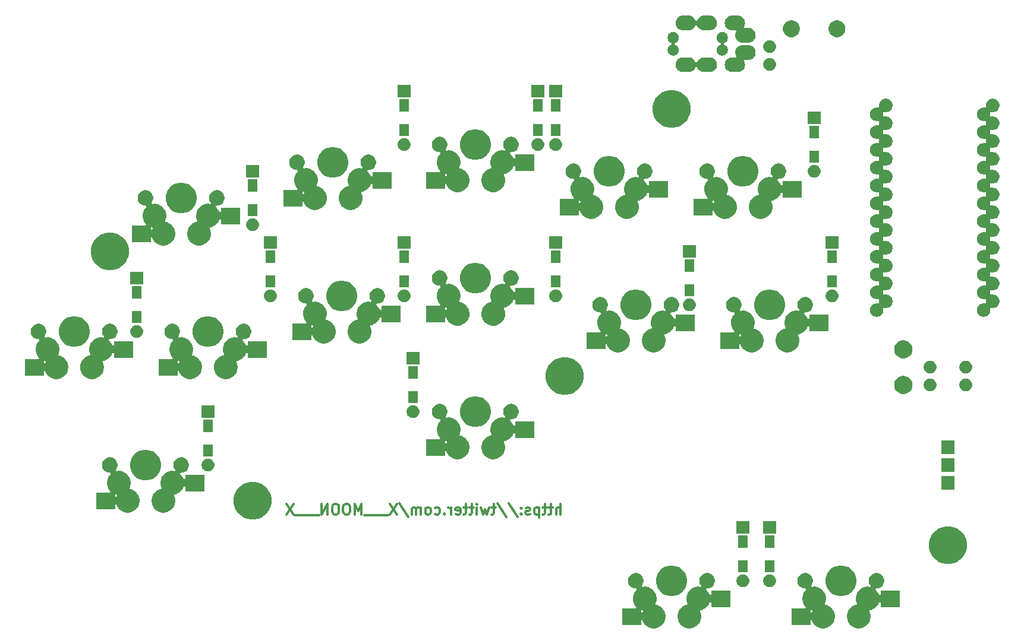
<source format=gbs>
G04 #@! TF.GenerationSoftware,KiCad,Pcbnew,5.0.2+dfsg1-1~bpo9+1*
G04 #@! TF.CreationDate,2019-02-28T23:45:42+09:00*
G04 #@! TF.ProjectId,bonsai,626f6e73-6169-42e6-9b69-6361645f7063,v 1.1*
G04 #@! TF.SameCoordinates,Original*
G04 #@! TF.FileFunction,Soldermask,Bot*
G04 #@! TF.FilePolarity,Negative*
%FSLAX46Y46*%
G04 Gerber Fmt 4.6, Leading zero omitted, Abs format (unit mm)*
G04 Created by KiCad (PCBNEW 5.0.2+dfsg1-1~bpo9+1) date 2019年02月28日 23時45分42秒*
%MOMM*%
%LPD*%
G01*
G04 APERTURE LIST*
%ADD10C,0.300000*%
%ADD11C,0.100000*%
G04 APERTURE END LIST*
D10*
X159467857Y-128948571D02*
X159467857Y-127448571D01*
X158825000Y-128948571D02*
X158825000Y-128162857D01*
X158896428Y-128020000D01*
X159039285Y-127948571D01*
X159253571Y-127948571D01*
X159396428Y-128020000D01*
X159467857Y-128091428D01*
X158325000Y-127948571D02*
X157753571Y-127948571D01*
X158110714Y-127448571D02*
X158110714Y-128734285D01*
X158039285Y-128877142D01*
X157896428Y-128948571D01*
X157753571Y-128948571D01*
X157467857Y-127948571D02*
X156896428Y-127948571D01*
X157253571Y-127448571D02*
X157253571Y-128734285D01*
X157182142Y-128877142D01*
X157039285Y-128948571D01*
X156896428Y-128948571D01*
X156396428Y-127948571D02*
X156396428Y-129448571D01*
X156396428Y-128020000D02*
X156253571Y-127948571D01*
X155967857Y-127948571D01*
X155825000Y-128020000D01*
X155753571Y-128091428D01*
X155682142Y-128234285D01*
X155682142Y-128662857D01*
X155753571Y-128805714D01*
X155825000Y-128877142D01*
X155967857Y-128948571D01*
X156253571Y-128948571D01*
X156396428Y-128877142D01*
X155110714Y-128877142D02*
X154967857Y-128948571D01*
X154682142Y-128948571D01*
X154539285Y-128877142D01*
X154467857Y-128734285D01*
X154467857Y-128662857D01*
X154539285Y-128520000D01*
X154682142Y-128448571D01*
X154896428Y-128448571D01*
X155039285Y-128377142D01*
X155110714Y-128234285D01*
X155110714Y-128162857D01*
X155039285Y-128020000D01*
X154896428Y-127948571D01*
X154682142Y-127948571D01*
X154539285Y-128020000D01*
X153825000Y-128805714D02*
X153753571Y-128877142D01*
X153825000Y-128948571D01*
X153896428Y-128877142D01*
X153825000Y-128805714D01*
X153825000Y-128948571D01*
X153825000Y-128020000D02*
X153753571Y-128091428D01*
X153825000Y-128162857D01*
X153896428Y-128091428D01*
X153825000Y-128020000D01*
X153825000Y-128162857D01*
X152039285Y-127377142D02*
X153325000Y-129305714D01*
X150467857Y-127377142D02*
X151753571Y-129305714D01*
X150182142Y-127948571D02*
X149610714Y-127948571D01*
X149967857Y-127448571D02*
X149967857Y-128734285D01*
X149896428Y-128877142D01*
X149753571Y-128948571D01*
X149610714Y-128948571D01*
X149253571Y-127948571D02*
X148967857Y-128948571D01*
X148682142Y-128234285D01*
X148396428Y-128948571D01*
X148110714Y-127948571D01*
X147539285Y-128948571D02*
X147539285Y-127948571D01*
X147539285Y-127448571D02*
X147610714Y-127520000D01*
X147539285Y-127591428D01*
X147467857Y-127520000D01*
X147539285Y-127448571D01*
X147539285Y-127591428D01*
X147039285Y-127948571D02*
X146467857Y-127948571D01*
X146825000Y-127448571D02*
X146825000Y-128734285D01*
X146753571Y-128877142D01*
X146610714Y-128948571D01*
X146467857Y-128948571D01*
X146182142Y-127948571D02*
X145610714Y-127948571D01*
X145967857Y-127448571D02*
X145967857Y-128734285D01*
X145896428Y-128877142D01*
X145753571Y-128948571D01*
X145610714Y-128948571D01*
X144539285Y-128877142D02*
X144682142Y-128948571D01*
X144967857Y-128948571D01*
X145110714Y-128877142D01*
X145182142Y-128734285D01*
X145182142Y-128162857D01*
X145110714Y-128020000D01*
X144967857Y-127948571D01*
X144682142Y-127948571D01*
X144539285Y-128020000D01*
X144467857Y-128162857D01*
X144467857Y-128305714D01*
X145182142Y-128448571D01*
X143825000Y-128948571D02*
X143825000Y-127948571D01*
X143825000Y-128234285D02*
X143753571Y-128091428D01*
X143682142Y-128020000D01*
X143539285Y-127948571D01*
X143396428Y-127948571D01*
X142896428Y-128805714D02*
X142825000Y-128877142D01*
X142896428Y-128948571D01*
X142967857Y-128877142D01*
X142896428Y-128805714D01*
X142896428Y-128948571D01*
X141539285Y-128877142D02*
X141682142Y-128948571D01*
X141967857Y-128948571D01*
X142110714Y-128877142D01*
X142182142Y-128805714D01*
X142253571Y-128662857D01*
X142253571Y-128234285D01*
X142182142Y-128091428D01*
X142110714Y-128020000D01*
X141967857Y-127948571D01*
X141682142Y-127948571D01*
X141539285Y-128020000D01*
X140682142Y-128948571D02*
X140825000Y-128877142D01*
X140896428Y-128805714D01*
X140967857Y-128662857D01*
X140967857Y-128234285D01*
X140896428Y-128091428D01*
X140825000Y-128020000D01*
X140682142Y-127948571D01*
X140467857Y-127948571D01*
X140325000Y-128020000D01*
X140253571Y-128091428D01*
X140182142Y-128234285D01*
X140182142Y-128662857D01*
X140253571Y-128805714D01*
X140325000Y-128877142D01*
X140467857Y-128948571D01*
X140682142Y-128948571D01*
X139539285Y-128948571D02*
X139539285Y-127948571D01*
X139539285Y-128091428D02*
X139467857Y-128020000D01*
X139325000Y-127948571D01*
X139110714Y-127948571D01*
X138967857Y-128020000D01*
X138896428Y-128162857D01*
X138896428Y-128948571D01*
X138896428Y-128162857D02*
X138825000Y-128020000D01*
X138682142Y-127948571D01*
X138467857Y-127948571D01*
X138325000Y-128020000D01*
X138253571Y-128162857D01*
X138253571Y-128948571D01*
X136467857Y-127377142D02*
X137753571Y-129305714D01*
X136110714Y-127448571D02*
X135110714Y-128948571D01*
X135110714Y-127448571D02*
X136110714Y-128948571D01*
X134896428Y-129091428D02*
X133753571Y-129091428D01*
X133753571Y-129091428D02*
X132610714Y-129091428D01*
X132610714Y-129091428D02*
X131467857Y-129091428D01*
X131110714Y-128948571D02*
X131110714Y-127448571D01*
X130610714Y-128520000D01*
X130110714Y-127448571D01*
X130110714Y-128948571D01*
X129110714Y-127448571D02*
X128825000Y-127448571D01*
X128682142Y-127520000D01*
X128539285Y-127662857D01*
X128467857Y-127948571D01*
X128467857Y-128448571D01*
X128539285Y-128734285D01*
X128682142Y-128877142D01*
X128825000Y-128948571D01*
X129110714Y-128948571D01*
X129253571Y-128877142D01*
X129396428Y-128734285D01*
X129467857Y-128448571D01*
X129467857Y-127948571D01*
X129396428Y-127662857D01*
X129253571Y-127520000D01*
X129110714Y-127448571D01*
X127539285Y-127448571D02*
X127253571Y-127448571D01*
X127110714Y-127520000D01*
X126967857Y-127662857D01*
X126896428Y-127948571D01*
X126896428Y-128448571D01*
X126967857Y-128734285D01*
X127110714Y-128877142D01*
X127253571Y-128948571D01*
X127539285Y-128948571D01*
X127682142Y-128877142D01*
X127825000Y-128734285D01*
X127896428Y-128448571D01*
X127896428Y-127948571D01*
X127825000Y-127662857D01*
X127682142Y-127520000D01*
X127539285Y-127448571D01*
X126253571Y-128948571D02*
X126253571Y-127448571D01*
X125396428Y-128948571D01*
X125396428Y-127448571D01*
X125039285Y-129091428D02*
X123896428Y-129091428D01*
X123896428Y-129091428D02*
X122753571Y-129091428D01*
X122753571Y-129091428D02*
X121610714Y-129091428D01*
X121396428Y-127448571D02*
X120396428Y-128948571D01*
X120396428Y-127448571D02*
X121396428Y-128948571D01*
D11*
G36*
X204790857Y-137372272D02*
X204991042Y-137455191D01*
X205171213Y-137575578D01*
X205324422Y-137728787D01*
X205444809Y-137908958D01*
X205527728Y-138109143D01*
X205570000Y-138321658D01*
X205570000Y-138538342D01*
X205527728Y-138750857D01*
X205444809Y-138951042D01*
X205444807Y-138951045D01*
X205332656Y-139118891D01*
X205324422Y-139131213D01*
X205171213Y-139284422D01*
X205171210Y-139284424D01*
X205171209Y-139284425D01*
X205156922Y-139293971D01*
X204991042Y-139404809D01*
X204790857Y-139487728D01*
X204578342Y-139530000D01*
X204465939Y-139530000D01*
X204441553Y-139532402D01*
X204418104Y-139539515D01*
X204396493Y-139551066D01*
X204377551Y-139566612D01*
X204362005Y-139585554D01*
X204350454Y-139607165D01*
X204343341Y-139630614D01*
X204340939Y-139655000D01*
X204343341Y-139679386D01*
X204350454Y-139702835D01*
X204362005Y-139724446D01*
X204377546Y-139743382D01*
X204520477Y-139886313D01*
X204706521Y-140164748D01*
X204795522Y-140379616D01*
X204799515Y-140389257D01*
X204811066Y-140410868D01*
X204826612Y-140429810D01*
X204845554Y-140445356D01*
X204867165Y-140456907D01*
X204890614Y-140464020D01*
X204915000Y-140466422D01*
X204939386Y-140464020D01*
X204962835Y-140456907D01*
X204984446Y-140445356D01*
X205003388Y-140429810D01*
X205018934Y-140410868D01*
X205030485Y-140389257D01*
X205037598Y-140365808D01*
X205040000Y-140341422D01*
X205040000Y-139810000D01*
X207740000Y-139810000D01*
X207740000Y-142210000D01*
X205040000Y-142210000D01*
X205040000Y-141598578D01*
X205037598Y-141574192D01*
X205030485Y-141550743D01*
X205018934Y-141529132D01*
X205003388Y-141510190D01*
X204984446Y-141494644D01*
X204962835Y-141483093D01*
X204939386Y-141475980D01*
X204915000Y-141473578D01*
X204890614Y-141475980D01*
X204867165Y-141483093D01*
X204845554Y-141494644D01*
X204826612Y-141510190D01*
X204811066Y-141529132D01*
X204799517Y-141550740D01*
X204706521Y-141775252D01*
X204520477Y-142053687D01*
X204283687Y-142290477D01*
X204005252Y-142476521D01*
X203695872Y-142604670D01*
X203567349Y-142630235D01*
X203543900Y-142637348D01*
X203522289Y-142648900D01*
X203503347Y-142664445D01*
X203487802Y-142683387D01*
X203476251Y-142704998D01*
X203469138Y-142728447D01*
X203466736Y-142752833D01*
X203469138Y-142777220D01*
X203476246Y-142800654D01*
X203564670Y-143014128D01*
X203630000Y-143342565D01*
X203630000Y-143677435D01*
X203564670Y-144005872D01*
X203436521Y-144315252D01*
X203250477Y-144593687D01*
X203013687Y-144830477D01*
X202735252Y-145016521D01*
X202425872Y-145144670D01*
X202316393Y-145166447D01*
X202097437Y-145210000D01*
X201762563Y-145210000D01*
X201543607Y-145166447D01*
X201434128Y-145144670D01*
X201124748Y-145016521D01*
X200846313Y-144830477D01*
X200609523Y-144593687D01*
X200423479Y-144315252D01*
X200295330Y-144005872D01*
X200230000Y-143677435D01*
X200230000Y-143342565D01*
X200295330Y-143014128D01*
X200423479Y-142704748D01*
X200609523Y-142426313D01*
X200846313Y-142189523D01*
X201124748Y-142003479D01*
X201434128Y-141875330D01*
X201562651Y-141849765D01*
X201586100Y-141842652D01*
X201607711Y-141831100D01*
X201626653Y-141815555D01*
X201642198Y-141796613D01*
X201653749Y-141775002D01*
X201660862Y-141751553D01*
X201663264Y-141727167D01*
X201660862Y-141702780D01*
X201653754Y-141679346D01*
X201565330Y-141465872D01*
X201526132Y-141268810D01*
X201500000Y-141137437D01*
X201500000Y-140802563D01*
X201565330Y-140474129D01*
X201569517Y-140464020D01*
X201693479Y-140164748D01*
X201879523Y-139886313D01*
X202116313Y-139649523D01*
X202394748Y-139463479D01*
X202704128Y-139335330D01*
X202813607Y-139313553D01*
X203032563Y-139270000D01*
X203367436Y-139270000D01*
X203428824Y-139282211D01*
X203464584Y-139289324D01*
X203488970Y-139291726D01*
X203513356Y-139289324D01*
X203536805Y-139282211D01*
X203558416Y-139270660D01*
X203577358Y-139255114D01*
X203592904Y-139236172D01*
X203604455Y-139214562D01*
X203611568Y-139191113D01*
X203613970Y-139166726D01*
X203611568Y-139142340D01*
X203604455Y-139118891D01*
X203592904Y-139097280D01*
X203495192Y-138951044D01*
X203412272Y-138750857D01*
X203370000Y-138538342D01*
X203370000Y-138321658D01*
X203412272Y-138109143D01*
X203495191Y-137908958D01*
X203615578Y-137728787D01*
X203768787Y-137575578D01*
X203948958Y-137455191D01*
X204149143Y-137372272D01*
X204361658Y-137330000D01*
X204578342Y-137330000D01*
X204790857Y-137372272D01*
X204790857Y-137372272D01*
G37*
G36*
X194630857Y-137372272D02*
X194831042Y-137455191D01*
X195011213Y-137575578D01*
X195164422Y-137728787D01*
X195284809Y-137908958D01*
X195367728Y-138109143D01*
X195410000Y-138321658D01*
X195410000Y-138538342D01*
X195367728Y-138750857D01*
X195284807Y-138951046D01*
X195187096Y-139097280D01*
X195175544Y-139118891D01*
X195168431Y-139142340D01*
X195166029Y-139166727D01*
X195168431Y-139191113D01*
X195175544Y-139214562D01*
X195187095Y-139236173D01*
X195202640Y-139255115D01*
X195221582Y-139270660D01*
X195243193Y-139282212D01*
X195266642Y-139289325D01*
X195291029Y-139291727D01*
X195315415Y-139289325D01*
X195412563Y-139270001D01*
X195747437Y-139270001D01*
X195966393Y-139313554D01*
X196075872Y-139335331D01*
X196385252Y-139463480D01*
X196663687Y-139649524D01*
X196900477Y-139886314D01*
X197086521Y-140164749D01*
X197214670Y-140474129D01*
X197214670Y-140474130D01*
X197280000Y-140802563D01*
X197280000Y-141137436D01*
X197214670Y-141465873D01*
X197126252Y-141679333D01*
X197119139Y-141702782D01*
X197116737Y-141727168D01*
X197119139Y-141751554D01*
X197126252Y-141775004D01*
X197137803Y-141796614D01*
X197153349Y-141815556D01*
X197172291Y-141831102D01*
X197193902Y-141842653D01*
X197217348Y-141849765D01*
X197345872Y-141875330D01*
X197655252Y-142003479D01*
X197933687Y-142189523D01*
X198170477Y-142426313D01*
X198356521Y-142704748D01*
X198484670Y-143014128D01*
X198550000Y-143342565D01*
X198550000Y-143677435D01*
X198484670Y-144005872D01*
X198356521Y-144315252D01*
X198170477Y-144593687D01*
X197933687Y-144830477D01*
X197655252Y-145016521D01*
X197345872Y-145144670D01*
X197236393Y-145166447D01*
X197017437Y-145210000D01*
X196682563Y-145210000D01*
X196463607Y-145166447D01*
X196354128Y-145144670D01*
X196044748Y-145016521D01*
X195766313Y-144830477D01*
X195529523Y-144593687D01*
X195343479Y-144315252D01*
X195280482Y-144163164D01*
X195268934Y-144141558D01*
X195253388Y-144122616D01*
X195234446Y-144107070D01*
X195212835Y-144095519D01*
X195189386Y-144088406D01*
X195165000Y-144086004D01*
X195140614Y-144088406D01*
X195117165Y-144095519D01*
X195095554Y-144107070D01*
X195076612Y-144122616D01*
X195061066Y-144141558D01*
X195049515Y-144163169D01*
X195042402Y-144186618D01*
X195040000Y-144211004D01*
X195040000Y-144750000D01*
X192340000Y-144750000D01*
X192340000Y-142748206D01*
X195040000Y-142748206D01*
X195040000Y-142808996D01*
X195042402Y-142833382D01*
X195049515Y-142856831D01*
X195061066Y-142878442D01*
X195076612Y-142897384D01*
X195095554Y-142912930D01*
X195117165Y-142924481D01*
X195140614Y-142931594D01*
X195165000Y-142933996D01*
X195189386Y-142931594D01*
X195212835Y-142924481D01*
X195234446Y-142912930D01*
X195253388Y-142897384D01*
X195268934Y-142878442D01*
X195280482Y-142856836D01*
X195303749Y-142800666D01*
X195310861Y-142777218D01*
X195313263Y-142752832D01*
X195310861Y-142728446D01*
X195303748Y-142704997D01*
X195292196Y-142683386D01*
X195276651Y-142664444D01*
X195257709Y-142648899D01*
X195236098Y-142637348D01*
X195212649Y-142630235D01*
X195200710Y-142627860D01*
X195189385Y-142625608D01*
X195164998Y-142623206D01*
X195140612Y-142625608D01*
X195117163Y-142632722D01*
X195095552Y-142644273D01*
X195076611Y-142659819D01*
X195061065Y-142678761D01*
X195049514Y-142700372D01*
X195042402Y-142723821D01*
X195040000Y-142748206D01*
X192340000Y-142748206D01*
X192340000Y-142350000D01*
X194254060Y-142350000D01*
X194278446Y-142347598D01*
X194301895Y-142340485D01*
X194323506Y-142328934D01*
X194342448Y-142313388D01*
X194357994Y-142294446D01*
X194369545Y-142272835D01*
X194376658Y-142249386D01*
X194379060Y-142225000D01*
X194376658Y-142200614D01*
X194369545Y-142177165D01*
X194357994Y-142155554D01*
X194342453Y-142136618D01*
X194259523Y-142053688D01*
X194073479Y-141775253D01*
X193945330Y-141465873D01*
X193880000Y-141137436D01*
X193880000Y-140802566D01*
X193880001Y-140802563D01*
X193945330Y-140474130D01*
X193945330Y-140474129D01*
X194073479Y-140164749D01*
X194259523Y-139886314D01*
X194402455Y-139743382D01*
X194417996Y-139724446D01*
X194429547Y-139702835D01*
X194436660Y-139679386D01*
X194439062Y-139655000D01*
X194436660Y-139630614D01*
X194429547Y-139607165D01*
X194417996Y-139585554D01*
X194402450Y-139566612D01*
X194383508Y-139551066D01*
X194361897Y-139539515D01*
X194338448Y-139532402D01*
X194314062Y-139530000D01*
X194201658Y-139530000D01*
X193989143Y-139487728D01*
X193788958Y-139404809D01*
X193623078Y-139293971D01*
X193608791Y-139284425D01*
X193608790Y-139284424D01*
X193608787Y-139284422D01*
X193455578Y-139131213D01*
X193447345Y-139118891D01*
X193335193Y-138951045D01*
X193335191Y-138951042D01*
X193252272Y-138750857D01*
X193210000Y-138538342D01*
X193210000Y-138321658D01*
X193252272Y-138109143D01*
X193335191Y-137908958D01*
X193455578Y-137728787D01*
X193608787Y-137575578D01*
X193788958Y-137455191D01*
X193989143Y-137372272D01*
X194201658Y-137330000D01*
X194418342Y-137330000D01*
X194630857Y-137372272D01*
X194630857Y-137372272D01*
G37*
G36*
X170500857Y-137372272D02*
X170701042Y-137455191D01*
X170881213Y-137575578D01*
X171034422Y-137728787D01*
X171154809Y-137908958D01*
X171237728Y-138109143D01*
X171280000Y-138321658D01*
X171280000Y-138538342D01*
X171237728Y-138750857D01*
X171154808Y-138951044D01*
X171057096Y-139097280D01*
X171045545Y-139118890D01*
X171038432Y-139142339D01*
X171036030Y-139166726D01*
X171038432Y-139191112D01*
X171045545Y-139214561D01*
X171057096Y-139236172D01*
X171072641Y-139255114D01*
X171091584Y-139270660D01*
X171113194Y-139282211D01*
X171136643Y-139289324D01*
X171161030Y-139291726D01*
X171185416Y-139289324D01*
X171221176Y-139282211D01*
X171282564Y-139270000D01*
X171617437Y-139270000D01*
X171836393Y-139313553D01*
X171945872Y-139335330D01*
X172255252Y-139463479D01*
X172533687Y-139649523D01*
X172770477Y-139886313D01*
X172956521Y-140164748D01*
X173080483Y-140464020D01*
X173084670Y-140474129D01*
X173150000Y-140802563D01*
X173150000Y-141137437D01*
X173123868Y-141268810D01*
X173084670Y-141465872D01*
X172996248Y-141679343D01*
X172989138Y-141702782D01*
X172986736Y-141727168D01*
X172989138Y-141751554D01*
X172996251Y-141775003D01*
X173007802Y-141796614D01*
X173023348Y-141815556D01*
X173042290Y-141831102D01*
X173063900Y-141842653D01*
X173087347Y-141849765D01*
X173215871Y-141875330D01*
X173525251Y-142003479D01*
X173803686Y-142189523D01*
X174040476Y-142426313D01*
X174226520Y-142704748D01*
X174354669Y-143014128D01*
X174419999Y-143342565D01*
X174419999Y-143677435D01*
X174354669Y-144005872D01*
X174226520Y-144315252D01*
X174040476Y-144593687D01*
X173803686Y-144830477D01*
X173525251Y-145016521D01*
X173215871Y-145144670D01*
X173106392Y-145166447D01*
X172887436Y-145210000D01*
X172552562Y-145210000D01*
X172333606Y-145166447D01*
X172224127Y-145144670D01*
X171914747Y-145016521D01*
X171636312Y-144830477D01*
X171399522Y-144593687D01*
X171213478Y-144315252D01*
X171150481Y-144163164D01*
X171138934Y-144141561D01*
X171123388Y-144122619D01*
X171104446Y-144107073D01*
X171082835Y-144095522D01*
X171059386Y-144088409D01*
X171035000Y-144086007D01*
X171010614Y-144088409D01*
X170987164Y-144095522D01*
X170965554Y-144107073D01*
X170946612Y-144122619D01*
X170931066Y-144141561D01*
X170919515Y-144163172D01*
X170912402Y-144186621D01*
X170910000Y-144211004D01*
X170910000Y-144750000D01*
X168210000Y-144750000D01*
X168210000Y-142748205D01*
X170910000Y-142748205D01*
X170910000Y-142808993D01*
X170912402Y-142833379D01*
X170919515Y-142856828D01*
X170931066Y-142878439D01*
X170946612Y-142897381D01*
X170965554Y-142912927D01*
X170987165Y-142924478D01*
X171010614Y-142931591D01*
X171035000Y-142933993D01*
X171059386Y-142931591D01*
X171082835Y-142924478D01*
X171104446Y-142912927D01*
X171123388Y-142897381D01*
X171138934Y-142878439D01*
X171150481Y-142856836D01*
X171173751Y-142800657D01*
X171180861Y-142777219D01*
X171183263Y-142752833D01*
X171180861Y-142728446D01*
X171173748Y-142704997D01*
X171162197Y-142683386D01*
X171146652Y-142664444D01*
X171127710Y-142648899D01*
X171106099Y-142637347D01*
X171082649Y-142630234D01*
X171070710Y-142627859D01*
X171059385Y-142625607D01*
X171034998Y-142623205D01*
X171010612Y-142625607D01*
X170987163Y-142632721D01*
X170965552Y-142644272D01*
X170946611Y-142659818D01*
X170931065Y-142678760D01*
X170919514Y-142700371D01*
X170912402Y-142723820D01*
X170910000Y-142748205D01*
X168210000Y-142748205D01*
X168210000Y-142350000D01*
X170124061Y-142350000D01*
X170148447Y-142347598D01*
X170171896Y-142340485D01*
X170193507Y-142328934D01*
X170212449Y-142313388D01*
X170227995Y-142294446D01*
X170239546Y-142272835D01*
X170246659Y-142249386D01*
X170249061Y-142225000D01*
X170246659Y-142200614D01*
X170239546Y-142177165D01*
X170227995Y-142155554D01*
X170212454Y-142136618D01*
X170129523Y-142053687D01*
X169943479Y-141775252D01*
X169815330Y-141465872D01*
X169793553Y-141356393D01*
X169750000Y-141137437D01*
X169750000Y-140802563D01*
X169815330Y-140474129D01*
X169819517Y-140464020D01*
X169943479Y-140164748D01*
X170129523Y-139886313D01*
X170272454Y-139743382D01*
X170287995Y-139724446D01*
X170299546Y-139702835D01*
X170306659Y-139679386D01*
X170309061Y-139655000D01*
X170306659Y-139630614D01*
X170299546Y-139607165D01*
X170287995Y-139585554D01*
X170272449Y-139566612D01*
X170253507Y-139551066D01*
X170231896Y-139539515D01*
X170208447Y-139532402D01*
X170184061Y-139530000D01*
X170071658Y-139530000D01*
X169859143Y-139487728D01*
X169658958Y-139404809D01*
X169493078Y-139293971D01*
X169478791Y-139284425D01*
X169478790Y-139284424D01*
X169478787Y-139284422D01*
X169325578Y-139131213D01*
X169317345Y-139118891D01*
X169205193Y-138951045D01*
X169205191Y-138951042D01*
X169122272Y-138750857D01*
X169080000Y-138538342D01*
X169080000Y-138321658D01*
X169122272Y-138109143D01*
X169205191Y-137908958D01*
X169325578Y-137728787D01*
X169478787Y-137575578D01*
X169658958Y-137455191D01*
X169859143Y-137372272D01*
X170071658Y-137330000D01*
X170288342Y-137330000D01*
X170500857Y-137372272D01*
X170500857Y-137372272D01*
G37*
G36*
X180660857Y-137372272D02*
X180861042Y-137455191D01*
X181041213Y-137575578D01*
X181194422Y-137728787D01*
X181314809Y-137908958D01*
X181397728Y-138109143D01*
X181440000Y-138321658D01*
X181440000Y-138538342D01*
X181397728Y-138750857D01*
X181314809Y-138951042D01*
X181314807Y-138951045D01*
X181202656Y-139118891D01*
X181194422Y-139131213D01*
X181041213Y-139284422D01*
X181041210Y-139284424D01*
X181041209Y-139284425D01*
X181026922Y-139293971D01*
X180861042Y-139404809D01*
X180660857Y-139487728D01*
X180448342Y-139530000D01*
X180335939Y-139530000D01*
X180311553Y-139532402D01*
X180288104Y-139539515D01*
X180266493Y-139551066D01*
X180247551Y-139566612D01*
X180232005Y-139585554D01*
X180220454Y-139607165D01*
X180213341Y-139630614D01*
X180210939Y-139655000D01*
X180213341Y-139679386D01*
X180220454Y-139702835D01*
X180232005Y-139724446D01*
X180247546Y-139743382D01*
X180390477Y-139886313D01*
X180576521Y-140164748D01*
X180665522Y-140379616D01*
X180669515Y-140389257D01*
X180681066Y-140410868D01*
X180696612Y-140429810D01*
X180715554Y-140445356D01*
X180737165Y-140456907D01*
X180760614Y-140464020D01*
X180785000Y-140466422D01*
X180809386Y-140464020D01*
X180832835Y-140456907D01*
X180854446Y-140445356D01*
X180873388Y-140429810D01*
X180888934Y-140410868D01*
X180900485Y-140389257D01*
X180907598Y-140365808D01*
X180910000Y-140341422D01*
X180910000Y-139810000D01*
X183610000Y-139810000D01*
X183610000Y-142210000D01*
X180910000Y-142210000D01*
X180910000Y-141598578D01*
X180907598Y-141574192D01*
X180900485Y-141550743D01*
X180888934Y-141529132D01*
X180873388Y-141510190D01*
X180854446Y-141494644D01*
X180832835Y-141483093D01*
X180809386Y-141475980D01*
X180785000Y-141473578D01*
X180760614Y-141475980D01*
X180737165Y-141483093D01*
X180715554Y-141494644D01*
X180696612Y-141510190D01*
X180681066Y-141529132D01*
X180669517Y-141550740D01*
X180576521Y-141775252D01*
X180390477Y-142053687D01*
X180153687Y-142290477D01*
X179875252Y-142476521D01*
X179565872Y-142604670D01*
X179437349Y-142630235D01*
X179413900Y-142637348D01*
X179392289Y-142648900D01*
X179373347Y-142664445D01*
X179357802Y-142683387D01*
X179346251Y-142704998D01*
X179339138Y-142728447D01*
X179336736Y-142752833D01*
X179339138Y-142777220D01*
X179346246Y-142800654D01*
X179434670Y-143014128D01*
X179500000Y-143342565D01*
X179500000Y-143677435D01*
X179434670Y-144005872D01*
X179306521Y-144315252D01*
X179120477Y-144593687D01*
X178883687Y-144830477D01*
X178605252Y-145016521D01*
X178295872Y-145144670D01*
X178186393Y-145166447D01*
X177967437Y-145210000D01*
X177632563Y-145210000D01*
X177413607Y-145166447D01*
X177304128Y-145144670D01*
X176994748Y-145016521D01*
X176716313Y-144830477D01*
X176479523Y-144593687D01*
X176293479Y-144315252D01*
X176165330Y-144005872D01*
X176100000Y-143677435D01*
X176100000Y-143342565D01*
X176165330Y-143014128D01*
X176293479Y-142704748D01*
X176479523Y-142426313D01*
X176716313Y-142189523D01*
X176994748Y-142003479D01*
X177304128Y-141875330D01*
X177432651Y-141849765D01*
X177456100Y-141842652D01*
X177477711Y-141831100D01*
X177496653Y-141815555D01*
X177512198Y-141796613D01*
X177523749Y-141775002D01*
X177530862Y-141751553D01*
X177533264Y-141727167D01*
X177530862Y-141702780D01*
X177523754Y-141679346D01*
X177435330Y-141465872D01*
X177396132Y-141268810D01*
X177370000Y-141137437D01*
X177370000Y-140802563D01*
X177435330Y-140474129D01*
X177439517Y-140464020D01*
X177563479Y-140164748D01*
X177749523Y-139886313D01*
X177986313Y-139649523D01*
X178264748Y-139463479D01*
X178574128Y-139335330D01*
X178683607Y-139313553D01*
X178902563Y-139270000D01*
X179237436Y-139270000D01*
X179298824Y-139282211D01*
X179334584Y-139289324D01*
X179358970Y-139291726D01*
X179383356Y-139289324D01*
X179406805Y-139282211D01*
X179428416Y-139270660D01*
X179447358Y-139255114D01*
X179462904Y-139236172D01*
X179474455Y-139214562D01*
X179481568Y-139191113D01*
X179483970Y-139166726D01*
X179481568Y-139142340D01*
X179474455Y-139118891D01*
X179462904Y-139097280D01*
X179365192Y-138951044D01*
X179282272Y-138750857D01*
X179240000Y-138538342D01*
X179240000Y-138321658D01*
X179282272Y-138109143D01*
X179365191Y-137908958D01*
X179485578Y-137728787D01*
X179638787Y-137575578D01*
X179818958Y-137455191D01*
X180019143Y-137372272D01*
X180231658Y-137330000D01*
X180448342Y-137330000D01*
X180660857Y-137372272D01*
X180660857Y-137372272D01*
G37*
G36*
X200031716Y-136314544D02*
X200432090Y-136480384D01*
X200792421Y-136721150D01*
X201098850Y-137027579D01*
X201339616Y-137387910D01*
X201505456Y-137788284D01*
X201590000Y-138213317D01*
X201590000Y-138646683D01*
X201505456Y-139071716D01*
X201339616Y-139472090D01*
X201098850Y-139832421D01*
X200792421Y-140138850D01*
X200432090Y-140379616D01*
X200031716Y-140545456D01*
X199606683Y-140630000D01*
X199173317Y-140630000D01*
X198748284Y-140545456D01*
X198347910Y-140379616D01*
X197987579Y-140138850D01*
X197681150Y-139832421D01*
X197440384Y-139472090D01*
X197274544Y-139071716D01*
X197190000Y-138646683D01*
X197190000Y-138213317D01*
X197274544Y-137788284D01*
X197440384Y-137387910D01*
X197681150Y-137027579D01*
X197987579Y-136721150D01*
X198347910Y-136480384D01*
X198748284Y-136314544D01*
X199173317Y-136230000D01*
X199606683Y-136230000D01*
X200031716Y-136314544D01*
X200031716Y-136314544D01*
G37*
G36*
X175901716Y-136314544D02*
X176302090Y-136480384D01*
X176662421Y-136721150D01*
X176968850Y-137027579D01*
X177209616Y-137387910D01*
X177375456Y-137788284D01*
X177460000Y-138213317D01*
X177460000Y-138646683D01*
X177375456Y-139071716D01*
X177209616Y-139472090D01*
X176968850Y-139832421D01*
X176662421Y-140138850D01*
X176302090Y-140379616D01*
X175901716Y-140545456D01*
X175476683Y-140630000D01*
X175043317Y-140630000D01*
X174618284Y-140545456D01*
X174217910Y-140379616D01*
X173857579Y-140138850D01*
X173551150Y-139832421D01*
X173310384Y-139472090D01*
X173144544Y-139071716D01*
X173060000Y-138646683D01*
X173060000Y-138213317D01*
X173144544Y-137788284D01*
X173310384Y-137387910D01*
X173551150Y-137027579D01*
X173857579Y-136721150D01*
X174217910Y-136480384D01*
X174618284Y-136314544D01*
X175043317Y-136230000D01*
X175476683Y-136230000D01*
X175901716Y-136314544D01*
X175901716Y-136314544D01*
G37*
G36*
X185682083Y-137566029D02*
X185845596Y-137633758D01*
X185845599Y-137633760D01*
X185987823Y-137728791D01*
X185992764Y-137732093D01*
X186117907Y-137857236D01*
X186216242Y-138004404D01*
X186283971Y-138167917D01*
X186318500Y-138341505D01*
X186318500Y-138518495D01*
X186283971Y-138692083D01*
X186216242Y-138855596D01*
X186216240Y-138855599D01*
X186152466Y-138951044D01*
X186117907Y-139002764D01*
X185992764Y-139127907D01*
X185992761Y-139127909D01*
X185992760Y-139127910D01*
X185971164Y-139142340D01*
X185845596Y-139226242D01*
X185682083Y-139293971D01*
X185508495Y-139328500D01*
X185331505Y-139328500D01*
X185157917Y-139293971D01*
X184994404Y-139226242D01*
X184868836Y-139142340D01*
X184847240Y-139127910D01*
X184847239Y-139127909D01*
X184847236Y-139127907D01*
X184722093Y-139002764D01*
X184687535Y-138951044D01*
X184623760Y-138855599D01*
X184623758Y-138855596D01*
X184556029Y-138692083D01*
X184521500Y-138518495D01*
X184521500Y-138341505D01*
X184556029Y-138167917D01*
X184623758Y-138004404D01*
X184722093Y-137857236D01*
X184847236Y-137732093D01*
X184852178Y-137728791D01*
X184994401Y-137633760D01*
X184994404Y-137633758D01*
X185157917Y-137566029D01*
X185331505Y-137531500D01*
X185508495Y-137531500D01*
X185682083Y-137566029D01*
X185682083Y-137566029D01*
G37*
G36*
X189492083Y-137566029D02*
X189655596Y-137633758D01*
X189655599Y-137633760D01*
X189797823Y-137728791D01*
X189802764Y-137732093D01*
X189927907Y-137857236D01*
X190026242Y-138004404D01*
X190093971Y-138167917D01*
X190128500Y-138341505D01*
X190128500Y-138518495D01*
X190093971Y-138692083D01*
X190026242Y-138855596D01*
X190026240Y-138855599D01*
X189962466Y-138951044D01*
X189927907Y-139002764D01*
X189802764Y-139127907D01*
X189802761Y-139127909D01*
X189802760Y-139127910D01*
X189781164Y-139142340D01*
X189655596Y-139226242D01*
X189492083Y-139293971D01*
X189318495Y-139328500D01*
X189141505Y-139328500D01*
X188967917Y-139293971D01*
X188804404Y-139226242D01*
X188678836Y-139142340D01*
X188657240Y-139127910D01*
X188657239Y-139127909D01*
X188657236Y-139127907D01*
X188532093Y-139002764D01*
X188497535Y-138951044D01*
X188433760Y-138855599D01*
X188433758Y-138855596D01*
X188366029Y-138692083D01*
X188331500Y-138518495D01*
X188331500Y-138341505D01*
X188366029Y-138167917D01*
X188433758Y-138004404D01*
X188532093Y-137857236D01*
X188657236Y-137732093D01*
X188662178Y-137728791D01*
X188804401Y-137633760D01*
X188804404Y-137633758D01*
X188967917Y-137566029D01*
X189141505Y-137531500D01*
X189318495Y-137531500D01*
X189492083Y-137566029D01*
X189492083Y-137566029D01*
G37*
G36*
X186095000Y-137245000D02*
X184745000Y-137245000D01*
X184745000Y-135545000D01*
X186095000Y-135545000D01*
X186095000Y-137245000D01*
X186095000Y-137245000D01*
G37*
G36*
X189905000Y-137245000D02*
X188555000Y-137245000D01*
X188555000Y-135545000D01*
X189905000Y-135545000D01*
X189905000Y-137245000D01*
X189905000Y-137245000D01*
G37*
G36*
X215417560Y-130753759D02*
X215908928Y-130957290D01*
X215908930Y-130957291D01*
X216345268Y-131248843D01*
X216351153Y-131252775D01*
X216727225Y-131628847D01*
X216727227Y-131628850D01*
X216971881Y-131995000D01*
X217022710Y-132071072D01*
X217226241Y-132562440D01*
X217330000Y-133084072D01*
X217330000Y-133615928D01*
X217226241Y-134137560D01*
X217022710Y-134628928D01*
X216727225Y-135071153D01*
X216351153Y-135447225D01*
X216351150Y-135447227D01*
X215908930Y-135742709D01*
X215908929Y-135742710D01*
X215908928Y-135742710D01*
X215417560Y-135946241D01*
X214895928Y-136050000D01*
X214364072Y-136050000D01*
X213842440Y-135946241D01*
X213351072Y-135742710D01*
X213351071Y-135742710D01*
X213351070Y-135742709D01*
X212908850Y-135447227D01*
X212908847Y-135447225D01*
X212532775Y-135071153D01*
X212237290Y-134628928D01*
X212033759Y-134137560D01*
X211930000Y-133615928D01*
X211930000Y-133084072D01*
X212033759Y-132562440D01*
X212237290Y-132071072D01*
X212288120Y-131995000D01*
X212532773Y-131628850D01*
X212532775Y-131628847D01*
X212908847Y-131252775D01*
X212914732Y-131248843D01*
X213351070Y-130957291D01*
X213351072Y-130957290D01*
X213842440Y-130753759D01*
X214364072Y-130650000D01*
X214895928Y-130650000D01*
X215417560Y-130753759D01*
X215417560Y-130753759D01*
G37*
G36*
X189905000Y-133695000D02*
X188555000Y-133695000D01*
X188555000Y-131995000D01*
X189905000Y-131995000D01*
X189905000Y-133695000D01*
X189905000Y-133695000D01*
G37*
G36*
X186095000Y-133695000D02*
X184745000Y-133695000D01*
X184745000Y-131995000D01*
X186095000Y-131995000D01*
X186095000Y-133695000D01*
X186095000Y-133695000D01*
G37*
G36*
X186318500Y-131708500D02*
X184521500Y-131708500D01*
X184521500Y-129911500D01*
X186318500Y-129911500D01*
X186318500Y-131708500D01*
X186318500Y-131708500D01*
G37*
G36*
X190128500Y-131708500D02*
X188331500Y-131708500D01*
X188331500Y-129911500D01*
X190128500Y-129911500D01*
X190128500Y-131708500D01*
X190128500Y-131708500D01*
G37*
G36*
X116357560Y-124403759D02*
X116848928Y-124607290D01*
X116848930Y-124607291D01*
X116879082Y-124627438D01*
X117291153Y-124902775D01*
X117667225Y-125278847D01*
X117667227Y-125278850D01*
X117810638Y-125493479D01*
X117962710Y-125721072D01*
X118166241Y-126212440D01*
X118270000Y-126734072D01*
X118270000Y-127265928D01*
X118166241Y-127787560D01*
X117978834Y-128240000D01*
X117962709Y-128278930D01*
X117725011Y-128634670D01*
X117667225Y-128721153D01*
X117291153Y-129097225D01*
X117291150Y-129097227D01*
X116848930Y-129392709D01*
X116848929Y-129392710D01*
X116848928Y-129392710D01*
X116357560Y-129596241D01*
X115835928Y-129700000D01*
X115304072Y-129700000D01*
X114782440Y-129596241D01*
X114291072Y-129392710D01*
X114291071Y-129392710D01*
X114291070Y-129392709D01*
X113848850Y-129097227D01*
X113848847Y-129097225D01*
X113472775Y-128721153D01*
X113414989Y-128634670D01*
X113177291Y-128278930D01*
X113161166Y-128240000D01*
X112973759Y-127787560D01*
X112870000Y-127265928D01*
X112870000Y-126734072D01*
X112973759Y-126212440D01*
X113177290Y-125721072D01*
X113329363Y-125493479D01*
X113472773Y-125278850D01*
X113472775Y-125278847D01*
X113848847Y-124902775D01*
X114260918Y-124627438D01*
X114291070Y-124607291D01*
X114291072Y-124607290D01*
X114782440Y-124403759D01*
X115304072Y-124300000D01*
X115835928Y-124300000D01*
X116357560Y-124403759D01*
X116357560Y-124403759D01*
G37*
G36*
X105730857Y-120862272D02*
X105931042Y-120945191D01*
X106111213Y-121065578D01*
X106264422Y-121218787D01*
X106384809Y-121398958D01*
X106467728Y-121599143D01*
X106510000Y-121811658D01*
X106510000Y-122028342D01*
X106467728Y-122240857D01*
X106384809Y-122441042D01*
X106384807Y-122441045D01*
X106272656Y-122608891D01*
X106264422Y-122621213D01*
X106111213Y-122774422D01*
X106111210Y-122774424D01*
X106111209Y-122774425D01*
X106096922Y-122783971D01*
X105931042Y-122894809D01*
X105730857Y-122977728D01*
X105518342Y-123020000D01*
X105405939Y-123020000D01*
X105381553Y-123022402D01*
X105358104Y-123029515D01*
X105336493Y-123041066D01*
X105317551Y-123056612D01*
X105302005Y-123075554D01*
X105290454Y-123097165D01*
X105283341Y-123120614D01*
X105280939Y-123145000D01*
X105283341Y-123169386D01*
X105290454Y-123192835D01*
X105302005Y-123214446D01*
X105317546Y-123233382D01*
X105460477Y-123376313D01*
X105646521Y-123654748D01*
X105735522Y-123869616D01*
X105739515Y-123879257D01*
X105751066Y-123900868D01*
X105766612Y-123919810D01*
X105785554Y-123935356D01*
X105807165Y-123946907D01*
X105830614Y-123954020D01*
X105855000Y-123956422D01*
X105879386Y-123954020D01*
X105902835Y-123946907D01*
X105924446Y-123935356D01*
X105943388Y-123919810D01*
X105958934Y-123900868D01*
X105970485Y-123879257D01*
X105977598Y-123855808D01*
X105980000Y-123831422D01*
X105980000Y-123300000D01*
X108680000Y-123300000D01*
X108680000Y-125700000D01*
X105980000Y-125700000D01*
X105980000Y-125088578D01*
X105977598Y-125064192D01*
X105970485Y-125040743D01*
X105958934Y-125019132D01*
X105943388Y-125000190D01*
X105924446Y-124984644D01*
X105902835Y-124973093D01*
X105879386Y-124965980D01*
X105855000Y-124963578D01*
X105830614Y-124965980D01*
X105807165Y-124973093D01*
X105785554Y-124984644D01*
X105766612Y-125000190D01*
X105751066Y-125019132D01*
X105739517Y-125040740D01*
X105646521Y-125265252D01*
X105460477Y-125543687D01*
X105223687Y-125780477D01*
X104945252Y-125966521D01*
X104635872Y-126094670D01*
X104507349Y-126120235D01*
X104483900Y-126127348D01*
X104462289Y-126138900D01*
X104443347Y-126154445D01*
X104427802Y-126173387D01*
X104416251Y-126194998D01*
X104409138Y-126218447D01*
X104406736Y-126242833D01*
X104409138Y-126267220D01*
X104416246Y-126290654D01*
X104504670Y-126504128D01*
X104570000Y-126832565D01*
X104570000Y-127167435D01*
X104504670Y-127495872D01*
X104376521Y-127805252D01*
X104190477Y-128083687D01*
X103953687Y-128320477D01*
X103675252Y-128506521D01*
X103365872Y-128634670D01*
X103256393Y-128656447D01*
X103037437Y-128700000D01*
X102702563Y-128700000D01*
X102483607Y-128656447D01*
X102374128Y-128634670D01*
X102064748Y-128506521D01*
X101786313Y-128320477D01*
X101549523Y-128083687D01*
X101363479Y-127805252D01*
X101235330Y-127495872D01*
X101170000Y-127167435D01*
X101170000Y-126832565D01*
X101235330Y-126504128D01*
X101363479Y-126194748D01*
X101549523Y-125916313D01*
X101786313Y-125679523D01*
X102064748Y-125493479D01*
X102374128Y-125365330D01*
X102502651Y-125339765D01*
X102526100Y-125332652D01*
X102547711Y-125321100D01*
X102566653Y-125305555D01*
X102582198Y-125286613D01*
X102593749Y-125265002D01*
X102600862Y-125241553D01*
X102603264Y-125217167D01*
X102600862Y-125192780D01*
X102593754Y-125169346D01*
X102505330Y-124955872D01*
X102466132Y-124758810D01*
X102440000Y-124627437D01*
X102440000Y-124292563D01*
X102505330Y-123964129D01*
X102509517Y-123954020D01*
X102633479Y-123654748D01*
X102819523Y-123376313D01*
X103056313Y-123139523D01*
X103334748Y-122953479D01*
X103644128Y-122825330D01*
X103753607Y-122803553D01*
X103972563Y-122760000D01*
X104307436Y-122760000D01*
X104368824Y-122772211D01*
X104404584Y-122779324D01*
X104428970Y-122781726D01*
X104453356Y-122779324D01*
X104476805Y-122772211D01*
X104498416Y-122760660D01*
X104517358Y-122745114D01*
X104532904Y-122726172D01*
X104544455Y-122704562D01*
X104551568Y-122681113D01*
X104553970Y-122656726D01*
X104551568Y-122632340D01*
X104544455Y-122608891D01*
X104532904Y-122587280D01*
X104435192Y-122441044D01*
X104352272Y-122240857D01*
X104310000Y-122028342D01*
X104310000Y-121811658D01*
X104352272Y-121599143D01*
X104435191Y-121398958D01*
X104555578Y-121218787D01*
X104708787Y-121065578D01*
X104888958Y-120945191D01*
X105089143Y-120862272D01*
X105301658Y-120820000D01*
X105518342Y-120820000D01*
X105730857Y-120862272D01*
X105730857Y-120862272D01*
G37*
G36*
X95570857Y-120862272D02*
X95771042Y-120945191D01*
X95951213Y-121065578D01*
X96104422Y-121218787D01*
X96224809Y-121398958D01*
X96307728Y-121599143D01*
X96350000Y-121811658D01*
X96350000Y-122028342D01*
X96307728Y-122240857D01*
X96224807Y-122441046D01*
X96127096Y-122587280D01*
X96115544Y-122608891D01*
X96108431Y-122632340D01*
X96106029Y-122656727D01*
X96108431Y-122681113D01*
X96115544Y-122704562D01*
X96127095Y-122726173D01*
X96142640Y-122745115D01*
X96161582Y-122760660D01*
X96183193Y-122772212D01*
X96206642Y-122779325D01*
X96231029Y-122781727D01*
X96255415Y-122779325D01*
X96352563Y-122760001D01*
X96687437Y-122760001D01*
X96906393Y-122803554D01*
X97015872Y-122825331D01*
X97325252Y-122953480D01*
X97603687Y-123139524D01*
X97840477Y-123376314D01*
X98026521Y-123654749D01*
X98154670Y-123964129D01*
X98154670Y-123964130D01*
X98220000Y-124292563D01*
X98220000Y-124627436D01*
X98154670Y-124955873D01*
X98109803Y-125064192D01*
X98066252Y-125169333D01*
X98059139Y-125192782D01*
X98056737Y-125217168D01*
X98059139Y-125241554D01*
X98066252Y-125265004D01*
X98077803Y-125286614D01*
X98093349Y-125305556D01*
X98112291Y-125321102D01*
X98133902Y-125332653D01*
X98157348Y-125339765D01*
X98285872Y-125365330D01*
X98595252Y-125493479D01*
X98873687Y-125679523D01*
X99110477Y-125916313D01*
X99296521Y-126194748D01*
X99424670Y-126504128D01*
X99490000Y-126832565D01*
X99490000Y-127167435D01*
X99424670Y-127495872D01*
X99296521Y-127805252D01*
X99110477Y-128083687D01*
X98873687Y-128320477D01*
X98595252Y-128506521D01*
X98285872Y-128634670D01*
X98176393Y-128656447D01*
X97957437Y-128700000D01*
X97622563Y-128700000D01*
X97403607Y-128656447D01*
X97294128Y-128634670D01*
X96984748Y-128506521D01*
X96706313Y-128320477D01*
X96469523Y-128083687D01*
X96283479Y-127805252D01*
X96220482Y-127653164D01*
X96208934Y-127631558D01*
X96193388Y-127612616D01*
X96174446Y-127597070D01*
X96152835Y-127585519D01*
X96129386Y-127578406D01*
X96105000Y-127576004D01*
X96080614Y-127578406D01*
X96057165Y-127585519D01*
X96035554Y-127597070D01*
X96016612Y-127612616D01*
X96001066Y-127631558D01*
X95989515Y-127653169D01*
X95982402Y-127676618D01*
X95980000Y-127701004D01*
X95980000Y-128240000D01*
X93280000Y-128240000D01*
X93280000Y-126238206D01*
X95980000Y-126238206D01*
X95980000Y-126298996D01*
X95982402Y-126323382D01*
X95989515Y-126346831D01*
X96001066Y-126368442D01*
X96016612Y-126387384D01*
X96035554Y-126402930D01*
X96057165Y-126414481D01*
X96080614Y-126421594D01*
X96105000Y-126423996D01*
X96129386Y-126421594D01*
X96152835Y-126414481D01*
X96174446Y-126402930D01*
X96193388Y-126387384D01*
X96208934Y-126368442D01*
X96220482Y-126346836D01*
X96243749Y-126290666D01*
X96250861Y-126267218D01*
X96253263Y-126242832D01*
X96250861Y-126218446D01*
X96243748Y-126194997D01*
X96232196Y-126173386D01*
X96216651Y-126154444D01*
X96197709Y-126138899D01*
X96176098Y-126127348D01*
X96152649Y-126120235D01*
X96140710Y-126117860D01*
X96129385Y-126115608D01*
X96104998Y-126113206D01*
X96080612Y-126115608D01*
X96057163Y-126122722D01*
X96035552Y-126134273D01*
X96016611Y-126149819D01*
X96001065Y-126168761D01*
X95989514Y-126190372D01*
X95982402Y-126213821D01*
X95980000Y-126238206D01*
X93280000Y-126238206D01*
X93280000Y-125840000D01*
X95194060Y-125840000D01*
X95218446Y-125837598D01*
X95241895Y-125830485D01*
X95263506Y-125818934D01*
X95282448Y-125803388D01*
X95297994Y-125784446D01*
X95309545Y-125762835D01*
X95316658Y-125739386D01*
X95319060Y-125715000D01*
X95316658Y-125690614D01*
X95309545Y-125667165D01*
X95297994Y-125645554D01*
X95282453Y-125626618D01*
X95199523Y-125543688D01*
X95013479Y-125265253D01*
X94885330Y-124955873D01*
X94820000Y-124627436D01*
X94820000Y-124292566D01*
X94820001Y-124292563D01*
X94885330Y-123964130D01*
X94885330Y-123964129D01*
X95013479Y-123654749D01*
X95199523Y-123376314D01*
X95342455Y-123233382D01*
X95357996Y-123214446D01*
X95369547Y-123192835D01*
X95376660Y-123169386D01*
X95379062Y-123145000D01*
X95376660Y-123120614D01*
X95369547Y-123097165D01*
X95357996Y-123075554D01*
X95342450Y-123056612D01*
X95323508Y-123041066D01*
X95301897Y-123029515D01*
X95278448Y-123022402D01*
X95254062Y-123020000D01*
X95141658Y-123020000D01*
X94929143Y-122977728D01*
X94728958Y-122894809D01*
X94563078Y-122783971D01*
X94548791Y-122774425D01*
X94548790Y-122774424D01*
X94548787Y-122774422D01*
X94395578Y-122621213D01*
X94387345Y-122608891D01*
X94275193Y-122441045D01*
X94275191Y-122441042D01*
X94192272Y-122240857D01*
X94150000Y-122028342D01*
X94150000Y-121811658D01*
X94192272Y-121599143D01*
X94275191Y-121398958D01*
X94395578Y-121218787D01*
X94548787Y-121065578D01*
X94728958Y-120945191D01*
X94929143Y-120862272D01*
X95141658Y-120820000D01*
X95358342Y-120820000D01*
X95570857Y-120862272D01*
X95570857Y-120862272D01*
G37*
G36*
X215592000Y-125422000D02*
X213668000Y-125422000D01*
X213668000Y-123498000D01*
X215592000Y-123498000D01*
X215592000Y-125422000D01*
X215592000Y-125422000D01*
G37*
G36*
X100971716Y-119804544D02*
X101372090Y-119970384D01*
X101732421Y-120211150D01*
X102038850Y-120517579D01*
X102279616Y-120877910D01*
X102445456Y-121278284D01*
X102530000Y-121703317D01*
X102530000Y-122136683D01*
X102445456Y-122561716D01*
X102279616Y-122962090D01*
X102038850Y-123322421D01*
X101732421Y-123628850D01*
X101372090Y-123869616D01*
X100971716Y-124035456D01*
X100546683Y-124120000D01*
X100113317Y-124120000D01*
X99688284Y-124035456D01*
X99287910Y-123869616D01*
X98927579Y-123628850D01*
X98621150Y-123322421D01*
X98380384Y-122962090D01*
X98214544Y-122561716D01*
X98130000Y-122136683D01*
X98130000Y-121703317D01*
X98214544Y-121278284D01*
X98380384Y-120877910D01*
X98621150Y-120517579D01*
X98927579Y-120211150D01*
X99287910Y-119970384D01*
X99688284Y-119804544D01*
X100113317Y-119720000D01*
X100546683Y-119720000D01*
X100971716Y-119804544D01*
X100971716Y-119804544D01*
G37*
G36*
X215592000Y-122882000D02*
X213668000Y-122882000D01*
X213668000Y-120958000D01*
X215592000Y-120958000D01*
X215592000Y-122882000D01*
X215592000Y-122882000D01*
G37*
G36*
X109482083Y-121056029D02*
X109645596Y-121123758D01*
X109645599Y-121123760D01*
X109787823Y-121218791D01*
X109792764Y-121222093D01*
X109917907Y-121347236D01*
X110016242Y-121494404D01*
X110083971Y-121657917D01*
X110118500Y-121831505D01*
X110118500Y-122008495D01*
X110083971Y-122182083D01*
X110016242Y-122345596D01*
X110016240Y-122345599D01*
X109952466Y-122441044D01*
X109917907Y-122492764D01*
X109792764Y-122617907D01*
X109792761Y-122617909D01*
X109792760Y-122617910D01*
X109771164Y-122632340D01*
X109645596Y-122716242D01*
X109482083Y-122783971D01*
X109308495Y-122818500D01*
X109131505Y-122818500D01*
X108957917Y-122783971D01*
X108794404Y-122716242D01*
X108668836Y-122632340D01*
X108647240Y-122617910D01*
X108647239Y-122617909D01*
X108647236Y-122617907D01*
X108522093Y-122492764D01*
X108487535Y-122441044D01*
X108423760Y-122345599D01*
X108423758Y-122345596D01*
X108356029Y-122182083D01*
X108321500Y-122008495D01*
X108321500Y-121831505D01*
X108356029Y-121657917D01*
X108423758Y-121494404D01*
X108522093Y-121347236D01*
X108647236Y-121222093D01*
X108652178Y-121218791D01*
X108794401Y-121123760D01*
X108794404Y-121123758D01*
X108957917Y-121056029D01*
X109131505Y-121021500D01*
X109308495Y-121021500D01*
X109482083Y-121056029D01*
X109482083Y-121056029D01*
G37*
G36*
X152720857Y-113242272D02*
X152921042Y-113325191D01*
X153101213Y-113445578D01*
X153254422Y-113598787D01*
X153374809Y-113778958D01*
X153457728Y-113979143D01*
X153500000Y-114191658D01*
X153500000Y-114408342D01*
X153457728Y-114620857D01*
X153374809Y-114821042D01*
X153374807Y-114821045D01*
X153262656Y-114988891D01*
X153254422Y-115001213D01*
X153101213Y-115154422D01*
X153101210Y-115154424D01*
X153101209Y-115154425D01*
X153086922Y-115163971D01*
X152921042Y-115274809D01*
X152720857Y-115357728D01*
X152508342Y-115400000D01*
X152395939Y-115400000D01*
X152371553Y-115402402D01*
X152348104Y-115409515D01*
X152326493Y-115421066D01*
X152307551Y-115436612D01*
X152292005Y-115455554D01*
X152280454Y-115477165D01*
X152273341Y-115500614D01*
X152270939Y-115525000D01*
X152273341Y-115549386D01*
X152280454Y-115572835D01*
X152292005Y-115594446D01*
X152307546Y-115613382D01*
X152450477Y-115756313D01*
X152636521Y-116034748D01*
X152725522Y-116249616D01*
X152729515Y-116259257D01*
X152741066Y-116280868D01*
X152756612Y-116299810D01*
X152775554Y-116315356D01*
X152797165Y-116326907D01*
X152820614Y-116334020D01*
X152845000Y-116336422D01*
X152869386Y-116334020D01*
X152892835Y-116326907D01*
X152914446Y-116315356D01*
X152933388Y-116299810D01*
X152948934Y-116280868D01*
X152960485Y-116259257D01*
X152967598Y-116235808D01*
X152970000Y-116211422D01*
X152970000Y-115680000D01*
X155670000Y-115680000D01*
X155670000Y-118080000D01*
X152970000Y-118080000D01*
X152970000Y-117468578D01*
X152967598Y-117444192D01*
X152960485Y-117420743D01*
X152948934Y-117399132D01*
X152933388Y-117380190D01*
X152914446Y-117364644D01*
X152892835Y-117353093D01*
X152869386Y-117345980D01*
X152845000Y-117343578D01*
X152820614Y-117345980D01*
X152797165Y-117353093D01*
X152775554Y-117364644D01*
X152756612Y-117380190D01*
X152741066Y-117399132D01*
X152729517Y-117420740D01*
X152636521Y-117645252D01*
X152450477Y-117923687D01*
X152213687Y-118160477D01*
X151935252Y-118346521D01*
X151625872Y-118474670D01*
X151497349Y-118500235D01*
X151473900Y-118507348D01*
X151452289Y-118518900D01*
X151433347Y-118534445D01*
X151417802Y-118553387D01*
X151406251Y-118574998D01*
X151399138Y-118598447D01*
X151396736Y-118622833D01*
X151399138Y-118647220D01*
X151406246Y-118670654D01*
X151494670Y-118884128D01*
X151560000Y-119212565D01*
X151560000Y-119547435D01*
X151494670Y-119875872D01*
X151366521Y-120185252D01*
X151180477Y-120463687D01*
X150943687Y-120700477D01*
X150665252Y-120886521D01*
X150355872Y-121014670D01*
X150246393Y-121036447D01*
X150027437Y-121080000D01*
X149692563Y-121080000D01*
X149473607Y-121036447D01*
X149364128Y-121014670D01*
X149054748Y-120886521D01*
X148776313Y-120700477D01*
X148539523Y-120463687D01*
X148353479Y-120185252D01*
X148225330Y-119875872D01*
X148160000Y-119547435D01*
X148160000Y-119212565D01*
X148225330Y-118884128D01*
X148353479Y-118574748D01*
X148539523Y-118296313D01*
X148776313Y-118059523D01*
X149054748Y-117873479D01*
X149364128Y-117745330D01*
X149492651Y-117719765D01*
X149516100Y-117712652D01*
X149537711Y-117701100D01*
X149556653Y-117685555D01*
X149572198Y-117666613D01*
X149583749Y-117645002D01*
X149590862Y-117621553D01*
X149593264Y-117597167D01*
X149590862Y-117572780D01*
X149583754Y-117549346D01*
X149495330Y-117335872D01*
X149456132Y-117138810D01*
X149430000Y-117007437D01*
X149430000Y-116672563D01*
X149495330Y-116344129D01*
X149499517Y-116334020D01*
X149623479Y-116034748D01*
X149809523Y-115756313D01*
X150046313Y-115519523D01*
X150324748Y-115333479D01*
X150634128Y-115205330D01*
X150743607Y-115183553D01*
X150962563Y-115140000D01*
X151297436Y-115140000D01*
X151358824Y-115152211D01*
X151394584Y-115159324D01*
X151418970Y-115161726D01*
X151443356Y-115159324D01*
X151466805Y-115152211D01*
X151488416Y-115140660D01*
X151507358Y-115125114D01*
X151522904Y-115106172D01*
X151534455Y-115084562D01*
X151541568Y-115061113D01*
X151543970Y-115036726D01*
X151541568Y-115012340D01*
X151534455Y-114988891D01*
X151522904Y-114967280D01*
X151425192Y-114821044D01*
X151342272Y-114620857D01*
X151300000Y-114408342D01*
X151300000Y-114191658D01*
X151342272Y-113979143D01*
X151425191Y-113778958D01*
X151545578Y-113598787D01*
X151698787Y-113445578D01*
X151878958Y-113325191D01*
X152079143Y-113242272D01*
X152291658Y-113200000D01*
X152508342Y-113200000D01*
X152720857Y-113242272D01*
X152720857Y-113242272D01*
G37*
G36*
X142560857Y-113242272D02*
X142761042Y-113325191D01*
X142941213Y-113445578D01*
X143094422Y-113598787D01*
X143214809Y-113778958D01*
X143297728Y-113979143D01*
X143340000Y-114191658D01*
X143340000Y-114408342D01*
X143297728Y-114620857D01*
X143214807Y-114821046D01*
X143117096Y-114967280D01*
X143105544Y-114988891D01*
X143098431Y-115012340D01*
X143096029Y-115036727D01*
X143098431Y-115061113D01*
X143105544Y-115084562D01*
X143117095Y-115106173D01*
X143132640Y-115125115D01*
X143151582Y-115140660D01*
X143173193Y-115152212D01*
X143196642Y-115159325D01*
X143221029Y-115161727D01*
X143245415Y-115159325D01*
X143342563Y-115140001D01*
X143677437Y-115140001D01*
X143896393Y-115183554D01*
X144005872Y-115205331D01*
X144315252Y-115333480D01*
X144593687Y-115519524D01*
X144830477Y-115756314D01*
X145016521Y-116034749D01*
X145144670Y-116344129D01*
X145144670Y-116344130D01*
X145210000Y-116672563D01*
X145210000Y-117007436D01*
X145144670Y-117335873D01*
X145099803Y-117444192D01*
X145056252Y-117549333D01*
X145049139Y-117572782D01*
X145046737Y-117597168D01*
X145049139Y-117621554D01*
X145056252Y-117645004D01*
X145067803Y-117666614D01*
X145083349Y-117685556D01*
X145102291Y-117701102D01*
X145123902Y-117712653D01*
X145147348Y-117719765D01*
X145275872Y-117745330D01*
X145585252Y-117873479D01*
X145863687Y-118059523D01*
X146100477Y-118296313D01*
X146286521Y-118574748D01*
X146414670Y-118884128D01*
X146480000Y-119212565D01*
X146480000Y-119547435D01*
X146414670Y-119875872D01*
X146286521Y-120185252D01*
X146100477Y-120463687D01*
X145863687Y-120700477D01*
X145585252Y-120886521D01*
X145275872Y-121014670D01*
X145166393Y-121036447D01*
X144947437Y-121080000D01*
X144612563Y-121080000D01*
X144393607Y-121036447D01*
X144284128Y-121014670D01*
X143974748Y-120886521D01*
X143696313Y-120700477D01*
X143459523Y-120463687D01*
X143273479Y-120185252D01*
X143210482Y-120033164D01*
X143198934Y-120011558D01*
X143183388Y-119992616D01*
X143164446Y-119977070D01*
X143142835Y-119965519D01*
X143119386Y-119958406D01*
X143095000Y-119956004D01*
X143070614Y-119958406D01*
X143047165Y-119965519D01*
X143025554Y-119977070D01*
X143006612Y-119992616D01*
X142991066Y-120011558D01*
X142979515Y-120033169D01*
X142972402Y-120056618D01*
X142970000Y-120081004D01*
X142970000Y-120620000D01*
X140270000Y-120620000D01*
X140270000Y-118618206D01*
X142970000Y-118618206D01*
X142970000Y-118678996D01*
X142972402Y-118703382D01*
X142979515Y-118726831D01*
X142991066Y-118748442D01*
X143006612Y-118767384D01*
X143025554Y-118782930D01*
X143047165Y-118794481D01*
X143070614Y-118801594D01*
X143095000Y-118803996D01*
X143119386Y-118801594D01*
X143142835Y-118794481D01*
X143164446Y-118782930D01*
X143183388Y-118767384D01*
X143198934Y-118748442D01*
X143210482Y-118726836D01*
X143233749Y-118670666D01*
X143240861Y-118647218D01*
X143243263Y-118622832D01*
X143240861Y-118598446D01*
X143233748Y-118574997D01*
X143222196Y-118553386D01*
X143206651Y-118534444D01*
X143187709Y-118518899D01*
X143166098Y-118507348D01*
X143142649Y-118500235D01*
X143130710Y-118497860D01*
X143119385Y-118495608D01*
X143094998Y-118493206D01*
X143070612Y-118495608D01*
X143047163Y-118502722D01*
X143025552Y-118514273D01*
X143006611Y-118529819D01*
X142991065Y-118548761D01*
X142979514Y-118570372D01*
X142972402Y-118593821D01*
X142970000Y-118618206D01*
X140270000Y-118618206D01*
X140270000Y-118220000D01*
X142184060Y-118220000D01*
X142208446Y-118217598D01*
X142231895Y-118210485D01*
X142253506Y-118198934D01*
X142272448Y-118183388D01*
X142287994Y-118164446D01*
X142299545Y-118142835D01*
X142306658Y-118119386D01*
X142309060Y-118095000D01*
X142306658Y-118070614D01*
X142299545Y-118047165D01*
X142287994Y-118025554D01*
X142272453Y-118006618D01*
X142189523Y-117923688D01*
X142003479Y-117645253D01*
X141875330Y-117335873D01*
X141810000Y-117007436D01*
X141810000Y-116672566D01*
X141810001Y-116672563D01*
X141875330Y-116344130D01*
X141875330Y-116344129D01*
X142003479Y-116034749D01*
X142189523Y-115756314D01*
X142332455Y-115613382D01*
X142347996Y-115594446D01*
X142359547Y-115572835D01*
X142366660Y-115549386D01*
X142369062Y-115525000D01*
X142366660Y-115500614D01*
X142359547Y-115477165D01*
X142347996Y-115455554D01*
X142332450Y-115436612D01*
X142313508Y-115421066D01*
X142291897Y-115409515D01*
X142268448Y-115402402D01*
X142244062Y-115400000D01*
X142131658Y-115400000D01*
X141919143Y-115357728D01*
X141718958Y-115274809D01*
X141553078Y-115163971D01*
X141538791Y-115154425D01*
X141538790Y-115154424D01*
X141538787Y-115154422D01*
X141385578Y-115001213D01*
X141377345Y-114988891D01*
X141265193Y-114821045D01*
X141265191Y-114821042D01*
X141182272Y-114620857D01*
X141140000Y-114408342D01*
X141140000Y-114191658D01*
X141182272Y-113979143D01*
X141265191Y-113778958D01*
X141385578Y-113598787D01*
X141538787Y-113445578D01*
X141718958Y-113325191D01*
X141919143Y-113242272D01*
X142131658Y-113200000D01*
X142348342Y-113200000D01*
X142560857Y-113242272D01*
X142560857Y-113242272D01*
G37*
G36*
X109895000Y-120735000D02*
X108545000Y-120735000D01*
X108545000Y-119035000D01*
X109895000Y-119035000D01*
X109895000Y-120735000D01*
X109895000Y-120735000D01*
G37*
G36*
X215592000Y-120342000D02*
X213668000Y-120342000D01*
X213668000Y-118418000D01*
X215592000Y-118418000D01*
X215592000Y-120342000D01*
X215592000Y-120342000D01*
G37*
G36*
X109895000Y-117185000D02*
X108545000Y-117185000D01*
X108545000Y-115485000D01*
X109895000Y-115485000D01*
X109895000Y-117185000D01*
X109895000Y-117185000D01*
G37*
G36*
X147961716Y-112184544D02*
X148362090Y-112350384D01*
X148722421Y-112591150D01*
X149028850Y-112897579D01*
X149269616Y-113257910D01*
X149435456Y-113658284D01*
X149520000Y-114083317D01*
X149520000Y-114516683D01*
X149435456Y-114941716D01*
X149269616Y-115342090D01*
X149028850Y-115702421D01*
X148722421Y-116008850D01*
X148362090Y-116249616D01*
X147961716Y-116415456D01*
X147536683Y-116500000D01*
X147103317Y-116500000D01*
X146678284Y-116415456D01*
X146277910Y-116249616D01*
X145917579Y-116008850D01*
X145611150Y-115702421D01*
X145370384Y-115342090D01*
X145204544Y-114941716D01*
X145120000Y-114516683D01*
X145120000Y-114083317D01*
X145204544Y-113658284D01*
X145370384Y-113257910D01*
X145611150Y-112897579D01*
X145917579Y-112591150D01*
X146277910Y-112350384D01*
X146678284Y-112184544D01*
X147103317Y-112100000D01*
X147536683Y-112100000D01*
X147961716Y-112184544D01*
X147961716Y-112184544D01*
G37*
G36*
X110118500Y-115198500D02*
X108321500Y-115198500D01*
X108321500Y-113401500D01*
X110118500Y-113401500D01*
X110118500Y-115198500D01*
X110118500Y-115198500D01*
G37*
G36*
X138692083Y-113436029D02*
X138855596Y-113503758D01*
X138855599Y-113503760D01*
X138997823Y-113598791D01*
X139002764Y-113602093D01*
X139127907Y-113727236D01*
X139226242Y-113874404D01*
X139293971Y-114037917D01*
X139328500Y-114211505D01*
X139328500Y-114388495D01*
X139293971Y-114562083D01*
X139226242Y-114725596D01*
X139226240Y-114725599D01*
X139162466Y-114821044D01*
X139127907Y-114872764D01*
X139002764Y-114997907D01*
X139002761Y-114997909D01*
X139002760Y-114997910D01*
X138981164Y-115012340D01*
X138855596Y-115096242D01*
X138692083Y-115163971D01*
X138518495Y-115198500D01*
X138341505Y-115198500D01*
X138167917Y-115163971D01*
X138004404Y-115096242D01*
X137878836Y-115012340D01*
X137857240Y-114997910D01*
X137857239Y-114997909D01*
X137857236Y-114997907D01*
X137732093Y-114872764D01*
X137697535Y-114821044D01*
X137633760Y-114725599D01*
X137633758Y-114725596D01*
X137566029Y-114562083D01*
X137531500Y-114388495D01*
X137531500Y-114211505D01*
X137566029Y-114037917D01*
X137633758Y-113874404D01*
X137732093Y-113727236D01*
X137857236Y-113602093D01*
X137862178Y-113598791D01*
X138004401Y-113503760D01*
X138004404Y-113503758D01*
X138167917Y-113436029D01*
X138341505Y-113401500D01*
X138518495Y-113401500D01*
X138692083Y-113436029D01*
X138692083Y-113436029D01*
G37*
G36*
X139105000Y-113115000D02*
X137755000Y-113115000D01*
X137755000Y-111415000D01*
X139105000Y-111415000D01*
X139105000Y-113115000D01*
X139105000Y-113115000D01*
G37*
G36*
X160807560Y-106623759D02*
X161298928Y-106827290D01*
X161298930Y-106827291D01*
X161662521Y-107070235D01*
X161741153Y-107122775D01*
X162117225Y-107498847D01*
X162117227Y-107498850D01*
X162361881Y-107865000D01*
X162412710Y-107941072D01*
X162616241Y-108432440D01*
X162720000Y-108954072D01*
X162720000Y-109485928D01*
X162616241Y-110007560D01*
X162453064Y-110401505D01*
X162412709Y-110498930D01*
X162165305Y-110869196D01*
X162117225Y-110941153D01*
X161741153Y-111317225D01*
X161741150Y-111317227D01*
X161298930Y-111612709D01*
X161298929Y-111612710D01*
X161298928Y-111612710D01*
X160807560Y-111816241D01*
X160285928Y-111920000D01*
X159754072Y-111920000D01*
X159232440Y-111816241D01*
X158741072Y-111612710D01*
X158741071Y-111612710D01*
X158741070Y-111612709D01*
X158298850Y-111317227D01*
X158298847Y-111317225D01*
X157922775Y-110941153D01*
X157874695Y-110869196D01*
X157627291Y-110498930D01*
X157586936Y-110401505D01*
X157423759Y-110007560D01*
X157320000Y-109485928D01*
X157320000Y-108954072D01*
X157423759Y-108432440D01*
X157627290Y-107941072D01*
X157678120Y-107865000D01*
X157922773Y-107498850D01*
X157922775Y-107498847D01*
X158298847Y-107122775D01*
X158377479Y-107070235D01*
X158741070Y-106827291D01*
X158741072Y-106827290D01*
X159232440Y-106623759D01*
X159754072Y-106520000D01*
X160285928Y-106520000D01*
X160807560Y-106623759D01*
X160807560Y-106623759D01*
G37*
G36*
X208659196Y-109239958D02*
X208895780Y-109337954D01*
X209108705Y-109480226D01*
X209289774Y-109661295D01*
X209432046Y-109874220D01*
X209530042Y-110110804D01*
X209580000Y-110361960D01*
X209580000Y-110618040D01*
X209530042Y-110869196D01*
X209432046Y-111105780D01*
X209289774Y-111318705D01*
X209108705Y-111499774D01*
X208895780Y-111642046D01*
X208659196Y-111740042D01*
X208408040Y-111790000D01*
X208151960Y-111790000D01*
X207900804Y-111740042D01*
X207664220Y-111642046D01*
X207451295Y-111499774D01*
X207270226Y-111318705D01*
X207127954Y-111105780D01*
X207029958Y-110869196D01*
X206980000Y-110618040D01*
X206980000Y-110361960D01*
X207029958Y-110110804D01*
X207127954Y-109874220D01*
X207270226Y-109661295D01*
X207451295Y-109480226D01*
X207664220Y-109337954D01*
X207900804Y-109239958D01*
X208151960Y-109190000D01*
X208408040Y-109190000D01*
X208659196Y-109239958D01*
X208659196Y-109239958D01*
G37*
G36*
X217432083Y-109626029D02*
X217595596Y-109693758D01*
X217742764Y-109792093D01*
X217867907Y-109917236D01*
X217966242Y-110064404D01*
X218033971Y-110227917D01*
X218068500Y-110401505D01*
X218068500Y-110578495D01*
X218033971Y-110752083D01*
X217966242Y-110915596D01*
X217867907Y-111062764D01*
X217742764Y-111187907D01*
X217595596Y-111286242D01*
X217432083Y-111353971D01*
X217258495Y-111388500D01*
X217081505Y-111388500D01*
X216907917Y-111353971D01*
X216744404Y-111286242D01*
X216597236Y-111187907D01*
X216472093Y-111062764D01*
X216373758Y-110915596D01*
X216306029Y-110752083D01*
X216271500Y-110578495D01*
X216271500Y-110401505D01*
X216306029Y-110227917D01*
X216373758Y-110064404D01*
X216472093Y-109917236D01*
X216597236Y-109792093D01*
X216744404Y-109693758D01*
X216907917Y-109626029D01*
X217081505Y-109591500D01*
X217258495Y-109591500D01*
X217432083Y-109626029D01*
X217432083Y-109626029D01*
G37*
G36*
X212352083Y-109626029D02*
X212515596Y-109693758D01*
X212662764Y-109792093D01*
X212787907Y-109917236D01*
X212886242Y-110064404D01*
X212953971Y-110227917D01*
X212988500Y-110401505D01*
X212988500Y-110578495D01*
X212953971Y-110752083D01*
X212886242Y-110915596D01*
X212787907Y-111062764D01*
X212662764Y-111187907D01*
X212515596Y-111286242D01*
X212352083Y-111353971D01*
X212178495Y-111388500D01*
X212001505Y-111388500D01*
X211827917Y-111353971D01*
X211664404Y-111286242D01*
X211517236Y-111187907D01*
X211392093Y-111062764D01*
X211293758Y-110915596D01*
X211226029Y-110752083D01*
X211191500Y-110578495D01*
X211191500Y-110401505D01*
X211226029Y-110227917D01*
X211293758Y-110064404D01*
X211392093Y-109917236D01*
X211517236Y-109792093D01*
X211664404Y-109693758D01*
X211827917Y-109626029D01*
X212001505Y-109591500D01*
X212178495Y-109591500D01*
X212352083Y-109626029D01*
X212352083Y-109626029D01*
G37*
G36*
X104460857Y-101812272D02*
X104661042Y-101895191D01*
X104661045Y-101895193D01*
X104831218Y-102008899D01*
X104841213Y-102015578D01*
X104994422Y-102168787D01*
X104994424Y-102168790D01*
X104994425Y-102168791D01*
X105114807Y-102348955D01*
X105114809Y-102348958D01*
X105197728Y-102549143D01*
X105240000Y-102761658D01*
X105240000Y-102978342D01*
X105197728Y-103190857D01*
X105114807Y-103391046D01*
X105017096Y-103537280D01*
X105005544Y-103558891D01*
X104998431Y-103582340D01*
X104996029Y-103606727D01*
X104998431Y-103631113D01*
X105005544Y-103654562D01*
X105017095Y-103676173D01*
X105032640Y-103695115D01*
X105051582Y-103710660D01*
X105073193Y-103722212D01*
X105096642Y-103729325D01*
X105121029Y-103731727D01*
X105145415Y-103729325D01*
X105242563Y-103710001D01*
X105577437Y-103710001D01*
X105796393Y-103753554D01*
X105905872Y-103775331D01*
X106215252Y-103903480D01*
X106493687Y-104089524D01*
X106730477Y-104326314D01*
X106916521Y-104604749D01*
X107044670Y-104914129D01*
X107044670Y-104914130D01*
X107110000Y-105242563D01*
X107110000Y-105577436D01*
X107044670Y-105905873D01*
X106989702Y-106038578D01*
X106956252Y-106119333D01*
X106949139Y-106142782D01*
X106946737Y-106167168D01*
X106949139Y-106191554D01*
X106956252Y-106215004D01*
X106967803Y-106236614D01*
X106983349Y-106255556D01*
X107002291Y-106271102D01*
X107023902Y-106282653D01*
X107047348Y-106289765D01*
X107175872Y-106315330D01*
X107485252Y-106443479D01*
X107763687Y-106629523D01*
X108000477Y-106866313D01*
X108186521Y-107144748D01*
X108314670Y-107454128D01*
X108323565Y-107498847D01*
X108380000Y-107782563D01*
X108380000Y-108117437D01*
X108336447Y-108336393D01*
X108314670Y-108445872D01*
X108186521Y-108755252D01*
X108000477Y-109033687D01*
X107763687Y-109270477D01*
X107485252Y-109456521D01*
X107175872Y-109584670D01*
X107066393Y-109606447D01*
X106847437Y-109650000D01*
X106512563Y-109650000D01*
X106293607Y-109606447D01*
X106184128Y-109584670D01*
X105874748Y-109456521D01*
X105596313Y-109270477D01*
X105359523Y-109033687D01*
X105173479Y-108755252D01*
X105110482Y-108603164D01*
X105098934Y-108581558D01*
X105083388Y-108562616D01*
X105064446Y-108547070D01*
X105042835Y-108535519D01*
X105019386Y-108528406D01*
X104995000Y-108526004D01*
X104970614Y-108528406D01*
X104947165Y-108535519D01*
X104925554Y-108547070D01*
X104906612Y-108562616D01*
X104891066Y-108581558D01*
X104879515Y-108603169D01*
X104872402Y-108626618D01*
X104870000Y-108651004D01*
X104870000Y-109190000D01*
X102170000Y-109190000D01*
X102170000Y-107188206D01*
X104870000Y-107188206D01*
X104870000Y-107248996D01*
X104872402Y-107273382D01*
X104879515Y-107296831D01*
X104891066Y-107318442D01*
X104906612Y-107337384D01*
X104925554Y-107352930D01*
X104947165Y-107364481D01*
X104970614Y-107371594D01*
X104995000Y-107373996D01*
X105019386Y-107371594D01*
X105042835Y-107364481D01*
X105064446Y-107352930D01*
X105083388Y-107337384D01*
X105098934Y-107318442D01*
X105110482Y-107296836D01*
X105133749Y-107240666D01*
X105140861Y-107217218D01*
X105143263Y-107192832D01*
X105140861Y-107168446D01*
X105133748Y-107144997D01*
X105122196Y-107123386D01*
X105106651Y-107104444D01*
X105087709Y-107088899D01*
X105066098Y-107077348D01*
X105042649Y-107070235D01*
X105030710Y-107067860D01*
X105019385Y-107065608D01*
X104994998Y-107063206D01*
X104970612Y-107065608D01*
X104947163Y-107072722D01*
X104925552Y-107084273D01*
X104906611Y-107099819D01*
X104891065Y-107118761D01*
X104879514Y-107140372D01*
X104872402Y-107163821D01*
X104870000Y-107188206D01*
X102170000Y-107188206D01*
X102170000Y-106790000D01*
X104084060Y-106790000D01*
X104108446Y-106787598D01*
X104131895Y-106780485D01*
X104153506Y-106768934D01*
X104172448Y-106753388D01*
X104187994Y-106734446D01*
X104199545Y-106712835D01*
X104206658Y-106689386D01*
X104209060Y-106665000D01*
X104206658Y-106640614D01*
X104199545Y-106617165D01*
X104187994Y-106595554D01*
X104172453Y-106576618D01*
X104089523Y-106493688D01*
X103903479Y-106215253D01*
X103775330Y-105905873D01*
X103710000Y-105577436D01*
X103710000Y-105242566D01*
X103710001Y-105242563D01*
X103775330Y-104914130D01*
X103775330Y-104914129D01*
X103903479Y-104604749D01*
X104089523Y-104326314D01*
X104232455Y-104183382D01*
X104247996Y-104164446D01*
X104259547Y-104142835D01*
X104266660Y-104119386D01*
X104269062Y-104095000D01*
X104266660Y-104070614D01*
X104259547Y-104047165D01*
X104247996Y-104025554D01*
X104232450Y-104006612D01*
X104213508Y-103991066D01*
X104191897Y-103979515D01*
X104168448Y-103972402D01*
X104144062Y-103970000D01*
X104031658Y-103970000D01*
X103819143Y-103927728D01*
X103618958Y-103844809D01*
X103453078Y-103733971D01*
X103438791Y-103724425D01*
X103438790Y-103724424D01*
X103438787Y-103724422D01*
X103285578Y-103571213D01*
X103280756Y-103563996D01*
X103165193Y-103391045D01*
X103165191Y-103391042D01*
X103082272Y-103190857D01*
X103040000Y-102978342D01*
X103040000Y-102761658D01*
X103082272Y-102549143D01*
X103165191Y-102348958D01*
X103165193Y-102348955D01*
X103285575Y-102168791D01*
X103285576Y-102168790D01*
X103285578Y-102168787D01*
X103438787Y-102015578D01*
X103448783Y-102008899D01*
X103618955Y-101895193D01*
X103618958Y-101895191D01*
X103819143Y-101812272D01*
X104031658Y-101770000D01*
X104248342Y-101770000D01*
X104460857Y-101812272D01*
X104460857Y-101812272D01*
G37*
G36*
X114620857Y-101812272D02*
X114821042Y-101895191D01*
X114821045Y-101895193D01*
X114991218Y-102008899D01*
X115001213Y-102015578D01*
X115154422Y-102168787D01*
X115154424Y-102168790D01*
X115154425Y-102168791D01*
X115274807Y-102348955D01*
X115274809Y-102348958D01*
X115357728Y-102549143D01*
X115400000Y-102761658D01*
X115400000Y-102978342D01*
X115357728Y-103190857D01*
X115274809Y-103391042D01*
X115274807Y-103391045D01*
X115159245Y-103563996D01*
X115154422Y-103571213D01*
X115001213Y-103724422D01*
X115001210Y-103724424D01*
X115001209Y-103724425D01*
X114986922Y-103733971D01*
X114821042Y-103844809D01*
X114620857Y-103927728D01*
X114408342Y-103970000D01*
X114295939Y-103970000D01*
X114271553Y-103972402D01*
X114248104Y-103979515D01*
X114226493Y-103991066D01*
X114207551Y-104006612D01*
X114192005Y-104025554D01*
X114180454Y-104047165D01*
X114173341Y-104070614D01*
X114170939Y-104095000D01*
X114173341Y-104119386D01*
X114180454Y-104142835D01*
X114192005Y-104164446D01*
X114207546Y-104183382D01*
X114350477Y-104326313D01*
X114536521Y-104604748D01*
X114625522Y-104819616D01*
X114629515Y-104829257D01*
X114641066Y-104850868D01*
X114656612Y-104869810D01*
X114675554Y-104885356D01*
X114697165Y-104896907D01*
X114720614Y-104904020D01*
X114745000Y-104906422D01*
X114769386Y-104904020D01*
X114792835Y-104896907D01*
X114814446Y-104885356D01*
X114833388Y-104869810D01*
X114848934Y-104850868D01*
X114860485Y-104829257D01*
X114867598Y-104805808D01*
X114870000Y-104781422D01*
X114870000Y-104250000D01*
X117570000Y-104250000D01*
X117570000Y-106650000D01*
X114870000Y-106650000D01*
X114870000Y-106038578D01*
X114867598Y-106014192D01*
X114860485Y-105990743D01*
X114848934Y-105969132D01*
X114833388Y-105950190D01*
X114814446Y-105934644D01*
X114792835Y-105923093D01*
X114769386Y-105915980D01*
X114745000Y-105913578D01*
X114720614Y-105915980D01*
X114697165Y-105923093D01*
X114675554Y-105934644D01*
X114656612Y-105950190D01*
X114641066Y-105969132D01*
X114629517Y-105990740D01*
X114536521Y-106215252D01*
X114350477Y-106493687D01*
X114113687Y-106730477D01*
X113835252Y-106916521D01*
X113525872Y-107044670D01*
X113397349Y-107070235D01*
X113373900Y-107077348D01*
X113352289Y-107088900D01*
X113333347Y-107104445D01*
X113317802Y-107123387D01*
X113306251Y-107144998D01*
X113299138Y-107168447D01*
X113296736Y-107192833D01*
X113299138Y-107217220D01*
X113306246Y-107240654D01*
X113394670Y-107454128D01*
X113419409Y-107578500D01*
X113460000Y-107782563D01*
X113460000Y-108117437D01*
X113416447Y-108336393D01*
X113394670Y-108445872D01*
X113266521Y-108755252D01*
X113080477Y-109033687D01*
X112843687Y-109270477D01*
X112565252Y-109456521D01*
X112255872Y-109584670D01*
X112146393Y-109606447D01*
X111927437Y-109650000D01*
X111592563Y-109650000D01*
X111373607Y-109606447D01*
X111264128Y-109584670D01*
X110954748Y-109456521D01*
X110676313Y-109270477D01*
X110439523Y-109033687D01*
X110253479Y-108755252D01*
X110125330Y-108445872D01*
X110103553Y-108336393D01*
X110060000Y-108117437D01*
X110060000Y-107782563D01*
X110116435Y-107498847D01*
X110125330Y-107454128D01*
X110253479Y-107144748D01*
X110439523Y-106866313D01*
X110676313Y-106629523D01*
X110954748Y-106443479D01*
X111264128Y-106315330D01*
X111392651Y-106289765D01*
X111416100Y-106282652D01*
X111437711Y-106271100D01*
X111456653Y-106255555D01*
X111472198Y-106236613D01*
X111483749Y-106215002D01*
X111490862Y-106191553D01*
X111493264Y-106167167D01*
X111490862Y-106142780D01*
X111483754Y-106119346D01*
X111395330Y-105905872D01*
X111343742Y-105646521D01*
X111330000Y-105577437D01*
X111330000Y-105242563D01*
X111389139Y-104945252D01*
X111395330Y-104914128D01*
X111523479Y-104604748D01*
X111709523Y-104326313D01*
X111946313Y-104089523D01*
X112224748Y-103903479D01*
X112534128Y-103775330D01*
X112643607Y-103753553D01*
X112862563Y-103710000D01*
X113197436Y-103710000D01*
X113258824Y-103722211D01*
X113294584Y-103729324D01*
X113318970Y-103731726D01*
X113343356Y-103729324D01*
X113366805Y-103722211D01*
X113388416Y-103710660D01*
X113407358Y-103695114D01*
X113422904Y-103676172D01*
X113434455Y-103654562D01*
X113441568Y-103631113D01*
X113443970Y-103606726D01*
X113441568Y-103582340D01*
X113434455Y-103558891D01*
X113422904Y-103537280D01*
X113325192Y-103391044D01*
X113242272Y-103190857D01*
X113200000Y-102978342D01*
X113200000Y-102761658D01*
X113242272Y-102549143D01*
X113325191Y-102348958D01*
X113325193Y-102348955D01*
X113445575Y-102168791D01*
X113445576Y-102168790D01*
X113445578Y-102168787D01*
X113598787Y-102015578D01*
X113608783Y-102008899D01*
X113778955Y-101895193D01*
X113778958Y-101895191D01*
X113979143Y-101812272D01*
X114191658Y-101770000D01*
X114408342Y-101770000D01*
X114620857Y-101812272D01*
X114620857Y-101812272D01*
G37*
G36*
X85410857Y-101812272D02*
X85611042Y-101895191D01*
X85611045Y-101895193D01*
X85781218Y-102008899D01*
X85791213Y-102015578D01*
X85944422Y-102168787D01*
X85944424Y-102168790D01*
X85944425Y-102168791D01*
X86064807Y-102348955D01*
X86064809Y-102348958D01*
X86147728Y-102549143D01*
X86190000Y-102761658D01*
X86190000Y-102978342D01*
X86147728Y-103190857D01*
X86064807Y-103391046D01*
X85967096Y-103537280D01*
X85955544Y-103558891D01*
X85948431Y-103582340D01*
X85946029Y-103606727D01*
X85948431Y-103631113D01*
X85955544Y-103654562D01*
X85967095Y-103676173D01*
X85982640Y-103695115D01*
X86001582Y-103710660D01*
X86023193Y-103722212D01*
X86046642Y-103729325D01*
X86071029Y-103731727D01*
X86095415Y-103729325D01*
X86192563Y-103710001D01*
X86527437Y-103710001D01*
X86746393Y-103753554D01*
X86855872Y-103775331D01*
X87165252Y-103903480D01*
X87443687Y-104089524D01*
X87680477Y-104326314D01*
X87866521Y-104604749D01*
X87994670Y-104914129D01*
X87994670Y-104914130D01*
X88060000Y-105242563D01*
X88060000Y-105577436D01*
X87994670Y-105905873D01*
X87939702Y-106038578D01*
X87906252Y-106119333D01*
X87899139Y-106142782D01*
X87896737Y-106167168D01*
X87899139Y-106191554D01*
X87906252Y-106215004D01*
X87917803Y-106236614D01*
X87933349Y-106255556D01*
X87952291Y-106271102D01*
X87973902Y-106282653D01*
X87997348Y-106289765D01*
X88125872Y-106315330D01*
X88435252Y-106443479D01*
X88713687Y-106629523D01*
X88950477Y-106866313D01*
X89136521Y-107144748D01*
X89264670Y-107454128D01*
X89273565Y-107498847D01*
X89330000Y-107782563D01*
X89330000Y-108117437D01*
X89286447Y-108336393D01*
X89264670Y-108445872D01*
X89136521Y-108755252D01*
X88950477Y-109033687D01*
X88713687Y-109270477D01*
X88435252Y-109456521D01*
X88125872Y-109584670D01*
X88016393Y-109606447D01*
X87797437Y-109650000D01*
X87462563Y-109650000D01*
X87243607Y-109606447D01*
X87134128Y-109584670D01*
X86824748Y-109456521D01*
X86546313Y-109270477D01*
X86309523Y-109033687D01*
X86123479Y-108755252D01*
X86060482Y-108603164D01*
X86048934Y-108581558D01*
X86033388Y-108562616D01*
X86014446Y-108547070D01*
X85992835Y-108535519D01*
X85969386Y-108528406D01*
X85945000Y-108526004D01*
X85920614Y-108528406D01*
X85897165Y-108535519D01*
X85875554Y-108547070D01*
X85856612Y-108562616D01*
X85841066Y-108581558D01*
X85829515Y-108603169D01*
X85822402Y-108626618D01*
X85820000Y-108651004D01*
X85820000Y-109190000D01*
X83120000Y-109190000D01*
X83120000Y-107188206D01*
X85820000Y-107188206D01*
X85820000Y-107248996D01*
X85822402Y-107273382D01*
X85829515Y-107296831D01*
X85841066Y-107318442D01*
X85856612Y-107337384D01*
X85875554Y-107352930D01*
X85897165Y-107364481D01*
X85920614Y-107371594D01*
X85945000Y-107373996D01*
X85969386Y-107371594D01*
X85992835Y-107364481D01*
X86014446Y-107352930D01*
X86033388Y-107337384D01*
X86048934Y-107318442D01*
X86060482Y-107296836D01*
X86083749Y-107240666D01*
X86090861Y-107217218D01*
X86093263Y-107192832D01*
X86090861Y-107168446D01*
X86083748Y-107144997D01*
X86072196Y-107123386D01*
X86056651Y-107104444D01*
X86037709Y-107088899D01*
X86016098Y-107077348D01*
X85992649Y-107070235D01*
X85980710Y-107067860D01*
X85969385Y-107065608D01*
X85944998Y-107063206D01*
X85920612Y-107065608D01*
X85897163Y-107072722D01*
X85875552Y-107084273D01*
X85856611Y-107099819D01*
X85841065Y-107118761D01*
X85829514Y-107140372D01*
X85822402Y-107163821D01*
X85820000Y-107188206D01*
X83120000Y-107188206D01*
X83120000Y-106790000D01*
X85034060Y-106790000D01*
X85058446Y-106787598D01*
X85081895Y-106780485D01*
X85103506Y-106768934D01*
X85122448Y-106753388D01*
X85137994Y-106734446D01*
X85149545Y-106712835D01*
X85156658Y-106689386D01*
X85159060Y-106665000D01*
X85156658Y-106640614D01*
X85149545Y-106617165D01*
X85137994Y-106595554D01*
X85122453Y-106576618D01*
X85039523Y-106493688D01*
X84853479Y-106215253D01*
X84725330Y-105905873D01*
X84660000Y-105577436D01*
X84660000Y-105242566D01*
X84660001Y-105242563D01*
X84725330Y-104914130D01*
X84725330Y-104914129D01*
X84853479Y-104604749D01*
X85039523Y-104326314D01*
X85182455Y-104183382D01*
X85197996Y-104164446D01*
X85209547Y-104142835D01*
X85216660Y-104119386D01*
X85219062Y-104095000D01*
X85216660Y-104070614D01*
X85209547Y-104047165D01*
X85197996Y-104025554D01*
X85182450Y-104006612D01*
X85163508Y-103991066D01*
X85141897Y-103979515D01*
X85118448Y-103972402D01*
X85094062Y-103970000D01*
X84981658Y-103970000D01*
X84769143Y-103927728D01*
X84568958Y-103844809D01*
X84403078Y-103733971D01*
X84388791Y-103724425D01*
X84388790Y-103724424D01*
X84388787Y-103724422D01*
X84235578Y-103571213D01*
X84230756Y-103563996D01*
X84115193Y-103391045D01*
X84115191Y-103391042D01*
X84032272Y-103190857D01*
X83990000Y-102978342D01*
X83990000Y-102761658D01*
X84032272Y-102549143D01*
X84115191Y-102348958D01*
X84115193Y-102348955D01*
X84235575Y-102168791D01*
X84235576Y-102168790D01*
X84235578Y-102168787D01*
X84388787Y-102015578D01*
X84398783Y-102008899D01*
X84568955Y-101895193D01*
X84568958Y-101895191D01*
X84769143Y-101812272D01*
X84981658Y-101770000D01*
X85198342Y-101770000D01*
X85410857Y-101812272D01*
X85410857Y-101812272D01*
G37*
G36*
X95570857Y-101812272D02*
X95771042Y-101895191D01*
X95771045Y-101895193D01*
X95941218Y-102008899D01*
X95951213Y-102015578D01*
X96104422Y-102168787D01*
X96104424Y-102168790D01*
X96104425Y-102168791D01*
X96224807Y-102348955D01*
X96224809Y-102348958D01*
X96307728Y-102549143D01*
X96350000Y-102761658D01*
X96350000Y-102978342D01*
X96307728Y-103190857D01*
X96224809Y-103391042D01*
X96224807Y-103391045D01*
X96109245Y-103563996D01*
X96104422Y-103571213D01*
X95951213Y-103724422D01*
X95951210Y-103724424D01*
X95951209Y-103724425D01*
X95936922Y-103733971D01*
X95771042Y-103844809D01*
X95570857Y-103927728D01*
X95358342Y-103970000D01*
X95245939Y-103970000D01*
X95221553Y-103972402D01*
X95198104Y-103979515D01*
X95176493Y-103991066D01*
X95157551Y-104006612D01*
X95142005Y-104025554D01*
X95130454Y-104047165D01*
X95123341Y-104070614D01*
X95120939Y-104095000D01*
X95123341Y-104119386D01*
X95130454Y-104142835D01*
X95142005Y-104164446D01*
X95157546Y-104183382D01*
X95300477Y-104326313D01*
X95486521Y-104604748D01*
X95575522Y-104819616D01*
X95579515Y-104829257D01*
X95591066Y-104850868D01*
X95606612Y-104869810D01*
X95625554Y-104885356D01*
X95647165Y-104896907D01*
X95670614Y-104904020D01*
X95695000Y-104906422D01*
X95719386Y-104904020D01*
X95742835Y-104896907D01*
X95764446Y-104885356D01*
X95783388Y-104869810D01*
X95798934Y-104850868D01*
X95810485Y-104829257D01*
X95817598Y-104805808D01*
X95820000Y-104781422D01*
X95820000Y-104250000D01*
X98520000Y-104250000D01*
X98520000Y-106650000D01*
X95820000Y-106650000D01*
X95820000Y-106038578D01*
X95817598Y-106014192D01*
X95810485Y-105990743D01*
X95798934Y-105969132D01*
X95783388Y-105950190D01*
X95764446Y-105934644D01*
X95742835Y-105923093D01*
X95719386Y-105915980D01*
X95695000Y-105913578D01*
X95670614Y-105915980D01*
X95647165Y-105923093D01*
X95625554Y-105934644D01*
X95606612Y-105950190D01*
X95591066Y-105969132D01*
X95579517Y-105990740D01*
X95486521Y-106215252D01*
X95300477Y-106493687D01*
X95063687Y-106730477D01*
X94785252Y-106916521D01*
X94475872Y-107044670D01*
X94347349Y-107070235D01*
X94323900Y-107077348D01*
X94302289Y-107088900D01*
X94283347Y-107104445D01*
X94267802Y-107123387D01*
X94256251Y-107144998D01*
X94249138Y-107168447D01*
X94246736Y-107192833D01*
X94249138Y-107217220D01*
X94256246Y-107240654D01*
X94344670Y-107454128D01*
X94369409Y-107578500D01*
X94410000Y-107782563D01*
X94410000Y-108117437D01*
X94366447Y-108336393D01*
X94344670Y-108445872D01*
X94216521Y-108755252D01*
X94030477Y-109033687D01*
X93793687Y-109270477D01*
X93515252Y-109456521D01*
X93205872Y-109584670D01*
X93096393Y-109606447D01*
X92877437Y-109650000D01*
X92542563Y-109650000D01*
X92323607Y-109606447D01*
X92214128Y-109584670D01*
X91904748Y-109456521D01*
X91626313Y-109270477D01*
X91389523Y-109033687D01*
X91203479Y-108755252D01*
X91075330Y-108445872D01*
X91053553Y-108336393D01*
X91010000Y-108117437D01*
X91010000Y-107782563D01*
X91066435Y-107498847D01*
X91075330Y-107454128D01*
X91203479Y-107144748D01*
X91389523Y-106866313D01*
X91626313Y-106629523D01*
X91904748Y-106443479D01*
X92214128Y-106315330D01*
X92342651Y-106289765D01*
X92366100Y-106282652D01*
X92387711Y-106271100D01*
X92406653Y-106255555D01*
X92422198Y-106236613D01*
X92433749Y-106215002D01*
X92440862Y-106191553D01*
X92443264Y-106167167D01*
X92440862Y-106142780D01*
X92433754Y-106119346D01*
X92345330Y-105905872D01*
X92293742Y-105646521D01*
X92280000Y-105577437D01*
X92280000Y-105242563D01*
X92339139Y-104945252D01*
X92345330Y-104914128D01*
X92473479Y-104604748D01*
X92659523Y-104326313D01*
X92896313Y-104089523D01*
X93174748Y-103903479D01*
X93484128Y-103775330D01*
X93593607Y-103753553D01*
X93812563Y-103710000D01*
X94147436Y-103710000D01*
X94208824Y-103722211D01*
X94244584Y-103729324D01*
X94268970Y-103731726D01*
X94293356Y-103729324D01*
X94316805Y-103722211D01*
X94338416Y-103710660D01*
X94357358Y-103695114D01*
X94372904Y-103676172D01*
X94384455Y-103654562D01*
X94391568Y-103631113D01*
X94393970Y-103606726D01*
X94391568Y-103582340D01*
X94384455Y-103558891D01*
X94372904Y-103537280D01*
X94275192Y-103391044D01*
X94192272Y-103190857D01*
X94150000Y-102978342D01*
X94150000Y-102761658D01*
X94192272Y-102549143D01*
X94275191Y-102348958D01*
X94275193Y-102348955D01*
X94395575Y-102168791D01*
X94395576Y-102168790D01*
X94395578Y-102168787D01*
X94548787Y-102015578D01*
X94558783Y-102008899D01*
X94728955Y-101895193D01*
X94728958Y-101895191D01*
X94929143Y-101812272D01*
X95141658Y-101770000D01*
X95358342Y-101770000D01*
X95570857Y-101812272D01*
X95570857Y-101812272D01*
G37*
G36*
X139105000Y-109565000D02*
X137755000Y-109565000D01*
X137755000Y-107865000D01*
X139105000Y-107865000D01*
X139105000Y-109565000D01*
X139105000Y-109565000D01*
G37*
G36*
X217432083Y-107086029D02*
X217595596Y-107153758D01*
X217595599Y-107153760D01*
X217738130Y-107248996D01*
X217742764Y-107252093D01*
X217867907Y-107377236D01*
X217966242Y-107524404D01*
X218033971Y-107687917D01*
X218068500Y-107861505D01*
X218068500Y-108038495D01*
X218033971Y-108212083D01*
X217966242Y-108375596D01*
X217867907Y-108522764D01*
X217742764Y-108647907D01*
X217742761Y-108647909D01*
X217742760Y-108647910D01*
X217595599Y-108746240D01*
X217595596Y-108746242D01*
X217432083Y-108813971D01*
X217258495Y-108848500D01*
X217081505Y-108848500D01*
X216907917Y-108813971D01*
X216744404Y-108746242D01*
X216744401Y-108746240D01*
X216597240Y-108647910D01*
X216597239Y-108647909D01*
X216597236Y-108647907D01*
X216472093Y-108522764D01*
X216373758Y-108375596D01*
X216306029Y-108212083D01*
X216271500Y-108038495D01*
X216271500Y-107861505D01*
X216306029Y-107687917D01*
X216373758Y-107524404D01*
X216472093Y-107377236D01*
X216597236Y-107252093D01*
X216601871Y-107248996D01*
X216744401Y-107153760D01*
X216744404Y-107153758D01*
X216907917Y-107086029D01*
X217081505Y-107051500D01*
X217258495Y-107051500D01*
X217432083Y-107086029D01*
X217432083Y-107086029D01*
G37*
G36*
X212352083Y-107086029D02*
X212515596Y-107153758D01*
X212515599Y-107153760D01*
X212658130Y-107248996D01*
X212662764Y-107252093D01*
X212787907Y-107377236D01*
X212886242Y-107524404D01*
X212953971Y-107687917D01*
X212988500Y-107861505D01*
X212988500Y-108038495D01*
X212953971Y-108212083D01*
X212886242Y-108375596D01*
X212787907Y-108522764D01*
X212662764Y-108647907D01*
X212662761Y-108647909D01*
X212662760Y-108647910D01*
X212515599Y-108746240D01*
X212515596Y-108746242D01*
X212352083Y-108813971D01*
X212178495Y-108848500D01*
X212001505Y-108848500D01*
X211827917Y-108813971D01*
X211664404Y-108746242D01*
X211664401Y-108746240D01*
X211517240Y-108647910D01*
X211517239Y-108647909D01*
X211517236Y-108647907D01*
X211392093Y-108522764D01*
X211293758Y-108375596D01*
X211226029Y-108212083D01*
X211191500Y-108038495D01*
X211191500Y-107861505D01*
X211226029Y-107687917D01*
X211293758Y-107524404D01*
X211392093Y-107377236D01*
X211517236Y-107252093D01*
X211521871Y-107248996D01*
X211664401Y-107153760D01*
X211664404Y-107153758D01*
X211827917Y-107086029D01*
X212001505Y-107051500D01*
X212178495Y-107051500D01*
X212352083Y-107086029D01*
X212352083Y-107086029D01*
G37*
G36*
X139328500Y-107578500D02*
X137531500Y-107578500D01*
X137531500Y-105781500D01*
X139328500Y-105781500D01*
X139328500Y-107578500D01*
X139328500Y-107578500D01*
G37*
G36*
X208659196Y-104159958D02*
X208895780Y-104257954D01*
X209108705Y-104400226D01*
X209289774Y-104581295D01*
X209432046Y-104794220D01*
X209530042Y-105030804D01*
X209580000Y-105281960D01*
X209580000Y-105538040D01*
X209530042Y-105789196D01*
X209432046Y-106025780D01*
X209289774Y-106238705D01*
X209108705Y-106419774D01*
X208895780Y-106562046D01*
X208659196Y-106660042D01*
X208408040Y-106710000D01*
X208151960Y-106710000D01*
X207900804Y-106660042D01*
X207664220Y-106562046D01*
X207451295Y-106419774D01*
X207270226Y-106238705D01*
X207127954Y-106025780D01*
X207029958Y-105789196D01*
X206980000Y-105538040D01*
X206980000Y-105281960D01*
X207029958Y-105030804D01*
X207127954Y-104794220D01*
X207270226Y-104581295D01*
X207451295Y-104400226D01*
X207664220Y-104257954D01*
X207900804Y-104159958D01*
X208151960Y-104110000D01*
X208408040Y-104110000D01*
X208659196Y-104159958D01*
X208659196Y-104159958D01*
G37*
G36*
X165420857Y-98002272D02*
X165621042Y-98085191D01*
X165801213Y-98205578D01*
X165954422Y-98358787D01*
X165954424Y-98358790D01*
X165954425Y-98358791D01*
X166066636Y-98526726D01*
X166074809Y-98538958D01*
X166157728Y-98739143D01*
X166200000Y-98951658D01*
X166200000Y-99168342D01*
X166157728Y-99380857D01*
X166074807Y-99581046D01*
X165977096Y-99727280D01*
X165965544Y-99748891D01*
X165958431Y-99772340D01*
X165956029Y-99796727D01*
X165958431Y-99821113D01*
X165965544Y-99844562D01*
X165977095Y-99866173D01*
X165992640Y-99885115D01*
X166011582Y-99900660D01*
X166033193Y-99912212D01*
X166056642Y-99919325D01*
X166081029Y-99921727D01*
X166105415Y-99919325D01*
X166202563Y-99900001D01*
X166537437Y-99900001D01*
X166756393Y-99943554D01*
X166865872Y-99965331D01*
X167175252Y-100093480D01*
X167453687Y-100279524D01*
X167690477Y-100516314D01*
X167876521Y-100794749D01*
X168004670Y-101104129D01*
X168018858Y-101175455D01*
X168070000Y-101432564D01*
X168070000Y-101767438D01*
X168057971Y-101827909D01*
X168004670Y-102095873D01*
X167949702Y-102228578D01*
X167916252Y-102309333D01*
X167909139Y-102332782D01*
X167906737Y-102357168D01*
X167909139Y-102381554D01*
X167916252Y-102405004D01*
X167927803Y-102426614D01*
X167943349Y-102445556D01*
X167962291Y-102461102D01*
X167983902Y-102472653D01*
X168007348Y-102479765D01*
X168135872Y-102505330D01*
X168445252Y-102633479D01*
X168723687Y-102819523D01*
X168960477Y-103056313D01*
X169146521Y-103334748D01*
X169274670Y-103644128D01*
X169280861Y-103675252D01*
X169340000Y-103972563D01*
X169340000Y-104307437D01*
X169336245Y-104326313D01*
X169274670Y-104635872D01*
X169146521Y-104945252D01*
X168960477Y-105223687D01*
X168723687Y-105460477D01*
X168445252Y-105646521D01*
X168135872Y-105774670D01*
X168026393Y-105796447D01*
X167807437Y-105840000D01*
X167472563Y-105840000D01*
X167253607Y-105796447D01*
X167144128Y-105774670D01*
X166834748Y-105646521D01*
X166556313Y-105460477D01*
X166319523Y-105223687D01*
X166133479Y-104945252D01*
X166070482Y-104793164D01*
X166058934Y-104771558D01*
X166043388Y-104752616D01*
X166024446Y-104737070D01*
X166002835Y-104725519D01*
X165979386Y-104718406D01*
X165955000Y-104716004D01*
X165930614Y-104718406D01*
X165907165Y-104725519D01*
X165885554Y-104737070D01*
X165866612Y-104752616D01*
X165851066Y-104771558D01*
X165839515Y-104793169D01*
X165832402Y-104816618D01*
X165830000Y-104841004D01*
X165830000Y-105380000D01*
X163130000Y-105380000D01*
X163130000Y-103378206D01*
X165830000Y-103378206D01*
X165830000Y-103438996D01*
X165832402Y-103463382D01*
X165839515Y-103486831D01*
X165851066Y-103508442D01*
X165866612Y-103527384D01*
X165885554Y-103542930D01*
X165907165Y-103554481D01*
X165930614Y-103561594D01*
X165955000Y-103563996D01*
X165979386Y-103561594D01*
X166002835Y-103554481D01*
X166024446Y-103542930D01*
X166043388Y-103527384D01*
X166058934Y-103508442D01*
X166070482Y-103486836D01*
X166093749Y-103430666D01*
X166100861Y-103407218D01*
X166103263Y-103382832D01*
X166100861Y-103358446D01*
X166093748Y-103334997D01*
X166082196Y-103313386D01*
X166066651Y-103294444D01*
X166047709Y-103278899D01*
X166026098Y-103267348D01*
X166002649Y-103260235D01*
X165990710Y-103257860D01*
X165979385Y-103255608D01*
X165954998Y-103253206D01*
X165930612Y-103255608D01*
X165907163Y-103262722D01*
X165885552Y-103274273D01*
X165866611Y-103289819D01*
X165851065Y-103308761D01*
X165839514Y-103330372D01*
X165832402Y-103353821D01*
X165830000Y-103378206D01*
X163130000Y-103378206D01*
X163130000Y-102980000D01*
X165044060Y-102980000D01*
X165068446Y-102977598D01*
X165091895Y-102970485D01*
X165113506Y-102958934D01*
X165132448Y-102943388D01*
X165147994Y-102924446D01*
X165159545Y-102902835D01*
X165166658Y-102879386D01*
X165169060Y-102855000D01*
X165166658Y-102830614D01*
X165159545Y-102807165D01*
X165147994Y-102785554D01*
X165132453Y-102766618D01*
X165049523Y-102683688D01*
X164863479Y-102405253D01*
X164735330Y-102095873D01*
X164682029Y-101827909D01*
X164670000Y-101767438D01*
X164670000Y-101432564D01*
X164721142Y-101175455D01*
X164735330Y-101104129D01*
X164863479Y-100794749D01*
X165049523Y-100516314D01*
X165192455Y-100373382D01*
X165207996Y-100354446D01*
X165219547Y-100332835D01*
X165226660Y-100309386D01*
X165229062Y-100285000D01*
X165226660Y-100260614D01*
X165219547Y-100237165D01*
X165207996Y-100215554D01*
X165192450Y-100196612D01*
X165173508Y-100181066D01*
X165151897Y-100169515D01*
X165128448Y-100162402D01*
X165104062Y-100160000D01*
X164991658Y-100160000D01*
X164779143Y-100117728D01*
X164578958Y-100034809D01*
X164413078Y-99923971D01*
X164398791Y-99914425D01*
X164398790Y-99914424D01*
X164398787Y-99914422D01*
X164245578Y-99761213D01*
X164240756Y-99753996D01*
X164125193Y-99581045D01*
X164125191Y-99581042D01*
X164042272Y-99380857D01*
X164000000Y-99168342D01*
X164000000Y-98951658D01*
X164042272Y-98739143D01*
X164125191Y-98538958D01*
X164133364Y-98526726D01*
X164245575Y-98358791D01*
X164245576Y-98358790D01*
X164245578Y-98358787D01*
X164398787Y-98205578D01*
X164578958Y-98085191D01*
X164779143Y-98002272D01*
X164991658Y-97960000D01*
X165208342Y-97960000D01*
X165420857Y-98002272D01*
X165420857Y-98002272D01*
G37*
G36*
X175580857Y-98002272D02*
X175781042Y-98085191D01*
X175961213Y-98205578D01*
X176114422Y-98358787D01*
X176114424Y-98358790D01*
X176114425Y-98358791D01*
X176226636Y-98526726D01*
X176234809Y-98538958D01*
X176317728Y-98739143D01*
X176360000Y-98951658D01*
X176360000Y-99168342D01*
X176317728Y-99380857D01*
X176234809Y-99581042D01*
X176234807Y-99581045D01*
X176119245Y-99753996D01*
X176114422Y-99761213D01*
X175961213Y-99914422D01*
X175961210Y-99914424D01*
X175961209Y-99914425D01*
X175946922Y-99923971D01*
X175781042Y-100034809D01*
X175580857Y-100117728D01*
X175368342Y-100160000D01*
X175255939Y-100160000D01*
X175231553Y-100162402D01*
X175208104Y-100169515D01*
X175186493Y-100181066D01*
X175167551Y-100196612D01*
X175152005Y-100215554D01*
X175140454Y-100237165D01*
X175133341Y-100260614D01*
X175130939Y-100285000D01*
X175133341Y-100309386D01*
X175140454Y-100332835D01*
X175152005Y-100354446D01*
X175167546Y-100373382D01*
X175310477Y-100516313D01*
X175496521Y-100794748D01*
X175585522Y-101009616D01*
X175589515Y-101019257D01*
X175601066Y-101040868D01*
X175616612Y-101059810D01*
X175635554Y-101075356D01*
X175657165Y-101086907D01*
X175680614Y-101094020D01*
X175705000Y-101096422D01*
X175729386Y-101094020D01*
X175752835Y-101086907D01*
X175774446Y-101075356D01*
X175793388Y-101059810D01*
X175808934Y-101040868D01*
X175820485Y-101019257D01*
X175827598Y-100995808D01*
X175830000Y-100971422D01*
X175830000Y-100440000D01*
X178530000Y-100440000D01*
X178530000Y-102840000D01*
X175830000Y-102840000D01*
X175830000Y-102228578D01*
X175827598Y-102204192D01*
X175820485Y-102180743D01*
X175808934Y-102159132D01*
X175793388Y-102140190D01*
X175774446Y-102124644D01*
X175752835Y-102113093D01*
X175729386Y-102105980D01*
X175705000Y-102103578D01*
X175680614Y-102105980D01*
X175657165Y-102113093D01*
X175635554Y-102124644D01*
X175616612Y-102140190D01*
X175601066Y-102159132D01*
X175589517Y-102180740D01*
X175496521Y-102405252D01*
X175310477Y-102683687D01*
X175073687Y-102920477D01*
X174795252Y-103106521D01*
X174485872Y-103234670D01*
X174357349Y-103260235D01*
X174333900Y-103267348D01*
X174312289Y-103278900D01*
X174293347Y-103294445D01*
X174277802Y-103313387D01*
X174266251Y-103334998D01*
X174259138Y-103358447D01*
X174256736Y-103382833D01*
X174259138Y-103407220D01*
X174266246Y-103430654D01*
X174354670Y-103644128D01*
X174380768Y-103775331D01*
X174420000Y-103972563D01*
X174420000Y-104307437D01*
X174416245Y-104326313D01*
X174354670Y-104635872D01*
X174226521Y-104945252D01*
X174040477Y-105223687D01*
X173803687Y-105460477D01*
X173525252Y-105646521D01*
X173215872Y-105774670D01*
X173106393Y-105796447D01*
X172887437Y-105840000D01*
X172552563Y-105840000D01*
X172333607Y-105796447D01*
X172224128Y-105774670D01*
X171914748Y-105646521D01*
X171636313Y-105460477D01*
X171399523Y-105223687D01*
X171213479Y-104945252D01*
X171085330Y-104635872D01*
X171023755Y-104326313D01*
X171020000Y-104307437D01*
X171020000Y-103972563D01*
X171079139Y-103675252D01*
X171085330Y-103644128D01*
X171213479Y-103334748D01*
X171399523Y-103056313D01*
X171636313Y-102819523D01*
X171914748Y-102633479D01*
X172224128Y-102505330D01*
X172352651Y-102479765D01*
X172376100Y-102472652D01*
X172397711Y-102461100D01*
X172416653Y-102445555D01*
X172432198Y-102426613D01*
X172443749Y-102405002D01*
X172450862Y-102381553D01*
X172453264Y-102357167D01*
X172450862Y-102332780D01*
X172443754Y-102309346D01*
X172355330Y-102095872D01*
X172298919Y-101812273D01*
X172290000Y-101767437D01*
X172290000Y-101432563D01*
X172349139Y-101135251D01*
X172355330Y-101104128D01*
X172483479Y-100794748D01*
X172669523Y-100516313D01*
X172906313Y-100279523D01*
X173184748Y-100093479D01*
X173494128Y-99965330D01*
X173603607Y-99943553D01*
X173822563Y-99900000D01*
X174157436Y-99900000D01*
X174218824Y-99912211D01*
X174254584Y-99919324D01*
X174278970Y-99921726D01*
X174303356Y-99919324D01*
X174326805Y-99912211D01*
X174348416Y-99900660D01*
X174367358Y-99885114D01*
X174382904Y-99866172D01*
X174394455Y-99844562D01*
X174401568Y-99821113D01*
X174403970Y-99796726D01*
X174401568Y-99772340D01*
X174394455Y-99748891D01*
X174382904Y-99727280D01*
X174285192Y-99581044D01*
X174202272Y-99380857D01*
X174160000Y-99168342D01*
X174160000Y-98951658D01*
X174202272Y-98739143D01*
X174285191Y-98538958D01*
X174293364Y-98526726D01*
X174405575Y-98358791D01*
X174405576Y-98358790D01*
X174405578Y-98358787D01*
X174558787Y-98205578D01*
X174738958Y-98085191D01*
X174939143Y-98002272D01*
X175151658Y-97960000D01*
X175368342Y-97960000D01*
X175580857Y-98002272D01*
X175580857Y-98002272D01*
G37*
G36*
X194630857Y-98002272D02*
X194831042Y-98085191D01*
X195011213Y-98205578D01*
X195164422Y-98358787D01*
X195164424Y-98358790D01*
X195164425Y-98358791D01*
X195276636Y-98526726D01*
X195284809Y-98538958D01*
X195367728Y-98739143D01*
X195410000Y-98951658D01*
X195410000Y-99168342D01*
X195367728Y-99380857D01*
X195284809Y-99581042D01*
X195284807Y-99581045D01*
X195169245Y-99753996D01*
X195164422Y-99761213D01*
X195011213Y-99914422D01*
X195011210Y-99914424D01*
X195011209Y-99914425D01*
X194996922Y-99923971D01*
X194831042Y-100034809D01*
X194630857Y-100117728D01*
X194418342Y-100160000D01*
X194305939Y-100160000D01*
X194281553Y-100162402D01*
X194258104Y-100169515D01*
X194236493Y-100181066D01*
X194217551Y-100196612D01*
X194202005Y-100215554D01*
X194190454Y-100237165D01*
X194183341Y-100260614D01*
X194180939Y-100285000D01*
X194183341Y-100309386D01*
X194190454Y-100332835D01*
X194202005Y-100354446D01*
X194217546Y-100373382D01*
X194360477Y-100516313D01*
X194546521Y-100794748D01*
X194635522Y-101009616D01*
X194639515Y-101019257D01*
X194651066Y-101040868D01*
X194666612Y-101059810D01*
X194685554Y-101075356D01*
X194707165Y-101086907D01*
X194730614Y-101094020D01*
X194755000Y-101096422D01*
X194779386Y-101094020D01*
X194802835Y-101086907D01*
X194824446Y-101075356D01*
X194843388Y-101059810D01*
X194858934Y-101040868D01*
X194870485Y-101019257D01*
X194877598Y-100995808D01*
X194880000Y-100971422D01*
X194880000Y-100440000D01*
X197580000Y-100440000D01*
X197580000Y-102840000D01*
X194880000Y-102840000D01*
X194880000Y-102228578D01*
X194877598Y-102204192D01*
X194870485Y-102180743D01*
X194858934Y-102159132D01*
X194843388Y-102140190D01*
X194824446Y-102124644D01*
X194802835Y-102113093D01*
X194779386Y-102105980D01*
X194755000Y-102103578D01*
X194730614Y-102105980D01*
X194707165Y-102113093D01*
X194685554Y-102124644D01*
X194666612Y-102140190D01*
X194651066Y-102159132D01*
X194639517Y-102180740D01*
X194546521Y-102405252D01*
X194360477Y-102683687D01*
X194123687Y-102920477D01*
X193845252Y-103106521D01*
X193535872Y-103234670D01*
X193407349Y-103260235D01*
X193383900Y-103267348D01*
X193362289Y-103278900D01*
X193343347Y-103294445D01*
X193327802Y-103313387D01*
X193316251Y-103334998D01*
X193309138Y-103358447D01*
X193306736Y-103382833D01*
X193309138Y-103407220D01*
X193316246Y-103430654D01*
X193404670Y-103644128D01*
X193430768Y-103775331D01*
X193470000Y-103972563D01*
X193470000Y-104307437D01*
X193466245Y-104326313D01*
X193404670Y-104635872D01*
X193276521Y-104945252D01*
X193090477Y-105223687D01*
X192853687Y-105460477D01*
X192575252Y-105646521D01*
X192265872Y-105774670D01*
X192156393Y-105796447D01*
X191937437Y-105840000D01*
X191602563Y-105840000D01*
X191383607Y-105796447D01*
X191274128Y-105774670D01*
X190964748Y-105646521D01*
X190686313Y-105460477D01*
X190449523Y-105223687D01*
X190263479Y-104945252D01*
X190135330Y-104635872D01*
X190073755Y-104326313D01*
X190070000Y-104307437D01*
X190070000Y-103972563D01*
X190129139Y-103675252D01*
X190135330Y-103644128D01*
X190263479Y-103334748D01*
X190449523Y-103056313D01*
X190686313Y-102819523D01*
X190964748Y-102633479D01*
X191274128Y-102505330D01*
X191402651Y-102479765D01*
X191426100Y-102472652D01*
X191447711Y-102461100D01*
X191466653Y-102445555D01*
X191482198Y-102426613D01*
X191493749Y-102405002D01*
X191500862Y-102381553D01*
X191503264Y-102357167D01*
X191500862Y-102332780D01*
X191493754Y-102309346D01*
X191405330Y-102095872D01*
X191348919Y-101812273D01*
X191340000Y-101767437D01*
X191340000Y-101432563D01*
X191399139Y-101135251D01*
X191405330Y-101104128D01*
X191533479Y-100794748D01*
X191719523Y-100516313D01*
X191956313Y-100279523D01*
X192234748Y-100093479D01*
X192544128Y-99965330D01*
X192653607Y-99943553D01*
X192872563Y-99900000D01*
X193207436Y-99900000D01*
X193268824Y-99912211D01*
X193304584Y-99919324D01*
X193328970Y-99921726D01*
X193353356Y-99919324D01*
X193376805Y-99912211D01*
X193398416Y-99900660D01*
X193417358Y-99885114D01*
X193432904Y-99866172D01*
X193444455Y-99844562D01*
X193451568Y-99821113D01*
X193453970Y-99796726D01*
X193451568Y-99772340D01*
X193444455Y-99748891D01*
X193432904Y-99727280D01*
X193335192Y-99581044D01*
X193252272Y-99380857D01*
X193210000Y-99168342D01*
X193210000Y-98951658D01*
X193252272Y-98739143D01*
X193335191Y-98538958D01*
X193343364Y-98526726D01*
X193455575Y-98358791D01*
X193455576Y-98358790D01*
X193455578Y-98358787D01*
X193608787Y-98205578D01*
X193788958Y-98085191D01*
X193989143Y-98002272D01*
X194201658Y-97960000D01*
X194418342Y-97960000D01*
X194630857Y-98002272D01*
X194630857Y-98002272D01*
G37*
G36*
X184470857Y-98002272D02*
X184671042Y-98085191D01*
X184851213Y-98205578D01*
X185004422Y-98358787D01*
X185004424Y-98358790D01*
X185004425Y-98358791D01*
X185116636Y-98526726D01*
X185124809Y-98538958D01*
X185207728Y-98739143D01*
X185250000Y-98951658D01*
X185250000Y-99168342D01*
X185207728Y-99380857D01*
X185124807Y-99581046D01*
X185027096Y-99727280D01*
X185015544Y-99748891D01*
X185008431Y-99772340D01*
X185006029Y-99796727D01*
X185008431Y-99821113D01*
X185015544Y-99844562D01*
X185027095Y-99866173D01*
X185042640Y-99885115D01*
X185061582Y-99900660D01*
X185083193Y-99912212D01*
X185106642Y-99919325D01*
X185131029Y-99921727D01*
X185155415Y-99919325D01*
X185252563Y-99900001D01*
X185587437Y-99900001D01*
X185806393Y-99943554D01*
X185915872Y-99965331D01*
X186225252Y-100093480D01*
X186503687Y-100279524D01*
X186740477Y-100516314D01*
X186926521Y-100794749D01*
X187054670Y-101104129D01*
X187068858Y-101175455D01*
X187120000Y-101432564D01*
X187120000Y-101767438D01*
X187107971Y-101827909D01*
X187054670Y-102095873D01*
X186999702Y-102228578D01*
X186966252Y-102309333D01*
X186959139Y-102332782D01*
X186956737Y-102357168D01*
X186959139Y-102381554D01*
X186966252Y-102405004D01*
X186977803Y-102426614D01*
X186993349Y-102445556D01*
X187012291Y-102461102D01*
X187033902Y-102472653D01*
X187057348Y-102479765D01*
X187185872Y-102505330D01*
X187495252Y-102633479D01*
X187773687Y-102819523D01*
X188010477Y-103056313D01*
X188196521Y-103334748D01*
X188324670Y-103644128D01*
X188330861Y-103675252D01*
X188390000Y-103972563D01*
X188390000Y-104307437D01*
X188386245Y-104326313D01*
X188324670Y-104635872D01*
X188196521Y-104945252D01*
X188010477Y-105223687D01*
X187773687Y-105460477D01*
X187495252Y-105646521D01*
X187185872Y-105774670D01*
X187076393Y-105796447D01*
X186857437Y-105840000D01*
X186522563Y-105840000D01*
X186303607Y-105796447D01*
X186194128Y-105774670D01*
X185884748Y-105646521D01*
X185606313Y-105460477D01*
X185369523Y-105223687D01*
X185183479Y-104945252D01*
X185120482Y-104793164D01*
X185108934Y-104771558D01*
X185093388Y-104752616D01*
X185074446Y-104737070D01*
X185052835Y-104725519D01*
X185029386Y-104718406D01*
X185005000Y-104716004D01*
X184980614Y-104718406D01*
X184957165Y-104725519D01*
X184935554Y-104737070D01*
X184916612Y-104752616D01*
X184901066Y-104771558D01*
X184889515Y-104793169D01*
X184882402Y-104816618D01*
X184880000Y-104841004D01*
X184880000Y-105380000D01*
X182180000Y-105380000D01*
X182180000Y-103378206D01*
X184880000Y-103378206D01*
X184880000Y-103438996D01*
X184882402Y-103463382D01*
X184889515Y-103486831D01*
X184901066Y-103508442D01*
X184916612Y-103527384D01*
X184935554Y-103542930D01*
X184957165Y-103554481D01*
X184980614Y-103561594D01*
X185005000Y-103563996D01*
X185029386Y-103561594D01*
X185052835Y-103554481D01*
X185074446Y-103542930D01*
X185093388Y-103527384D01*
X185108934Y-103508442D01*
X185120482Y-103486836D01*
X185143749Y-103430666D01*
X185150861Y-103407218D01*
X185153263Y-103382832D01*
X185150861Y-103358446D01*
X185143748Y-103334997D01*
X185132196Y-103313386D01*
X185116651Y-103294444D01*
X185097709Y-103278899D01*
X185076098Y-103267348D01*
X185052649Y-103260235D01*
X185040710Y-103257860D01*
X185029385Y-103255608D01*
X185004998Y-103253206D01*
X184980612Y-103255608D01*
X184957163Y-103262722D01*
X184935552Y-103274273D01*
X184916611Y-103289819D01*
X184901065Y-103308761D01*
X184889514Y-103330372D01*
X184882402Y-103353821D01*
X184880000Y-103378206D01*
X182180000Y-103378206D01*
X182180000Y-102980000D01*
X184094060Y-102980000D01*
X184118446Y-102977598D01*
X184141895Y-102970485D01*
X184163506Y-102958934D01*
X184182448Y-102943388D01*
X184197994Y-102924446D01*
X184209545Y-102902835D01*
X184216658Y-102879386D01*
X184219060Y-102855000D01*
X184216658Y-102830614D01*
X184209545Y-102807165D01*
X184197994Y-102785554D01*
X184182453Y-102766618D01*
X184099523Y-102683688D01*
X183913479Y-102405253D01*
X183785330Y-102095873D01*
X183732029Y-101827909D01*
X183720000Y-101767438D01*
X183720000Y-101432564D01*
X183771142Y-101175455D01*
X183785330Y-101104129D01*
X183913479Y-100794749D01*
X184099523Y-100516314D01*
X184242455Y-100373382D01*
X184257996Y-100354446D01*
X184269547Y-100332835D01*
X184276660Y-100309386D01*
X184279062Y-100285000D01*
X184276660Y-100260614D01*
X184269547Y-100237165D01*
X184257996Y-100215554D01*
X184242450Y-100196612D01*
X184223508Y-100181066D01*
X184201897Y-100169515D01*
X184178448Y-100162402D01*
X184154062Y-100160000D01*
X184041658Y-100160000D01*
X183829143Y-100117728D01*
X183628958Y-100034809D01*
X183463078Y-99923971D01*
X183448791Y-99914425D01*
X183448790Y-99914424D01*
X183448787Y-99914422D01*
X183295578Y-99761213D01*
X183290756Y-99753996D01*
X183175193Y-99581045D01*
X183175191Y-99581042D01*
X183092272Y-99380857D01*
X183050000Y-99168342D01*
X183050000Y-98951658D01*
X183092272Y-98739143D01*
X183175191Y-98538958D01*
X183183364Y-98526726D01*
X183295575Y-98358791D01*
X183295576Y-98358790D01*
X183295578Y-98358787D01*
X183448787Y-98205578D01*
X183628958Y-98085191D01*
X183829143Y-98002272D01*
X184041658Y-97960000D01*
X184258342Y-97960000D01*
X184470857Y-98002272D01*
X184470857Y-98002272D01*
G37*
G36*
X109861716Y-100754544D02*
X110262090Y-100920384D01*
X110622421Y-101161150D01*
X110928850Y-101467579D01*
X111169616Y-101827910D01*
X111335456Y-102228284D01*
X111420000Y-102653317D01*
X111420000Y-103086683D01*
X111335456Y-103511716D01*
X111169616Y-103912090D01*
X110928850Y-104272421D01*
X110622421Y-104578850D01*
X110262090Y-104819616D01*
X109861716Y-104985456D01*
X109436683Y-105070000D01*
X109003317Y-105070000D01*
X108578284Y-104985456D01*
X108177910Y-104819616D01*
X107817579Y-104578850D01*
X107511150Y-104272421D01*
X107270384Y-103912090D01*
X107104544Y-103511716D01*
X107020000Y-103086683D01*
X107020000Y-102653317D01*
X107104544Y-102228284D01*
X107270384Y-101827910D01*
X107511150Y-101467579D01*
X107817579Y-101161150D01*
X108177910Y-100920384D01*
X108578284Y-100754544D01*
X109003317Y-100670000D01*
X109436683Y-100670000D01*
X109861716Y-100754544D01*
X109861716Y-100754544D01*
G37*
G36*
X90811716Y-100754544D02*
X91212090Y-100920384D01*
X91572421Y-101161150D01*
X91878850Y-101467579D01*
X92119616Y-101827910D01*
X92285456Y-102228284D01*
X92370000Y-102653317D01*
X92370000Y-103086683D01*
X92285456Y-103511716D01*
X92119616Y-103912090D01*
X91878850Y-104272421D01*
X91572421Y-104578850D01*
X91212090Y-104819616D01*
X90811716Y-104985456D01*
X90386683Y-105070000D01*
X89953317Y-105070000D01*
X89528284Y-104985456D01*
X89127910Y-104819616D01*
X88767579Y-104578850D01*
X88461150Y-104272421D01*
X88220384Y-103912090D01*
X88054544Y-103511716D01*
X87970000Y-103086683D01*
X87970000Y-102653317D01*
X88054544Y-102228284D01*
X88220384Y-101827910D01*
X88461150Y-101467579D01*
X88767579Y-101161150D01*
X89127910Y-100920384D01*
X89528284Y-100754544D01*
X89953317Y-100670000D01*
X90386683Y-100670000D01*
X90811716Y-100754544D01*
X90811716Y-100754544D01*
G37*
G36*
X123510857Y-96732272D02*
X123711042Y-96815191D01*
X123891213Y-96935578D01*
X124044422Y-97088787D01*
X124044424Y-97088790D01*
X124044425Y-97088791D01*
X124109250Y-97185808D01*
X124164809Y-97268958D01*
X124247728Y-97469143D01*
X124290000Y-97681658D01*
X124290000Y-97898342D01*
X124247728Y-98110857D01*
X124164807Y-98311046D01*
X124067096Y-98457280D01*
X124055544Y-98478891D01*
X124048431Y-98502340D01*
X124046029Y-98526727D01*
X124048431Y-98551113D01*
X124055544Y-98574562D01*
X124067095Y-98596173D01*
X124082640Y-98615115D01*
X124101582Y-98630660D01*
X124123193Y-98642212D01*
X124146642Y-98649325D01*
X124171029Y-98651727D01*
X124195415Y-98649325D01*
X124292563Y-98630001D01*
X124627437Y-98630001D01*
X124827343Y-98669765D01*
X124955872Y-98695331D01*
X125265252Y-98823480D01*
X125543687Y-99009524D01*
X125780477Y-99246314D01*
X125966521Y-99524749D01*
X126094670Y-99834129D01*
X126107773Y-99900001D01*
X126160000Y-100162564D01*
X126160000Y-100497438D01*
X126156245Y-100516314D01*
X126094670Y-100825873D01*
X126034382Y-100971422D01*
X126006252Y-101039333D01*
X125999139Y-101062782D01*
X125996737Y-101087168D01*
X125999139Y-101111554D01*
X126006252Y-101135004D01*
X126017803Y-101156614D01*
X126033349Y-101175556D01*
X126052291Y-101191102D01*
X126073902Y-101202653D01*
X126097348Y-101209765D01*
X126225872Y-101235330D01*
X126535252Y-101363479D01*
X126813687Y-101549523D01*
X127050477Y-101786313D01*
X127236521Y-102064748D01*
X127364670Y-102374128D01*
X127370861Y-102405251D01*
X127430000Y-102702563D01*
X127430000Y-103037437D01*
X127399483Y-103190857D01*
X127364670Y-103365872D01*
X127236521Y-103675252D01*
X127050477Y-103953687D01*
X126813687Y-104190477D01*
X126535252Y-104376521D01*
X126225872Y-104504670D01*
X126116393Y-104526447D01*
X125897437Y-104570000D01*
X125562563Y-104570000D01*
X125343607Y-104526447D01*
X125234128Y-104504670D01*
X124924748Y-104376521D01*
X124646313Y-104190477D01*
X124409523Y-103953687D01*
X124223479Y-103675252D01*
X124160482Y-103523164D01*
X124148934Y-103501558D01*
X124133388Y-103482616D01*
X124114446Y-103467070D01*
X124092835Y-103455519D01*
X124069386Y-103448406D01*
X124045000Y-103446004D01*
X124020614Y-103448406D01*
X123997165Y-103455519D01*
X123975554Y-103467070D01*
X123956612Y-103482616D01*
X123941066Y-103501558D01*
X123929515Y-103523169D01*
X123922402Y-103546618D01*
X123920000Y-103571004D01*
X123920000Y-104110000D01*
X121220000Y-104110000D01*
X121220000Y-102108206D01*
X123920000Y-102108206D01*
X123920000Y-102168996D01*
X123922402Y-102193382D01*
X123929515Y-102216831D01*
X123941066Y-102238442D01*
X123956612Y-102257384D01*
X123975554Y-102272930D01*
X123997165Y-102284481D01*
X124020614Y-102291594D01*
X124045000Y-102293996D01*
X124069386Y-102291594D01*
X124092835Y-102284481D01*
X124114446Y-102272930D01*
X124133388Y-102257384D01*
X124148934Y-102238442D01*
X124160482Y-102216836D01*
X124183749Y-102160666D01*
X124190861Y-102137218D01*
X124193263Y-102112832D01*
X124190861Y-102088446D01*
X124183748Y-102064997D01*
X124172196Y-102043386D01*
X124156651Y-102024444D01*
X124137709Y-102008899D01*
X124116098Y-101997348D01*
X124092649Y-101990235D01*
X124080710Y-101987860D01*
X124069385Y-101985608D01*
X124044998Y-101983206D01*
X124020612Y-101985608D01*
X123997163Y-101992722D01*
X123975552Y-102004273D01*
X123956611Y-102019819D01*
X123941065Y-102038761D01*
X123929514Y-102060372D01*
X123922402Y-102083821D01*
X123920000Y-102108206D01*
X121220000Y-102108206D01*
X121220000Y-101710000D01*
X123134060Y-101710000D01*
X123158446Y-101707598D01*
X123181895Y-101700485D01*
X123203506Y-101688934D01*
X123222448Y-101673388D01*
X123237994Y-101654446D01*
X123249545Y-101632835D01*
X123256658Y-101609386D01*
X123259060Y-101585000D01*
X123256658Y-101560614D01*
X123249545Y-101537165D01*
X123237994Y-101515554D01*
X123222453Y-101496618D01*
X123139523Y-101413688D01*
X122953479Y-101135253D01*
X122825330Y-100825873D01*
X122763755Y-100516314D01*
X122760000Y-100497438D01*
X122760000Y-100162564D01*
X122812227Y-99900001D01*
X122825330Y-99834129D01*
X122953479Y-99524749D01*
X123139523Y-99246314D01*
X123282455Y-99103382D01*
X123297996Y-99084446D01*
X123309547Y-99062835D01*
X123316660Y-99039386D01*
X123319062Y-99015000D01*
X123316660Y-98990614D01*
X123309547Y-98967165D01*
X123297996Y-98945554D01*
X123282450Y-98926612D01*
X123263508Y-98911066D01*
X123241897Y-98899515D01*
X123218448Y-98892402D01*
X123194062Y-98890000D01*
X123081658Y-98890000D01*
X122869143Y-98847728D01*
X122668958Y-98764809D01*
X122554754Y-98688500D01*
X122488791Y-98644425D01*
X122488790Y-98644424D01*
X122488787Y-98644422D01*
X122335578Y-98491213D01*
X122332921Y-98487236D01*
X122215193Y-98311045D01*
X122215191Y-98311042D01*
X122132272Y-98110857D01*
X122090000Y-97898342D01*
X122090000Y-97681658D01*
X122132272Y-97469143D01*
X122215191Y-97268958D01*
X122270750Y-97185808D01*
X122335575Y-97088791D01*
X122335576Y-97088790D01*
X122335578Y-97088787D01*
X122488787Y-96935578D01*
X122668958Y-96815191D01*
X122869143Y-96732272D01*
X123081658Y-96690000D01*
X123298342Y-96690000D01*
X123510857Y-96732272D01*
X123510857Y-96732272D01*
G37*
G36*
X133670857Y-96732272D02*
X133871042Y-96815191D01*
X134051213Y-96935578D01*
X134204422Y-97088787D01*
X134204424Y-97088790D01*
X134204425Y-97088791D01*
X134269250Y-97185808D01*
X134324809Y-97268958D01*
X134407728Y-97469143D01*
X134450000Y-97681658D01*
X134450000Y-97898342D01*
X134407728Y-98110857D01*
X134324809Y-98311042D01*
X134324807Y-98311045D01*
X134207080Y-98487236D01*
X134204422Y-98491213D01*
X134051213Y-98644422D01*
X134051210Y-98644424D01*
X134051209Y-98644425D01*
X133985246Y-98688500D01*
X133871042Y-98764809D01*
X133670857Y-98847728D01*
X133458342Y-98890000D01*
X133345939Y-98890000D01*
X133321553Y-98892402D01*
X133298104Y-98899515D01*
X133276493Y-98911066D01*
X133257551Y-98926612D01*
X133242005Y-98945554D01*
X133230454Y-98967165D01*
X133223341Y-98990614D01*
X133220939Y-99015000D01*
X133223341Y-99039386D01*
X133230454Y-99062835D01*
X133242005Y-99084446D01*
X133257546Y-99103382D01*
X133400477Y-99246313D01*
X133586521Y-99524748D01*
X133679515Y-99749257D01*
X133691066Y-99770868D01*
X133706612Y-99789810D01*
X133725554Y-99805356D01*
X133747165Y-99816907D01*
X133770614Y-99824020D01*
X133795000Y-99826422D01*
X133819386Y-99824020D01*
X133842835Y-99816907D01*
X133864446Y-99805356D01*
X133883388Y-99789810D01*
X133898934Y-99770868D01*
X133910485Y-99749257D01*
X133917598Y-99725808D01*
X133920000Y-99701422D01*
X133920000Y-99170000D01*
X136620000Y-99170000D01*
X136620000Y-101570000D01*
X133920000Y-101570000D01*
X133920000Y-100958578D01*
X133917598Y-100934192D01*
X133910485Y-100910743D01*
X133898934Y-100889132D01*
X133883388Y-100870190D01*
X133864446Y-100854644D01*
X133842835Y-100843093D01*
X133819386Y-100835980D01*
X133795000Y-100833578D01*
X133770614Y-100835980D01*
X133747165Y-100843093D01*
X133725554Y-100854644D01*
X133706612Y-100870190D01*
X133691066Y-100889132D01*
X133679517Y-100910740D01*
X133586521Y-101135252D01*
X133400477Y-101413687D01*
X133163687Y-101650477D01*
X132885252Y-101836521D01*
X132575872Y-101964670D01*
X132447349Y-101990235D01*
X132423900Y-101997348D01*
X132402289Y-102008900D01*
X132383347Y-102024445D01*
X132367802Y-102043387D01*
X132356251Y-102064998D01*
X132349138Y-102088447D01*
X132346736Y-102112833D01*
X132349138Y-102137220D01*
X132356246Y-102160654D01*
X132444670Y-102374128D01*
X132483868Y-102571190D01*
X132510000Y-102702563D01*
X132510000Y-103037437D01*
X132479483Y-103190857D01*
X132444670Y-103365872D01*
X132316521Y-103675252D01*
X132130477Y-103953687D01*
X131893687Y-104190477D01*
X131615252Y-104376521D01*
X131305872Y-104504670D01*
X131196393Y-104526447D01*
X130977437Y-104570000D01*
X130642563Y-104570000D01*
X130423607Y-104526447D01*
X130314128Y-104504670D01*
X130004748Y-104376521D01*
X129726313Y-104190477D01*
X129489523Y-103953687D01*
X129303479Y-103675252D01*
X129175330Y-103365872D01*
X129140517Y-103190857D01*
X129110000Y-103037437D01*
X129110000Y-102702563D01*
X129169139Y-102405251D01*
X129175330Y-102374128D01*
X129303479Y-102064748D01*
X129489523Y-101786313D01*
X129726313Y-101549523D01*
X130004748Y-101363479D01*
X130314128Y-101235330D01*
X130442651Y-101209765D01*
X130466100Y-101202652D01*
X130487711Y-101191100D01*
X130506653Y-101175555D01*
X130522198Y-101156613D01*
X130533749Y-101135002D01*
X130540862Y-101111553D01*
X130543264Y-101087167D01*
X130540862Y-101062780D01*
X130533754Y-101039346D01*
X130445330Y-100825872D01*
X130406132Y-100628810D01*
X130380000Y-100497437D01*
X130380000Y-100162563D01*
X130443255Y-99844562D01*
X130445330Y-99834128D01*
X130573479Y-99524748D01*
X130759523Y-99246313D01*
X130996313Y-99009523D01*
X131274748Y-98823479D01*
X131584128Y-98695330D01*
X131712652Y-98669765D01*
X131912563Y-98630000D01*
X132247436Y-98630000D01*
X132308824Y-98642211D01*
X132344584Y-98649324D01*
X132368970Y-98651726D01*
X132393356Y-98649324D01*
X132416805Y-98642211D01*
X132438416Y-98630660D01*
X132457358Y-98615114D01*
X132472904Y-98596172D01*
X132484455Y-98574562D01*
X132491568Y-98551113D01*
X132493970Y-98526726D01*
X132491568Y-98502340D01*
X132484455Y-98478891D01*
X132472904Y-98457280D01*
X132375192Y-98311044D01*
X132292272Y-98110857D01*
X132250000Y-97898342D01*
X132250000Y-97681658D01*
X132292272Y-97469143D01*
X132375191Y-97268958D01*
X132430750Y-97185808D01*
X132495575Y-97088791D01*
X132495576Y-97088790D01*
X132495578Y-97088787D01*
X132648787Y-96935578D01*
X132828958Y-96815191D01*
X133029143Y-96732272D01*
X133241658Y-96690000D01*
X133458342Y-96690000D01*
X133670857Y-96732272D01*
X133670857Y-96732272D01*
G37*
G36*
X99322083Y-102006029D02*
X99485596Y-102073758D01*
X99485599Y-102073760D01*
X99628130Y-102168996D01*
X99632764Y-102172093D01*
X99757907Y-102297236D01*
X99757909Y-102297239D01*
X99757910Y-102297240D01*
X99809285Y-102374128D01*
X99856242Y-102444404D01*
X99923971Y-102607917D01*
X99958500Y-102781505D01*
X99958500Y-102958495D01*
X99923971Y-103132083D01*
X99856242Y-103295596D01*
X99856240Y-103295599D01*
X99765990Y-103430668D01*
X99757907Y-103442764D01*
X99632764Y-103567907D01*
X99632761Y-103567909D01*
X99632760Y-103567910D01*
X99611164Y-103582340D01*
X99485596Y-103666242D01*
X99322083Y-103733971D01*
X99148495Y-103768500D01*
X98971505Y-103768500D01*
X98797917Y-103733971D01*
X98634404Y-103666242D01*
X98508836Y-103582340D01*
X98487240Y-103567910D01*
X98487239Y-103567909D01*
X98487236Y-103567907D01*
X98362093Y-103442764D01*
X98354011Y-103430668D01*
X98263760Y-103295599D01*
X98263758Y-103295596D01*
X98196029Y-103132083D01*
X98161500Y-102958495D01*
X98161500Y-102781505D01*
X98196029Y-102607917D01*
X98263758Y-102444404D01*
X98310715Y-102374128D01*
X98362090Y-102297240D01*
X98362091Y-102297239D01*
X98362093Y-102297236D01*
X98487236Y-102172093D01*
X98491871Y-102168996D01*
X98634401Y-102073760D01*
X98634404Y-102073758D01*
X98797917Y-102006029D01*
X98971505Y-101971500D01*
X99148495Y-101971500D01*
X99322083Y-102006029D01*
X99322083Y-102006029D01*
G37*
G36*
X152720857Y-94192272D02*
X152921042Y-94275191D01*
X153101213Y-94395578D01*
X153254422Y-94548787D01*
X153254424Y-94548790D01*
X153254425Y-94548791D01*
X153294177Y-94608284D01*
X153374809Y-94728958D01*
X153457728Y-94929143D01*
X153500000Y-95141658D01*
X153500000Y-95358342D01*
X153457728Y-95570857D01*
X153374809Y-95771042D01*
X153374807Y-95771045D01*
X153262656Y-95938891D01*
X153254422Y-95951213D01*
X153101213Y-96104422D01*
X153101210Y-96104424D01*
X153101209Y-96104425D01*
X153035246Y-96148500D01*
X152921042Y-96224809D01*
X152720857Y-96307728D01*
X152508342Y-96350000D01*
X152395939Y-96350000D01*
X152371553Y-96352402D01*
X152348104Y-96359515D01*
X152326493Y-96371066D01*
X152307551Y-96386612D01*
X152292005Y-96405554D01*
X152280454Y-96427165D01*
X152273341Y-96450614D01*
X152270939Y-96475000D01*
X152273341Y-96499386D01*
X152280454Y-96522835D01*
X152292005Y-96544446D01*
X152307546Y-96563382D01*
X152450477Y-96706313D01*
X152636521Y-96984748D01*
X152725522Y-97199616D01*
X152729515Y-97209257D01*
X152741066Y-97230868D01*
X152756612Y-97249810D01*
X152775554Y-97265356D01*
X152797165Y-97276907D01*
X152820614Y-97284020D01*
X152845000Y-97286422D01*
X152869386Y-97284020D01*
X152892835Y-97276907D01*
X152914446Y-97265356D01*
X152933388Y-97249810D01*
X152948934Y-97230868D01*
X152960485Y-97209257D01*
X152967598Y-97185808D01*
X152970000Y-97161422D01*
X152970000Y-96630000D01*
X155670000Y-96630000D01*
X155670000Y-99030000D01*
X152970000Y-99030000D01*
X152970000Y-98418578D01*
X152967598Y-98394192D01*
X152960485Y-98370743D01*
X152948934Y-98349132D01*
X152933388Y-98330190D01*
X152914446Y-98314644D01*
X152892835Y-98303093D01*
X152869386Y-98295980D01*
X152845000Y-98293578D01*
X152820614Y-98295980D01*
X152797165Y-98303093D01*
X152775554Y-98314644D01*
X152756612Y-98330190D01*
X152741066Y-98349132D01*
X152729517Y-98370740D01*
X152636521Y-98595252D01*
X152450477Y-98873687D01*
X152213687Y-99110477D01*
X151935252Y-99296521D01*
X151674535Y-99404513D01*
X151625872Y-99424670D01*
X151497349Y-99450235D01*
X151473900Y-99457348D01*
X151452289Y-99468900D01*
X151433347Y-99484445D01*
X151417802Y-99503387D01*
X151406251Y-99524998D01*
X151399138Y-99548447D01*
X151396736Y-99572833D01*
X151399138Y-99597220D01*
X151406246Y-99620654D01*
X151494670Y-99834128D01*
X151520768Y-99965331D01*
X151560000Y-100162563D01*
X151560000Y-100497437D01*
X151525675Y-100670000D01*
X151494670Y-100825872D01*
X151366521Y-101135252D01*
X151180477Y-101413687D01*
X150943687Y-101650477D01*
X150665252Y-101836521D01*
X150355872Y-101964670D01*
X150262685Y-101983206D01*
X150027437Y-102030000D01*
X149692563Y-102030000D01*
X149457315Y-101983206D01*
X149364128Y-101964670D01*
X149054748Y-101836521D01*
X148776313Y-101650477D01*
X148539523Y-101413687D01*
X148353479Y-101135252D01*
X148225330Y-100825872D01*
X148194325Y-100670000D01*
X148160000Y-100497437D01*
X148160000Y-100162563D01*
X148223255Y-99844562D01*
X148225330Y-99834128D01*
X148353479Y-99524748D01*
X148539523Y-99246313D01*
X148776313Y-99009523D01*
X149054748Y-98823479D01*
X149364128Y-98695330D01*
X149492651Y-98669765D01*
X149516100Y-98662652D01*
X149537711Y-98651100D01*
X149556653Y-98635555D01*
X149572198Y-98616613D01*
X149583749Y-98595002D01*
X149590862Y-98571553D01*
X149593264Y-98547167D01*
X149590862Y-98522780D01*
X149583754Y-98499346D01*
X149495330Y-98285872D01*
X149455412Y-98085191D01*
X149430000Y-97957437D01*
X149430000Y-97622563D01*
X149495330Y-97294129D01*
X149499517Y-97284020D01*
X149623479Y-96984748D01*
X149809523Y-96706313D01*
X150046313Y-96469523D01*
X150324748Y-96283479D01*
X150634128Y-96155330D01*
X150743607Y-96133553D01*
X150962563Y-96090000D01*
X151297436Y-96090000D01*
X151358824Y-96102211D01*
X151394584Y-96109324D01*
X151418970Y-96111726D01*
X151443356Y-96109324D01*
X151466805Y-96102211D01*
X151488416Y-96090660D01*
X151507358Y-96075114D01*
X151522904Y-96056172D01*
X151534455Y-96034562D01*
X151541568Y-96011113D01*
X151543970Y-95986726D01*
X151541568Y-95962340D01*
X151534455Y-95938891D01*
X151522904Y-95917280D01*
X151425192Y-95771044D01*
X151342272Y-95570857D01*
X151300000Y-95358342D01*
X151300000Y-95141658D01*
X151342272Y-94929143D01*
X151425191Y-94728958D01*
X151505823Y-94608284D01*
X151545575Y-94548791D01*
X151545576Y-94548790D01*
X151545578Y-94548787D01*
X151698787Y-94395578D01*
X151878958Y-94275191D01*
X152079143Y-94192272D01*
X152291658Y-94150000D01*
X152508342Y-94150000D01*
X152720857Y-94192272D01*
X152720857Y-94192272D01*
G37*
G36*
X142560857Y-94192272D02*
X142761042Y-94275191D01*
X142941213Y-94395578D01*
X143094422Y-94548787D01*
X143094424Y-94548790D01*
X143094425Y-94548791D01*
X143134177Y-94608284D01*
X143214809Y-94728958D01*
X143297728Y-94929143D01*
X143340000Y-95141658D01*
X143340000Y-95358342D01*
X143297728Y-95570857D01*
X143214807Y-95771046D01*
X143117096Y-95917280D01*
X143105544Y-95938891D01*
X143098431Y-95962340D01*
X143096029Y-95986727D01*
X143098431Y-96011113D01*
X143105544Y-96034562D01*
X143117095Y-96056173D01*
X143132640Y-96075115D01*
X143151582Y-96090660D01*
X143173193Y-96102212D01*
X143196642Y-96109325D01*
X143221029Y-96111727D01*
X143245415Y-96109325D01*
X143342563Y-96090001D01*
X143677437Y-96090001D01*
X143896393Y-96133554D01*
X144005872Y-96155331D01*
X144315252Y-96283480D01*
X144593687Y-96469524D01*
X144830477Y-96706314D01*
X145016521Y-96984749D01*
X145144670Y-97294129D01*
X145158858Y-97365455D01*
X145210000Y-97622564D01*
X145210000Y-97957438D01*
X145200205Y-98006681D01*
X145144670Y-98285873D01*
X145056253Y-98499331D01*
X145056252Y-98499333D01*
X145049139Y-98522782D01*
X145046737Y-98547168D01*
X145049139Y-98571554D01*
X145056252Y-98595004D01*
X145067803Y-98616614D01*
X145083349Y-98635556D01*
X145102291Y-98651102D01*
X145123902Y-98662653D01*
X145147348Y-98669765D01*
X145275872Y-98695330D01*
X145585252Y-98823479D01*
X145863687Y-99009523D01*
X146100477Y-99246313D01*
X146286521Y-99524748D01*
X146414670Y-99834128D01*
X146416745Y-99844562D01*
X146480000Y-100162563D01*
X146480000Y-100497437D01*
X146445675Y-100670000D01*
X146414670Y-100825872D01*
X146286521Y-101135252D01*
X146100477Y-101413687D01*
X145863687Y-101650477D01*
X145585252Y-101836521D01*
X145275872Y-101964670D01*
X145182685Y-101983206D01*
X144947437Y-102030000D01*
X144612563Y-102030000D01*
X144377315Y-101983206D01*
X144284128Y-101964670D01*
X143974748Y-101836521D01*
X143696313Y-101650477D01*
X143459523Y-101413687D01*
X143273479Y-101135252D01*
X143210482Y-100983164D01*
X143198934Y-100961558D01*
X143183388Y-100942616D01*
X143164446Y-100927070D01*
X143142835Y-100915519D01*
X143119386Y-100908406D01*
X143095000Y-100906004D01*
X143070614Y-100908406D01*
X143047165Y-100915519D01*
X143025554Y-100927070D01*
X143006612Y-100942616D01*
X142991066Y-100961558D01*
X142979515Y-100983169D01*
X142972402Y-101006618D01*
X142970000Y-101031004D01*
X142970000Y-101570000D01*
X140270000Y-101570000D01*
X140270000Y-99568206D01*
X142970000Y-99568206D01*
X142970000Y-99628996D01*
X142972402Y-99653382D01*
X142979515Y-99676831D01*
X142991066Y-99698442D01*
X143006612Y-99717384D01*
X143025554Y-99732930D01*
X143047165Y-99744481D01*
X143070614Y-99751594D01*
X143095000Y-99753996D01*
X143119386Y-99751594D01*
X143142835Y-99744481D01*
X143164446Y-99732930D01*
X143183388Y-99717384D01*
X143198934Y-99698442D01*
X143210482Y-99676836D01*
X143233749Y-99620666D01*
X143240861Y-99597218D01*
X143243263Y-99572832D01*
X143240861Y-99548446D01*
X143233748Y-99524997D01*
X143222196Y-99503386D01*
X143206651Y-99484444D01*
X143187709Y-99468899D01*
X143166098Y-99457348D01*
X143142649Y-99450235D01*
X143130710Y-99447860D01*
X143119385Y-99445608D01*
X143094998Y-99443206D01*
X143070612Y-99445608D01*
X143047163Y-99452722D01*
X143025552Y-99464273D01*
X143006611Y-99479819D01*
X142991065Y-99498761D01*
X142979514Y-99520372D01*
X142972402Y-99543821D01*
X142970000Y-99568206D01*
X140270000Y-99568206D01*
X140270000Y-99170000D01*
X142184060Y-99170000D01*
X142208446Y-99167598D01*
X142231895Y-99160485D01*
X142253506Y-99148934D01*
X142272448Y-99133388D01*
X142287994Y-99114446D01*
X142299545Y-99092835D01*
X142306658Y-99069386D01*
X142309060Y-99045000D01*
X142306658Y-99020614D01*
X142299545Y-98997165D01*
X142287994Y-98975554D01*
X142272453Y-98956618D01*
X142189523Y-98873688D01*
X142003479Y-98595253D01*
X141875330Y-98285873D01*
X141819795Y-98006681D01*
X141810000Y-97957438D01*
X141810000Y-97622564D01*
X141861142Y-97365455D01*
X141875330Y-97294129D01*
X142003479Y-96984749D01*
X142189523Y-96706314D01*
X142332455Y-96563382D01*
X142347996Y-96544446D01*
X142359547Y-96522835D01*
X142366660Y-96499386D01*
X142369062Y-96475000D01*
X142366660Y-96450614D01*
X142359547Y-96427165D01*
X142347996Y-96405554D01*
X142332450Y-96386612D01*
X142313508Y-96371066D01*
X142291897Y-96359515D01*
X142268448Y-96352402D01*
X142244062Y-96350000D01*
X142131658Y-96350000D01*
X141919143Y-96307728D01*
X141718958Y-96224809D01*
X141604754Y-96148500D01*
X141538791Y-96104425D01*
X141538790Y-96104424D01*
X141538787Y-96104422D01*
X141385578Y-95951213D01*
X141377345Y-95938891D01*
X141265193Y-95771045D01*
X141265191Y-95771042D01*
X141182272Y-95570857D01*
X141140000Y-95358342D01*
X141140000Y-95141658D01*
X141182272Y-94929143D01*
X141265191Y-94728958D01*
X141345823Y-94608284D01*
X141385575Y-94548791D01*
X141385576Y-94548790D01*
X141385578Y-94548787D01*
X141538787Y-94395578D01*
X141718958Y-94275191D01*
X141919143Y-94192272D01*
X142131658Y-94150000D01*
X142348342Y-94150000D01*
X142560857Y-94192272D01*
X142560857Y-94192272D01*
G37*
G36*
X99735000Y-101685000D02*
X98385000Y-101685000D01*
X98385000Y-99985000D01*
X99735000Y-99985000D01*
X99735000Y-101685000D01*
X99735000Y-101685000D01*
G37*
G36*
X189871716Y-96944544D02*
X190272090Y-97110384D01*
X190632421Y-97351150D01*
X190938850Y-97657579D01*
X191179616Y-98017910D01*
X191345456Y-98418284D01*
X191430000Y-98843317D01*
X191430000Y-99276683D01*
X191345456Y-99701716D01*
X191179616Y-100102090D01*
X190938850Y-100462421D01*
X190632421Y-100768850D01*
X190272090Y-101009616D01*
X189871716Y-101175456D01*
X189446683Y-101260000D01*
X189013317Y-101260000D01*
X188588284Y-101175456D01*
X188187910Y-101009616D01*
X187827579Y-100768850D01*
X187521150Y-100462421D01*
X187280384Y-100102090D01*
X187114544Y-99701716D01*
X187030000Y-99276683D01*
X187030000Y-98843317D01*
X187114544Y-98418284D01*
X187280384Y-98017910D01*
X187521150Y-97657579D01*
X187827579Y-97351150D01*
X188187910Y-97110384D01*
X188588284Y-96944544D01*
X189013317Y-96860000D01*
X189446683Y-96860000D01*
X189871716Y-96944544D01*
X189871716Y-96944544D01*
G37*
G36*
X170821716Y-96944544D02*
X171222090Y-97110384D01*
X171582421Y-97351150D01*
X171888850Y-97657579D01*
X172129616Y-98017910D01*
X172295456Y-98418284D01*
X172380000Y-98843317D01*
X172380000Y-99276683D01*
X172295456Y-99701716D01*
X172129616Y-100102090D01*
X171888850Y-100462421D01*
X171582421Y-100768850D01*
X171222090Y-101009616D01*
X170821716Y-101175456D01*
X170396683Y-101260000D01*
X169963317Y-101260000D01*
X169538284Y-101175456D01*
X169137910Y-101009616D01*
X168777579Y-100768850D01*
X168471150Y-100462421D01*
X168230384Y-100102090D01*
X168064544Y-99701716D01*
X167980000Y-99276683D01*
X167980000Y-98843317D01*
X168064544Y-98418284D01*
X168230384Y-98017910D01*
X168471150Y-97657579D01*
X168777579Y-97351150D01*
X169137910Y-97110384D01*
X169538284Y-96944544D01*
X169963317Y-96860000D01*
X170396683Y-96860000D01*
X170821716Y-96944544D01*
X170821716Y-96944544D01*
G37*
G36*
X221297003Y-69686968D02*
X221297006Y-69686969D01*
X221297005Y-69686969D01*
X221472078Y-69759486D01*
X221472079Y-69759487D01*
X221629641Y-69864767D01*
X221763633Y-69998759D01*
X221763634Y-69998761D01*
X221868914Y-70156322D01*
X221925003Y-70291734D01*
X221941432Y-70331397D01*
X221978400Y-70517250D01*
X221978400Y-70706750D01*
X221941432Y-70892603D01*
X221930084Y-70920000D01*
X221868914Y-71067678D01*
X221868913Y-71067679D01*
X221763633Y-71225241D01*
X221629641Y-71359233D01*
X221589691Y-71385927D01*
X221472078Y-71464514D01*
X221406927Y-71491500D01*
X221297003Y-71537032D01*
X221111150Y-71574000D01*
X220921650Y-71574000D01*
X220801031Y-71550008D01*
X220776644Y-71547606D01*
X220752258Y-71550008D01*
X220728809Y-71557121D01*
X220707198Y-71568673D01*
X220688256Y-71584218D01*
X220672711Y-71603160D01*
X220661160Y-71624771D01*
X220654047Y-71648220D01*
X220651645Y-71672607D01*
X220654047Y-71696992D01*
X220672000Y-71787250D01*
X220672000Y-71976750D01*
X220654047Y-72067008D01*
X220651645Y-72091395D01*
X220654047Y-72115781D01*
X220661160Y-72139230D01*
X220672712Y-72160841D01*
X220688257Y-72179783D01*
X220707199Y-72195328D01*
X220728810Y-72206879D01*
X220752259Y-72213992D01*
X220776646Y-72216394D01*
X220801031Y-72213992D01*
X220921650Y-72190000D01*
X221111150Y-72190000D01*
X221297003Y-72226968D01*
X221297006Y-72226969D01*
X221297005Y-72226969D01*
X221472078Y-72299486D01*
X221472079Y-72299487D01*
X221629641Y-72404767D01*
X221763633Y-72538759D01*
X221763634Y-72538761D01*
X221868914Y-72696322D01*
X221914771Y-72807031D01*
X221941432Y-72871397D01*
X221978400Y-73057250D01*
X221978400Y-73246750D01*
X221941432Y-73432603D01*
X221930084Y-73460000D01*
X221868914Y-73607678D01*
X221868913Y-73607679D01*
X221763633Y-73765241D01*
X221629641Y-73899233D01*
X221550323Y-73952232D01*
X221472078Y-74004514D01*
X221336666Y-74060603D01*
X221297003Y-74077032D01*
X221111150Y-74114000D01*
X220921650Y-74114000D01*
X220801031Y-74090008D01*
X220776644Y-74087606D01*
X220752258Y-74090008D01*
X220728809Y-74097121D01*
X220707198Y-74108673D01*
X220688256Y-74124218D01*
X220672711Y-74143160D01*
X220661160Y-74164771D01*
X220654047Y-74188220D01*
X220651645Y-74212607D01*
X220654047Y-74236992D01*
X220672000Y-74327250D01*
X220672000Y-74516750D01*
X220654047Y-74607008D01*
X220651645Y-74631395D01*
X220654047Y-74655781D01*
X220661160Y-74679230D01*
X220672712Y-74700841D01*
X220688257Y-74719783D01*
X220707199Y-74735328D01*
X220728810Y-74746879D01*
X220752259Y-74753992D01*
X220776646Y-74756394D01*
X220801031Y-74753992D01*
X220921650Y-74730000D01*
X221111150Y-74730000D01*
X221297003Y-74766968D01*
X221297006Y-74766969D01*
X221297005Y-74766969D01*
X221472078Y-74839486D01*
X221472079Y-74839487D01*
X221629641Y-74944767D01*
X221763633Y-75078759D01*
X221763634Y-75078761D01*
X221868914Y-75236322D01*
X221914168Y-75345575D01*
X221941432Y-75411397D01*
X221978400Y-75597250D01*
X221978400Y-75786750D01*
X221941432Y-75972603D01*
X221930084Y-76000000D01*
X221868914Y-76147678D01*
X221868913Y-76147679D01*
X221763633Y-76305241D01*
X221629641Y-76439233D01*
X221550323Y-76492232D01*
X221472078Y-76544514D01*
X221336666Y-76600603D01*
X221297003Y-76617032D01*
X221111150Y-76654000D01*
X220921650Y-76654000D01*
X220801031Y-76630008D01*
X220776644Y-76627606D01*
X220752258Y-76630008D01*
X220728809Y-76637121D01*
X220707198Y-76648673D01*
X220688256Y-76664218D01*
X220672711Y-76683160D01*
X220661160Y-76704771D01*
X220654047Y-76728220D01*
X220651645Y-76752607D01*
X220654047Y-76776992D01*
X220672000Y-76867250D01*
X220672000Y-77056750D01*
X220654047Y-77147008D01*
X220651645Y-77171395D01*
X220654047Y-77195781D01*
X220661160Y-77219230D01*
X220672712Y-77240841D01*
X220688257Y-77259783D01*
X220707199Y-77275328D01*
X220728810Y-77286879D01*
X220752259Y-77293992D01*
X220776646Y-77296394D01*
X220801031Y-77293992D01*
X220921650Y-77270000D01*
X221111150Y-77270000D01*
X221297003Y-77306968D01*
X221336666Y-77323397D01*
X221472078Y-77379486D01*
X221472079Y-77379487D01*
X221629641Y-77484767D01*
X221763633Y-77618759D01*
X221806071Y-77682272D01*
X221868914Y-77776322D01*
X221914168Y-77885575D01*
X221941432Y-77951397D01*
X221978400Y-78137250D01*
X221978400Y-78326750D01*
X221941432Y-78512603D01*
X221930084Y-78540000D01*
X221868914Y-78687678D01*
X221868913Y-78687679D01*
X221763633Y-78845241D01*
X221629641Y-78979233D01*
X221550323Y-79032232D01*
X221472078Y-79084514D01*
X221406927Y-79111500D01*
X221297003Y-79157032D01*
X221111150Y-79194000D01*
X220921650Y-79194000D01*
X220801031Y-79170008D01*
X220776644Y-79167606D01*
X220752258Y-79170008D01*
X220728809Y-79177121D01*
X220707198Y-79188673D01*
X220688256Y-79204218D01*
X220672711Y-79223160D01*
X220661160Y-79244771D01*
X220654047Y-79268220D01*
X220651645Y-79292607D01*
X220654047Y-79316992D01*
X220672000Y-79407250D01*
X220672000Y-79596750D01*
X220654047Y-79687008D01*
X220651645Y-79711395D01*
X220654047Y-79735781D01*
X220661160Y-79759230D01*
X220672712Y-79780841D01*
X220688257Y-79799783D01*
X220707199Y-79815328D01*
X220728810Y-79826879D01*
X220752259Y-79833992D01*
X220776646Y-79836394D01*
X220801031Y-79833992D01*
X220921650Y-79810000D01*
X221111150Y-79810000D01*
X221297003Y-79846968D01*
X221336666Y-79863397D01*
X221472078Y-79919486D01*
X221475101Y-79921506D01*
X221629641Y-80024767D01*
X221763633Y-80158759D01*
X221809017Y-80226681D01*
X221868914Y-80316322D01*
X221904702Y-80402722D01*
X221941432Y-80491397D01*
X221978400Y-80677250D01*
X221978400Y-80866750D01*
X221941432Y-81052603D01*
X221930084Y-81080000D01*
X221868914Y-81227678D01*
X221847727Y-81259386D01*
X221763633Y-81385241D01*
X221629641Y-81519233D01*
X221550323Y-81572232D01*
X221472078Y-81624514D01*
X221336666Y-81680603D01*
X221297003Y-81697032D01*
X221111150Y-81734000D01*
X220921650Y-81734000D01*
X220801031Y-81710008D01*
X220776644Y-81707606D01*
X220752258Y-81710008D01*
X220728809Y-81717121D01*
X220707198Y-81728673D01*
X220688256Y-81744218D01*
X220672711Y-81763160D01*
X220661160Y-81784771D01*
X220654047Y-81808220D01*
X220651645Y-81832607D01*
X220654047Y-81856992D01*
X220672000Y-81947250D01*
X220672000Y-82136750D01*
X220654047Y-82227008D01*
X220651645Y-82251395D01*
X220654047Y-82275781D01*
X220661160Y-82299230D01*
X220672712Y-82320841D01*
X220688257Y-82339783D01*
X220707199Y-82355328D01*
X220728810Y-82366879D01*
X220752259Y-82373992D01*
X220776646Y-82376394D01*
X220801031Y-82373992D01*
X220921650Y-82350000D01*
X221111150Y-82350000D01*
X221297003Y-82386968D01*
X221297006Y-82386969D01*
X221297005Y-82386969D01*
X221472078Y-82459486D01*
X221472079Y-82459487D01*
X221629641Y-82564767D01*
X221763633Y-82698759D01*
X221788726Y-82736313D01*
X221868914Y-82856322D01*
X221904702Y-82942722D01*
X221941432Y-83031397D01*
X221978400Y-83217250D01*
X221978400Y-83406750D01*
X221941432Y-83592603D01*
X221930084Y-83620000D01*
X221868914Y-83767678D01*
X221868913Y-83767679D01*
X221763633Y-83925241D01*
X221629641Y-84059233D01*
X221550323Y-84112232D01*
X221472078Y-84164514D01*
X221344524Y-84217348D01*
X221297003Y-84237032D01*
X221111150Y-84274000D01*
X220921650Y-84274000D01*
X220801031Y-84250008D01*
X220776644Y-84247606D01*
X220752258Y-84250008D01*
X220728809Y-84257121D01*
X220707198Y-84268673D01*
X220688256Y-84284218D01*
X220672711Y-84303160D01*
X220661160Y-84324771D01*
X220654047Y-84348220D01*
X220651645Y-84372607D01*
X220654047Y-84396992D01*
X220672000Y-84487250D01*
X220672000Y-84676750D01*
X220654047Y-84767008D01*
X220651645Y-84791395D01*
X220654047Y-84815781D01*
X220661160Y-84839230D01*
X220672712Y-84860841D01*
X220688257Y-84879783D01*
X220707199Y-84895328D01*
X220728810Y-84906879D01*
X220752259Y-84913992D01*
X220776646Y-84916394D01*
X220801031Y-84913992D01*
X220921650Y-84890000D01*
X221111150Y-84890000D01*
X221297003Y-84926968D01*
X221336666Y-84943397D01*
X221472078Y-84999486D01*
X221472079Y-84999487D01*
X221629641Y-85104767D01*
X221763633Y-85238759D01*
X221816632Y-85318077D01*
X221868914Y-85396322D01*
X221893082Y-85454670D01*
X221941432Y-85571397D01*
X221978400Y-85757250D01*
X221978400Y-85946750D01*
X221941432Y-86132603D01*
X221930084Y-86160000D01*
X221868914Y-86307678D01*
X221868913Y-86307679D01*
X221763633Y-86465241D01*
X221629641Y-86599233D01*
X221550323Y-86652232D01*
X221472078Y-86704514D01*
X221406927Y-86731500D01*
X221297003Y-86777032D01*
X221111150Y-86814000D01*
X220921650Y-86814000D01*
X220801031Y-86790008D01*
X220776644Y-86787606D01*
X220752258Y-86790008D01*
X220728809Y-86797121D01*
X220707198Y-86808673D01*
X220688256Y-86824218D01*
X220672711Y-86843160D01*
X220661160Y-86864771D01*
X220654047Y-86888220D01*
X220651645Y-86912607D01*
X220654047Y-86936992D01*
X220672000Y-87027250D01*
X220672000Y-87216750D01*
X220654047Y-87307008D01*
X220651645Y-87331395D01*
X220654047Y-87355781D01*
X220661160Y-87379230D01*
X220672712Y-87400841D01*
X220688257Y-87419783D01*
X220707199Y-87435328D01*
X220728810Y-87446879D01*
X220752259Y-87453992D01*
X220776646Y-87456394D01*
X220801031Y-87453992D01*
X220921650Y-87430000D01*
X221111150Y-87430000D01*
X221297003Y-87466968D01*
X221297006Y-87466969D01*
X221297005Y-87466969D01*
X221472078Y-87539486D01*
X221475101Y-87541506D01*
X221629641Y-87644767D01*
X221763633Y-87778759D01*
X221788726Y-87816313D01*
X221868914Y-87936322D01*
X221904702Y-88022722D01*
X221941432Y-88111397D01*
X221978400Y-88297250D01*
X221978400Y-88486750D01*
X221941432Y-88672603D01*
X221930084Y-88700000D01*
X221868914Y-88847678D01*
X221868913Y-88847679D01*
X221763633Y-89005241D01*
X221629641Y-89139233D01*
X221550323Y-89192232D01*
X221472078Y-89244514D01*
X221406927Y-89271500D01*
X221297003Y-89317032D01*
X221111150Y-89354000D01*
X220921650Y-89354000D01*
X220801031Y-89330008D01*
X220776644Y-89327606D01*
X220752258Y-89330008D01*
X220728809Y-89337121D01*
X220707198Y-89348673D01*
X220688256Y-89364218D01*
X220672711Y-89383160D01*
X220661160Y-89404771D01*
X220654047Y-89428220D01*
X220651645Y-89452607D01*
X220654047Y-89476992D01*
X220672000Y-89567250D01*
X220672000Y-89756750D01*
X220654047Y-89847008D01*
X220651645Y-89871395D01*
X220654047Y-89895781D01*
X220661160Y-89919230D01*
X220672712Y-89940841D01*
X220688257Y-89959783D01*
X220707199Y-89975328D01*
X220728810Y-89986879D01*
X220752259Y-89993992D01*
X220776646Y-89996394D01*
X220801031Y-89993992D01*
X220921650Y-89970000D01*
X221111150Y-89970000D01*
X221297003Y-90006968D01*
X221297006Y-90006969D01*
X221297005Y-90006969D01*
X221472078Y-90079486D01*
X221472079Y-90079487D01*
X221629641Y-90184767D01*
X221763633Y-90318759D01*
X221763634Y-90318761D01*
X221868914Y-90476322D01*
X221893082Y-90534670D01*
X221941432Y-90651397D01*
X221978400Y-90837250D01*
X221978400Y-91026750D01*
X221941432Y-91212603D01*
X221930084Y-91240000D01*
X221868914Y-91387678D01*
X221868913Y-91387679D01*
X221763633Y-91545241D01*
X221629641Y-91679233D01*
X221589691Y-91705927D01*
X221472078Y-91784514D01*
X221336666Y-91840603D01*
X221297003Y-91857032D01*
X221111150Y-91894000D01*
X220921650Y-91894000D01*
X220801031Y-91870008D01*
X220776644Y-91867606D01*
X220752258Y-91870008D01*
X220728809Y-91877121D01*
X220707198Y-91888673D01*
X220688256Y-91904218D01*
X220672711Y-91923160D01*
X220661160Y-91944771D01*
X220654047Y-91968220D01*
X220651645Y-91992607D01*
X220654047Y-92016992D01*
X220672000Y-92107250D01*
X220672000Y-92296750D01*
X220654047Y-92387008D01*
X220651645Y-92411395D01*
X220654047Y-92435781D01*
X220661160Y-92459230D01*
X220672712Y-92480841D01*
X220688257Y-92499783D01*
X220707199Y-92515328D01*
X220728810Y-92526879D01*
X220752259Y-92533992D01*
X220776646Y-92536394D01*
X220801031Y-92533992D01*
X220921650Y-92510000D01*
X221111150Y-92510000D01*
X221297003Y-92546968D01*
X221297006Y-92546969D01*
X221297005Y-92546969D01*
X221472078Y-92619486D01*
X221472079Y-92619487D01*
X221629641Y-92724767D01*
X221763633Y-92858759D01*
X221763634Y-92858761D01*
X221868914Y-93016322D01*
X221914771Y-93127031D01*
X221941432Y-93191397D01*
X221978400Y-93377250D01*
X221978400Y-93566750D01*
X221941432Y-93752603D01*
X221930084Y-93780000D01*
X221868914Y-93927678D01*
X221868913Y-93927679D01*
X221763633Y-94085241D01*
X221629641Y-94219233D01*
X221550323Y-94272232D01*
X221472078Y-94324514D01*
X221406927Y-94351500D01*
X221297003Y-94397032D01*
X221111150Y-94434000D01*
X220921650Y-94434000D01*
X220801031Y-94410008D01*
X220776644Y-94407606D01*
X220752258Y-94410008D01*
X220728809Y-94417121D01*
X220707198Y-94428673D01*
X220688256Y-94444218D01*
X220672711Y-94463160D01*
X220661160Y-94484771D01*
X220654047Y-94508220D01*
X220651645Y-94532607D01*
X220654047Y-94556992D01*
X220672000Y-94647250D01*
X220672000Y-94836750D01*
X220654047Y-94927008D01*
X220651645Y-94951395D01*
X220654047Y-94975781D01*
X220661160Y-94999230D01*
X220672712Y-95020841D01*
X220688257Y-95039783D01*
X220707199Y-95055328D01*
X220728810Y-95066879D01*
X220752259Y-95073992D01*
X220776646Y-95076394D01*
X220801031Y-95073992D01*
X220921650Y-95050000D01*
X221111150Y-95050000D01*
X221297003Y-95086968D01*
X221297006Y-95086969D01*
X221297005Y-95086969D01*
X221472078Y-95159486D01*
X221472079Y-95159487D01*
X221629641Y-95264767D01*
X221763633Y-95398759D01*
X221763634Y-95398761D01*
X221868914Y-95556322D01*
X221914771Y-95667031D01*
X221941432Y-95731397D01*
X221978400Y-95917250D01*
X221978400Y-96106750D01*
X221941432Y-96292603D01*
X221930084Y-96320000D01*
X221868914Y-96467678D01*
X221847727Y-96499386D01*
X221763633Y-96625241D01*
X221629641Y-96759233D01*
X221550323Y-96812232D01*
X221472078Y-96864514D01*
X221406927Y-96891500D01*
X221297003Y-96937032D01*
X221111150Y-96974000D01*
X220921650Y-96974000D01*
X220801031Y-96950008D01*
X220776644Y-96947606D01*
X220752258Y-96950008D01*
X220728809Y-96957121D01*
X220707198Y-96968673D01*
X220688256Y-96984218D01*
X220672711Y-97003160D01*
X220661160Y-97024771D01*
X220654047Y-97048220D01*
X220651645Y-97072607D01*
X220654047Y-97096992D01*
X220672000Y-97187250D01*
X220672000Y-97376750D01*
X220654047Y-97467008D01*
X220651645Y-97491395D01*
X220654047Y-97515781D01*
X220661160Y-97539230D01*
X220672712Y-97560841D01*
X220688257Y-97579783D01*
X220707199Y-97595328D01*
X220728810Y-97606879D01*
X220752259Y-97613992D01*
X220776646Y-97616394D01*
X220801031Y-97613992D01*
X220921650Y-97590000D01*
X221111150Y-97590000D01*
X221297003Y-97626968D01*
X221297006Y-97626969D01*
X221297005Y-97626969D01*
X221472078Y-97699486D01*
X221475101Y-97701506D01*
X221629641Y-97804767D01*
X221763633Y-97938759D01*
X221776113Y-97957437D01*
X221868914Y-98096322D01*
X221914168Y-98205575D01*
X221941432Y-98271397D01*
X221978400Y-98457250D01*
X221978400Y-98646750D01*
X221941432Y-98832603D01*
X221930084Y-98860000D01*
X221868914Y-99007678D01*
X221860270Y-99020614D01*
X221763633Y-99165241D01*
X221629641Y-99299233D01*
X221550323Y-99352232D01*
X221472078Y-99404514D01*
X221344524Y-99457348D01*
X221297003Y-99477032D01*
X221111150Y-99514000D01*
X220921650Y-99514000D01*
X220801031Y-99490008D01*
X220776644Y-99487606D01*
X220752258Y-99490008D01*
X220728809Y-99497121D01*
X220707198Y-99508673D01*
X220688256Y-99524218D01*
X220672711Y-99543160D01*
X220661160Y-99564771D01*
X220654047Y-99588220D01*
X220651645Y-99612607D01*
X220654047Y-99636992D01*
X220672000Y-99727250D01*
X220672000Y-99916750D01*
X220635032Y-100102603D01*
X220635031Y-100102605D01*
X220562514Y-100277678D01*
X220541327Y-100309386D01*
X220457233Y-100435241D01*
X220323241Y-100569233D01*
X220243923Y-100622232D01*
X220165678Y-100674514D01*
X220030266Y-100730603D01*
X219990603Y-100747032D01*
X219804750Y-100784000D01*
X219615250Y-100784000D01*
X219429397Y-100747032D01*
X219389734Y-100730603D01*
X219254322Y-100674514D01*
X219176077Y-100622232D01*
X219096759Y-100569233D01*
X218962767Y-100435241D01*
X218878673Y-100309386D01*
X218857486Y-100277678D01*
X218784969Y-100102605D01*
X218784968Y-100102603D01*
X218748000Y-99916750D01*
X218748000Y-99727250D01*
X218784968Y-99541397D01*
X218821698Y-99452722D01*
X218857486Y-99366322D01*
X218917383Y-99276681D01*
X218962767Y-99208759D01*
X219096759Y-99074767D01*
X219251299Y-98971506D01*
X219254322Y-98969486D01*
X219389734Y-98913397D01*
X219429397Y-98896968D01*
X219615250Y-98860000D01*
X219804750Y-98860000D01*
X219925369Y-98883992D01*
X219949756Y-98886394D01*
X219974142Y-98883992D01*
X219997591Y-98876879D01*
X220019202Y-98865327D01*
X220038144Y-98849782D01*
X220053689Y-98830840D01*
X220065240Y-98809229D01*
X220072353Y-98785780D01*
X220074755Y-98761393D01*
X220072353Y-98737008D01*
X220054400Y-98646750D01*
X220054400Y-98457250D01*
X220072353Y-98366992D01*
X220074755Y-98342605D01*
X220072353Y-98318219D01*
X220065240Y-98294770D01*
X220053688Y-98273159D01*
X220038143Y-98254217D01*
X220019201Y-98238672D01*
X219997590Y-98227121D01*
X219974141Y-98220008D01*
X219949754Y-98217606D01*
X219925369Y-98220008D01*
X219804750Y-98244000D01*
X219615250Y-98244000D01*
X219429397Y-98207032D01*
X219319473Y-98161500D01*
X219254322Y-98134514D01*
X219176077Y-98082232D01*
X219096759Y-98029233D01*
X218962767Y-97895241D01*
X218857487Y-97737679D01*
X218857486Y-97737678D01*
X218784969Y-97562605D01*
X218784968Y-97562603D01*
X218748000Y-97376750D01*
X218748000Y-97187250D01*
X218784968Y-97001397D01*
X218812232Y-96935575D01*
X218857486Y-96826322D01*
X218920329Y-96732272D01*
X218962767Y-96668759D01*
X219096759Y-96534767D01*
X219254321Y-96429487D01*
X219254322Y-96429486D01*
X219389734Y-96373397D01*
X219429397Y-96356968D01*
X219615250Y-96320000D01*
X219804750Y-96320000D01*
X219925369Y-96343992D01*
X219949756Y-96346394D01*
X219974142Y-96343992D01*
X219997591Y-96336879D01*
X220019202Y-96325327D01*
X220038144Y-96309782D01*
X220053689Y-96290840D01*
X220065240Y-96269229D01*
X220072353Y-96245780D01*
X220074755Y-96221393D01*
X220072353Y-96197008D01*
X220054400Y-96106750D01*
X220054400Y-95917250D01*
X220072353Y-95826992D01*
X220074755Y-95802605D01*
X220072353Y-95778219D01*
X220065240Y-95754770D01*
X220053688Y-95733159D01*
X220038143Y-95714217D01*
X220019201Y-95698672D01*
X219997590Y-95687121D01*
X219974141Y-95680008D01*
X219949754Y-95677606D01*
X219925369Y-95680008D01*
X219804750Y-95704000D01*
X219615250Y-95704000D01*
X219429397Y-95667032D01*
X219389734Y-95650603D01*
X219254322Y-95594514D01*
X219176077Y-95542232D01*
X219096759Y-95489233D01*
X218962767Y-95355241D01*
X218857487Y-95197679D01*
X218857486Y-95197678D01*
X218784969Y-95022605D01*
X218784968Y-95022603D01*
X218748000Y-94836750D01*
X218748000Y-94647250D01*
X218784968Y-94461397D01*
X218830489Y-94351500D01*
X218857486Y-94286322D01*
X218962766Y-94128761D01*
X218962767Y-94128759D01*
X219096759Y-93994767D01*
X219254321Y-93889487D01*
X219254322Y-93889486D01*
X219429395Y-93816969D01*
X219429394Y-93816969D01*
X219429397Y-93816968D01*
X219615250Y-93780000D01*
X219804750Y-93780000D01*
X219925369Y-93803992D01*
X219949756Y-93806394D01*
X219974142Y-93803992D01*
X219997591Y-93796879D01*
X220019202Y-93785327D01*
X220038144Y-93769782D01*
X220053689Y-93750840D01*
X220065240Y-93729229D01*
X220072353Y-93705780D01*
X220074755Y-93681393D01*
X220072353Y-93657008D01*
X220054400Y-93566750D01*
X220054400Y-93377250D01*
X220072353Y-93286992D01*
X220074755Y-93262605D01*
X220072353Y-93238219D01*
X220065240Y-93214770D01*
X220053688Y-93193159D01*
X220038143Y-93174217D01*
X220019201Y-93158672D01*
X219997590Y-93147121D01*
X219974141Y-93140008D01*
X219949754Y-93137606D01*
X219925369Y-93140008D01*
X219804750Y-93164000D01*
X219615250Y-93164000D01*
X219429397Y-93127032D01*
X219389734Y-93110603D01*
X219254322Y-93054514D01*
X219176077Y-93002232D01*
X219096759Y-92949233D01*
X218962767Y-92815241D01*
X218857487Y-92657679D01*
X218857486Y-92657678D01*
X218784969Y-92482605D01*
X218784968Y-92482603D01*
X218748000Y-92296750D01*
X218748000Y-92107250D01*
X218784968Y-91921397D01*
X218811629Y-91857031D01*
X218857486Y-91746322D01*
X218962766Y-91588761D01*
X218962767Y-91588759D01*
X219096759Y-91454767D01*
X219254321Y-91349487D01*
X219254322Y-91349486D01*
X219429395Y-91276969D01*
X219429394Y-91276969D01*
X219429397Y-91276968D01*
X219615250Y-91240000D01*
X219804750Y-91240000D01*
X219925369Y-91263992D01*
X219949756Y-91266394D01*
X219974142Y-91263992D01*
X219997591Y-91256879D01*
X220019202Y-91245327D01*
X220038144Y-91229782D01*
X220053689Y-91210840D01*
X220065240Y-91189229D01*
X220072353Y-91165780D01*
X220074755Y-91141393D01*
X220072353Y-91117008D01*
X220054400Y-91026750D01*
X220054400Y-90837250D01*
X220072353Y-90746992D01*
X220074755Y-90722605D01*
X220072353Y-90698219D01*
X220065240Y-90674770D01*
X220053688Y-90653159D01*
X220038143Y-90634217D01*
X220019201Y-90618672D01*
X219997590Y-90607121D01*
X219974141Y-90600008D01*
X219949754Y-90597606D01*
X219925369Y-90600008D01*
X219804750Y-90624000D01*
X219615250Y-90624000D01*
X219429397Y-90587032D01*
X219319473Y-90541500D01*
X219254322Y-90514514D01*
X219176077Y-90462232D01*
X219096759Y-90409233D01*
X218962767Y-90275241D01*
X218857487Y-90117679D01*
X218857486Y-90117678D01*
X218784969Y-89942605D01*
X218784968Y-89942603D01*
X218748000Y-89756750D01*
X218748000Y-89567250D01*
X218784968Y-89381397D01*
X218830489Y-89271500D01*
X218857486Y-89206322D01*
X218962766Y-89048761D01*
X218962767Y-89048759D01*
X219096759Y-88914767D01*
X219203028Y-88843760D01*
X219254322Y-88809486D01*
X219429395Y-88736969D01*
X219429394Y-88736969D01*
X219429397Y-88736968D01*
X219615250Y-88700000D01*
X219804750Y-88700000D01*
X219925369Y-88723992D01*
X219949756Y-88726394D01*
X219974142Y-88723992D01*
X219997591Y-88716879D01*
X220019202Y-88705327D01*
X220038144Y-88689782D01*
X220053689Y-88670840D01*
X220065240Y-88649229D01*
X220072353Y-88625780D01*
X220074755Y-88601393D01*
X220072353Y-88577008D01*
X220054400Y-88486750D01*
X220054400Y-88297250D01*
X220072353Y-88206992D01*
X220074755Y-88182605D01*
X220072353Y-88158219D01*
X220065240Y-88134770D01*
X220053688Y-88113159D01*
X220038143Y-88094217D01*
X220019201Y-88078672D01*
X219997590Y-88067121D01*
X219974141Y-88060008D01*
X219949754Y-88057606D01*
X219925369Y-88060008D01*
X219804750Y-88084000D01*
X219615250Y-88084000D01*
X219429397Y-88047032D01*
X219381876Y-88027348D01*
X219254322Y-87974514D01*
X219176077Y-87922232D01*
X219096759Y-87869233D01*
X218962767Y-87735241D01*
X218857487Y-87577679D01*
X218857486Y-87577678D01*
X218784969Y-87402605D01*
X218784968Y-87402603D01*
X218748000Y-87216750D01*
X218748000Y-87027250D01*
X218784968Y-86841397D01*
X218811629Y-86777031D01*
X218857486Y-86666322D01*
X218950287Y-86527437D01*
X218962767Y-86508759D01*
X219096759Y-86374767D01*
X219254321Y-86269487D01*
X219254322Y-86269486D01*
X219429395Y-86196969D01*
X219429394Y-86196969D01*
X219429397Y-86196968D01*
X219615250Y-86160000D01*
X219804750Y-86160000D01*
X219925369Y-86183992D01*
X219949756Y-86186394D01*
X219974142Y-86183992D01*
X219997591Y-86176879D01*
X220019202Y-86165327D01*
X220038144Y-86149782D01*
X220053689Y-86130840D01*
X220065240Y-86109229D01*
X220072353Y-86085780D01*
X220074755Y-86061393D01*
X220072353Y-86037008D01*
X220054400Y-85946750D01*
X220054400Y-85757250D01*
X220072353Y-85666992D01*
X220074755Y-85642605D01*
X220072353Y-85618219D01*
X220065240Y-85594770D01*
X220053688Y-85573159D01*
X220038143Y-85554217D01*
X220019201Y-85538672D01*
X219997590Y-85527121D01*
X219974141Y-85520008D01*
X219949754Y-85517606D01*
X219925369Y-85520008D01*
X219804750Y-85544000D01*
X219615250Y-85544000D01*
X219429397Y-85507032D01*
X219389734Y-85490603D01*
X219254322Y-85434514D01*
X219176077Y-85382232D01*
X219096759Y-85329233D01*
X218962767Y-85195241D01*
X218872401Y-85060000D01*
X218857486Y-85037678D01*
X218784969Y-84862605D01*
X218784968Y-84862603D01*
X218748000Y-84676750D01*
X218748000Y-84487250D01*
X218784968Y-84301397D01*
X218821698Y-84212722D01*
X218857486Y-84126322D01*
X218937674Y-84006313D01*
X218962767Y-83968759D01*
X219096759Y-83834767D01*
X219254321Y-83729487D01*
X219254322Y-83729486D01*
X219429395Y-83656969D01*
X219429394Y-83656969D01*
X219429397Y-83656968D01*
X219615250Y-83620000D01*
X219804750Y-83620000D01*
X219925369Y-83643992D01*
X219949756Y-83646394D01*
X219974142Y-83643992D01*
X219997591Y-83636879D01*
X220019202Y-83625327D01*
X220038144Y-83609782D01*
X220053689Y-83590840D01*
X220065240Y-83569229D01*
X220072353Y-83545780D01*
X220074755Y-83521393D01*
X220072353Y-83497008D01*
X220054400Y-83406750D01*
X220054400Y-83217250D01*
X220072353Y-83126992D01*
X220074755Y-83102605D01*
X220072353Y-83078219D01*
X220065240Y-83054770D01*
X220053688Y-83033159D01*
X220038143Y-83014217D01*
X220019201Y-82998672D01*
X219997590Y-82987121D01*
X219974141Y-82980008D01*
X219949754Y-82977606D01*
X219925369Y-82980008D01*
X219804750Y-83004000D01*
X219615250Y-83004000D01*
X219429397Y-82967032D01*
X219381876Y-82947348D01*
X219254322Y-82894514D01*
X219176077Y-82842232D01*
X219096759Y-82789233D01*
X218962767Y-82655241D01*
X218857487Y-82497679D01*
X218857486Y-82497678D01*
X218784969Y-82322605D01*
X218784968Y-82322603D01*
X218748000Y-82136750D01*
X218748000Y-81947250D01*
X218784968Y-81761397D01*
X218811629Y-81697031D01*
X218857486Y-81586322D01*
X218909768Y-81508077D01*
X218962767Y-81428759D01*
X219096759Y-81294767D01*
X219254321Y-81189487D01*
X219254322Y-81189486D01*
X219389734Y-81133397D01*
X219429397Y-81116968D01*
X219615250Y-81080000D01*
X219804750Y-81080000D01*
X219925369Y-81103992D01*
X219949756Y-81106394D01*
X219974142Y-81103992D01*
X219997591Y-81096879D01*
X220019202Y-81085327D01*
X220038144Y-81069782D01*
X220053689Y-81050840D01*
X220065240Y-81029229D01*
X220072353Y-81005780D01*
X220074755Y-80981393D01*
X220072353Y-80957008D01*
X220054400Y-80866750D01*
X220054400Y-80677250D01*
X220072353Y-80586992D01*
X220074755Y-80562605D01*
X220072353Y-80538219D01*
X220065240Y-80514770D01*
X220053688Y-80493159D01*
X220038143Y-80474217D01*
X220019201Y-80458672D01*
X219997590Y-80447121D01*
X219974141Y-80440008D01*
X219949754Y-80437606D01*
X219925369Y-80440008D01*
X219804750Y-80464000D01*
X219615250Y-80464000D01*
X219429397Y-80427032D01*
X219381876Y-80407348D01*
X219254322Y-80354514D01*
X219176077Y-80302232D01*
X219096759Y-80249233D01*
X218962767Y-80115241D01*
X218866130Y-79970614D01*
X218857486Y-79957678D01*
X218784969Y-79782605D01*
X218784968Y-79782603D01*
X218748000Y-79596750D01*
X218748000Y-79407250D01*
X218784968Y-79221397D01*
X218812232Y-79155575D01*
X218857486Y-79046322D01*
X218950287Y-78907437D01*
X218962767Y-78888759D01*
X219096759Y-78754767D01*
X219254321Y-78649487D01*
X219254322Y-78649486D01*
X219429395Y-78576969D01*
X219429394Y-78576969D01*
X219429397Y-78576968D01*
X219615250Y-78540000D01*
X219804750Y-78540000D01*
X219925369Y-78563992D01*
X219949756Y-78566394D01*
X219974142Y-78563992D01*
X219997591Y-78556879D01*
X220019202Y-78545327D01*
X220038144Y-78529782D01*
X220053689Y-78510840D01*
X220065240Y-78489229D01*
X220072353Y-78465780D01*
X220074755Y-78441393D01*
X220072353Y-78417008D01*
X220054400Y-78326750D01*
X220054400Y-78137250D01*
X220072353Y-78046992D01*
X220074755Y-78022605D01*
X220072353Y-77998219D01*
X220065240Y-77974770D01*
X220053688Y-77953159D01*
X220038143Y-77934217D01*
X220019201Y-77918672D01*
X219997590Y-77907121D01*
X219974141Y-77900008D01*
X219949754Y-77897606D01*
X219925369Y-77900008D01*
X219804750Y-77924000D01*
X219615250Y-77924000D01*
X219429397Y-77887032D01*
X219389734Y-77870603D01*
X219254322Y-77814514D01*
X219176077Y-77762232D01*
X219096759Y-77709233D01*
X218962767Y-77575241D01*
X218878673Y-77449386D01*
X218857486Y-77417678D01*
X218784969Y-77242605D01*
X218784968Y-77242603D01*
X218748000Y-77056750D01*
X218748000Y-76867250D01*
X218784968Y-76681397D01*
X218811629Y-76617031D01*
X218857486Y-76506322D01*
X218962766Y-76348761D01*
X218962767Y-76348759D01*
X219096759Y-76214767D01*
X219251299Y-76111506D01*
X219254322Y-76109486D01*
X219429395Y-76036969D01*
X219429394Y-76036969D01*
X219429397Y-76036968D01*
X219615250Y-76000000D01*
X219804750Y-76000000D01*
X219925369Y-76023992D01*
X219949756Y-76026394D01*
X219974142Y-76023992D01*
X219997591Y-76016879D01*
X220019202Y-76005327D01*
X220038144Y-75989782D01*
X220053689Y-75970840D01*
X220065240Y-75949229D01*
X220072353Y-75925780D01*
X220074755Y-75901393D01*
X220072353Y-75877008D01*
X220054400Y-75786750D01*
X220054400Y-75597250D01*
X220072353Y-75506992D01*
X220074755Y-75482605D01*
X220072353Y-75458219D01*
X220065240Y-75434770D01*
X220053688Y-75413159D01*
X220038143Y-75394217D01*
X220019201Y-75378672D01*
X219997590Y-75367121D01*
X219974141Y-75360008D01*
X219949754Y-75357606D01*
X219925369Y-75360008D01*
X219804750Y-75384000D01*
X219615250Y-75384000D01*
X219429397Y-75347032D01*
X219319473Y-75301500D01*
X219254322Y-75274514D01*
X219176077Y-75222232D01*
X219096759Y-75169233D01*
X218962767Y-75035241D01*
X218857487Y-74877679D01*
X218857486Y-74877678D01*
X218784969Y-74702605D01*
X218784968Y-74702603D01*
X218748000Y-74516750D01*
X218748000Y-74327250D01*
X218784968Y-74141397D01*
X218811629Y-74077031D01*
X218857486Y-73966322D01*
X218962766Y-73808761D01*
X218962767Y-73808759D01*
X219096759Y-73674767D01*
X219254321Y-73569487D01*
X219254322Y-73569486D01*
X219429395Y-73496969D01*
X219429394Y-73496969D01*
X219429397Y-73496968D01*
X219615250Y-73460000D01*
X219804750Y-73460000D01*
X219925369Y-73483992D01*
X219949756Y-73486394D01*
X219974142Y-73483992D01*
X219997591Y-73476879D01*
X220019202Y-73465327D01*
X220038144Y-73449782D01*
X220053689Y-73430840D01*
X220065240Y-73409229D01*
X220072353Y-73385780D01*
X220074755Y-73361393D01*
X220072353Y-73337008D01*
X220054400Y-73246750D01*
X220054400Y-73057250D01*
X220072353Y-72966992D01*
X220074755Y-72942605D01*
X220072353Y-72918219D01*
X220065240Y-72894770D01*
X220053688Y-72873159D01*
X220038143Y-72854217D01*
X220019201Y-72838672D01*
X219997590Y-72827121D01*
X219974141Y-72820008D01*
X219949754Y-72817606D01*
X219925369Y-72820008D01*
X219804750Y-72844000D01*
X219615250Y-72844000D01*
X219429397Y-72807032D01*
X219389734Y-72790603D01*
X219254322Y-72734514D01*
X219176077Y-72682232D01*
X219096759Y-72629233D01*
X218962767Y-72495241D01*
X218857487Y-72337679D01*
X218857486Y-72337678D01*
X218784969Y-72162605D01*
X218784968Y-72162603D01*
X218748000Y-71976750D01*
X218748000Y-71787250D01*
X218784968Y-71601397D01*
X218830489Y-71491500D01*
X218857486Y-71426322D01*
X218962766Y-71268761D01*
X218962767Y-71268759D01*
X219096759Y-71134767D01*
X219254321Y-71029487D01*
X219254322Y-71029486D01*
X219429395Y-70956969D01*
X219429394Y-70956969D01*
X219429397Y-70956968D01*
X219615250Y-70920000D01*
X219804750Y-70920000D01*
X219925369Y-70943992D01*
X219949756Y-70946394D01*
X219974142Y-70943992D01*
X219997591Y-70936879D01*
X220019202Y-70925327D01*
X220038144Y-70909782D01*
X220053689Y-70890840D01*
X220065240Y-70869229D01*
X220072353Y-70845780D01*
X220074755Y-70821393D01*
X220072353Y-70797008D01*
X220054400Y-70706750D01*
X220054400Y-70517250D01*
X220091368Y-70331397D01*
X220107797Y-70291734D01*
X220163886Y-70156322D01*
X220269166Y-69998761D01*
X220269167Y-69998759D01*
X220403159Y-69864767D01*
X220560721Y-69759487D01*
X220560722Y-69759486D01*
X220735795Y-69686969D01*
X220735794Y-69686969D01*
X220735797Y-69686968D01*
X220921650Y-69650000D01*
X221111150Y-69650000D01*
X221297003Y-69686968D01*
X221297003Y-69686968D01*
G37*
G36*
X206077003Y-69686968D02*
X206077006Y-69686969D01*
X206077005Y-69686969D01*
X206252078Y-69759486D01*
X206252079Y-69759487D01*
X206409641Y-69864767D01*
X206543633Y-69998759D01*
X206543634Y-69998761D01*
X206648914Y-70156322D01*
X206705003Y-70291734D01*
X206721432Y-70331397D01*
X206758400Y-70517250D01*
X206758400Y-70706750D01*
X206721432Y-70892603D01*
X206710084Y-70920000D01*
X206648914Y-71067678D01*
X206648913Y-71067679D01*
X206543633Y-71225241D01*
X206409641Y-71359233D01*
X206369691Y-71385927D01*
X206252078Y-71464514D01*
X206186927Y-71491500D01*
X206077003Y-71537032D01*
X205891150Y-71574000D01*
X205701650Y-71574000D01*
X205560207Y-71545866D01*
X205535820Y-71543464D01*
X205511434Y-71545866D01*
X205487985Y-71552979D01*
X205466374Y-71564531D01*
X205447432Y-71580076D01*
X205431887Y-71599018D01*
X205420336Y-71620629D01*
X205413223Y-71644078D01*
X205410821Y-71668465D01*
X205413223Y-71692850D01*
X205432000Y-71787250D01*
X205432000Y-71976750D01*
X205413223Y-72071150D01*
X205410821Y-72095536D01*
X205413223Y-72119923D01*
X205420336Y-72143372D01*
X205431888Y-72164983D01*
X205447433Y-72183925D01*
X205466375Y-72199470D01*
X205487986Y-72211021D01*
X205511435Y-72218134D01*
X205535821Y-72220536D01*
X205560207Y-72218134D01*
X205701650Y-72190000D01*
X205891150Y-72190000D01*
X206077003Y-72226968D01*
X206077006Y-72226969D01*
X206077005Y-72226969D01*
X206252078Y-72299486D01*
X206252079Y-72299487D01*
X206409641Y-72404767D01*
X206543633Y-72538759D01*
X206543634Y-72538761D01*
X206648914Y-72696322D01*
X206694771Y-72807031D01*
X206721432Y-72871397D01*
X206758400Y-73057250D01*
X206758400Y-73246750D01*
X206721432Y-73432603D01*
X206710084Y-73460000D01*
X206648914Y-73607678D01*
X206648913Y-73607679D01*
X206543633Y-73765241D01*
X206409641Y-73899233D01*
X206330323Y-73952232D01*
X206252078Y-74004514D01*
X206116666Y-74060603D01*
X206077003Y-74077032D01*
X205891150Y-74114000D01*
X205701650Y-74114000D01*
X205560207Y-74085866D01*
X205535820Y-74083464D01*
X205511434Y-74085866D01*
X205487985Y-74092979D01*
X205466374Y-74104531D01*
X205447432Y-74120076D01*
X205431887Y-74139018D01*
X205420336Y-74160629D01*
X205413223Y-74184078D01*
X205410821Y-74208465D01*
X205413223Y-74232850D01*
X205432000Y-74327250D01*
X205432000Y-74516750D01*
X205413223Y-74611150D01*
X205410821Y-74635536D01*
X205413223Y-74659923D01*
X205420336Y-74683372D01*
X205431888Y-74704983D01*
X205447433Y-74723925D01*
X205466375Y-74739470D01*
X205487986Y-74751021D01*
X205511435Y-74758134D01*
X205535821Y-74760536D01*
X205560207Y-74758134D01*
X205701650Y-74730000D01*
X205891150Y-74730000D01*
X206077003Y-74766968D01*
X206077006Y-74766969D01*
X206077005Y-74766969D01*
X206252078Y-74839486D01*
X206252079Y-74839487D01*
X206409641Y-74944767D01*
X206543633Y-75078759D01*
X206543634Y-75078761D01*
X206648914Y-75236322D01*
X206694168Y-75345575D01*
X206721432Y-75411397D01*
X206758400Y-75597250D01*
X206758400Y-75786750D01*
X206721432Y-75972603D01*
X206710084Y-76000000D01*
X206648914Y-76147678D01*
X206648913Y-76147679D01*
X206543633Y-76305241D01*
X206409641Y-76439233D01*
X206330323Y-76492232D01*
X206252078Y-76544514D01*
X206116666Y-76600603D01*
X206077003Y-76617032D01*
X205891150Y-76654000D01*
X205701650Y-76654000D01*
X205560207Y-76625866D01*
X205535820Y-76623464D01*
X205511434Y-76625866D01*
X205487985Y-76632979D01*
X205466374Y-76644531D01*
X205447432Y-76660076D01*
X205431887Y-76679018D01*
X205420336Y-76700629D01*
X205413223Y-76724078D01*
X205410821Y-76748465D01*
X205413223Y-76772850D01*
X205432000Y-76867250D01*
X205432000Y-77056750D01*
X205413223Y-77151150D01*
X205410821Y-77175536D01*
X205413223Y-77199923D01*
X205420336Y-77223372D01*
X205431888Y-77244983D01*
X205447433Y-77263925D01*
X205466375Y-77279470D01*
X205487986Y-77291021D01*
X205511435Y-77298134D01*
X205535821Y-77300536D01*
X205560207Y-77298134D01*
X205701650Y-77270000D01*
X205891150Y-77270000D01*
X206077003Y-77306968D01*
X206116666Y-77323397D01*
X206252078Y-77379486D01*
X206252079Y-77379487D01*
X206409641Y-77484767D01*
X206543633Y-77618759D01*
X206586071Y-77682272D01*
X206648914Y-77776322D01*
X206694168Y-77885575D01*
X206721432Y-77951397D01*
X206758400Y-78137250D01*
X206758400Y-78326750D01*
X206721432Y-78512603D01*
X206710084Y-78540000D01*
X206648914Y-78687678D01*
X206648913Y-78687679D01*
X206543633Y-78845241D01*
X206409641Y-78979233D01*
X206330323Y-79032232D01*
X206252078Y-79084514D01*
X206186927Y-79111500D01*
X206077003Y-79157032D01*
X205891150Y-79194000D01*
X205701650Y-79194000D01*
X205560207Y-79165866D01*
X205535820Y-79163464D01*
X205511434Y-79165866D01*
X205487985Y-79172979D01*
X205466374Y-79184531D01*
X205447432Y-79200076D01*
X205431887Y-79219018D01*
X205420336Y-79240629D01*
X205413223Y-79264078D01*
X205410821Y-79288465D01*
X205413223Y-79312850D01*
X205432000Y-79407250D01*
X205432000Y-79596750D01*
X205413223Y-79691150D01*
X205410821Y-79715536D01*
X205413223Y-79739923D01*
X205420336Y-79763372D01*
X205431888Y-79784983D01*
X205447433Y-79803925D01*
X205466375Y-79819470D01*
X205487986Y-79831021D01*
X205511435Y-79838134D01*
X205535821Y-79840536D01*
X205560207Y-79838134D01*
X205701650Y-79810000D01*
X205891150Y-79810000D01*
X206077003Y-79846968D01*
X206116666Y-79863397D01*
X206252078Y-79919486D01*
X206255101Y-79921506D01*
X206409641Y-80024767D01*
X206543633Y-80158759D01*
X206589017Y-80226681D01*
X206648914Y-80316322D01*
X206684702Y-80402722D01*
X206721432Y-80491397D01*
X206758400Y-80677250D01*
X206758400Y-80866750D01*
X206721432Y-81052603D01*
X206710084Y-81080000D01*
X206648914Y-81227678D01*
X206627727Y-81259386D01*
X206543633Y-81385241D01*
X206409641Y-81519233D01*
X206330323Y-81572232D01*
X206252078Y-81624514D01*
X206116666Y-81680603D01*
X206077003Y-81697032D01*
X205891150Y-81734000D01*
X205701650Y-81734000D01*
X205560207Y-81705866D01*
X205535820Y-81703464D01*
X205511434Y-81705866D01*
X205487985Y-81712979D01*
X205466374Y-81724531D01*
X205447432Y-81740076D01*
X205431887Y-81759018D01*
X205420336Y-81780629D01*
X205413223Y-81804078D01*
X205410821Y-81828465D01*
X205413223Y-81852850D01*
X205432000Y-81947250D01*
X205432000Y-82136750D01*
X205413223Y-82231150D01*
X205410821Y-82255536D01*
X205413223Y-82279923D01*
X205420336Y-82303372D01*
X205431888Y-82324983D01*
X205447433Y-82343925D01*
X205466375Y-82359470D01*
X205487986Y-82371021D01*
X205511435Y-82378134D01*
X205535821Y-82380536D01*
X205560207Y-82378134D01*
X205701650Y-82350000D01*
X205891150Y-82350000D01*
X206077003Y-82386968D01*
X206077006Y-82386969D01*
X206077005Y-82386969D01*
X206252078Y-82459486D01*
X206252079Y-82459487D01*
X206409641Y-82564767D01*
X206543633Y-82698759D01*
X206568726Y-82736313D01*
X206648914Y-82856322D01*
X206684702Y-82942722D01*
X206721432Y-83031397D01*
X206758400Y-83217250D01*
X206758400Y-83406750D01*
X206721432Y-83592603D01*
X206710084Y-83620000D01*
X206648914Y-83767678D01*
X206648913Y-83767679D01*
X206543633Y-83925241D01*
X206409641Y-84059233D01*
X206330323Y-84112232D01*
X206252078Y-84164514D01*
X206124524Y-84217348D01*
X206077003Y-84237032D01*
X205891150Y-84274000D01*
X205701650Y-84274000D01*
X205560207Y-84245866D01*
X205535820Y-84243464D01*
X205511434Y-84245866D01*
X205487985Y-84252979D01*
X205466374Y-84264531D01*
X205447432Y-84280076D01*
X205431887Y-84299018D01*
X205420336Y-84320629D01*
X205413223Y-84344078D01*
X205410821Y-84368465D01*
X205413223Y-84392850D01*
X205432000Y-84487250D01*
X205432000Y-84676750D01*
X205413223Y-84771150D01*
X205410821Y-84795536D01*
X205413223Y-84819923D01*
X205420336Y-84843372D01*
X205431888Y-84864983D01*
X205447433Y-84883925D01*
X205466375Y-84899470D01*
X205487986Y-84911021D01*
X205511435Y-84918134D01*
X205535821Y-84920536D01*
X205560207Y-84918134D01*
X205701650Y-84890000D01*
X205891150Y-84890000D01*
X206077003Y-84926968D01*
X206116666Y-84943397D01*
X206252078Y-84999486D01*
X206252079Y-84999487D01*
X206409641Y-85104767D01*
X206543633Y-85238759D01*
X206596632Y-85318077D01*
X206648914Y-85396322D01*
X206673082Y-85454670D01*
X206721432Y-85571397D01*
X206758400Y-85757250D01*
X206758400Y-85946750D01*
X206721432Y-86132603D01*
X206710084Y-86160000D01*
X206648914Y-86307678D01*
X206648913Y-86307679D01*
X206543633Y-86465241D01*
X206409641Y-86599233D01*
X206330323Y-86652232D01*
X206252078Y-86704514D01*
X206186927Y-86731500D01*
X206077003Y-86777032D01*
X205891150Y-86814000D01*
X205701650Y-86814000D01*
X205560207Y-86785866D01*
X205535820Y-86783464D01*
X205511434Y-86785866D01*
X205487985Y-86792979D01*
X205466374Y-86804531D01*
X205447432Y-86820076D01*
X205431887Y-86839018D01*
X205420336Y-86860629D01*
X205413223Y-86884078D01*
X205410821Y-86908465D01*
X205413223Y-86932850D01*
X205432000Y-87027250D01*
X205432000Y-87216750D01*
X205413223Y-87311150D01*
X205410821Y-87335536D01*
X205413223Y-87359923D01*
X205420336Y-87383372D01*
X205431888Y-87404983D01*
X205447433Y-87423925D01*
X205466375Y-87439470D01*
X205487986Y-87451021D01*
X205511435Y-87458134D01*
X205535821Y-87460536D01*
X205560207Y-87458134D01*
X205701650Y-87430000D01*
X205891150Y-87430000D01*
X206077003Y-87466968D01*
X206077006Y-87466969D01*
X206077005Y-87466969D01*
X206252078Y-87539486D01*
X206255101Y-87541506D01*
X206409641Y-87644767D01*
X206543633Y-87778759D01*
X206568726Y-87816313D01*
X206648914Y-87936322D01*
X206684702Y-88022722D01*
X206721432Y-88111397D01*
X206758400Y-88297250D01*
X206758400Y-88486750D01*
X206721432Y-88672603D01*
X206710084Y-88700000D01*
X206648914Y-88847678D01*
X206648913Y-88847679D01*
X206543633Y-89005241D01*
X206409641Y-89139233D01*
X206330323Y-89192232D01*
X206252078Y-89244514D01*
X206186927Y-89271500D01*
X206077003Y-89317032D01*
X205891150Y-89354000D01*
X205701650Y-89354000D01*
X205560207Y-89325866D01*
X205535820Y-89323464D01*
X205511434Y-89325866D01*
X205487985Y-89332979D01*
X205466374Y-89344531D01*
X205447432Y-89360076D01*
X205431887Y-89379018D01*
X205420336Y-89400629D01*
X205413223Y-89424078D01*
X205410821Y-89448465D01*
X205413223Y-89472850D01*
X205432000Y-89567250D01*
X205432000Y-89756750D01*
X205413223Y-89851150D01*
X205410821Y-89875536D01*
X205413223Y-89899923D01*
X205420336Y-89923372D01*
X205431888Y-89944983D01*
X205447433Y-89963925D01*
X205466375Y-89979470D01*
X205487986Y-89991021D01*
X205511435Y-89998134D01*
X205535821Y-90000536D01*
X205560207Y-89998134D01*
X205701650Y-89970000D01*
X205891150Y-89970000D01*
X206077003Y-90006968D01*
X206077006Y-90006969D01*
X206077005Y-90006969D01*
X206252078Y-90079486D01*
X206252079Y-90079487D01*
X206409641Y-90184767D01*
X206543633Y-90318759D01*
X206543634Y-90318761D01*
X206648914Y-90476322D01*
X206673082Y-90534670D01*
X206721432Y-90651397D01*
X206758400Y-90837250D01*
X206758400Y-91026750D01*
X206721432Y-91212603D01*
X206710084Y-91240000D01*
X206648914Y-91387678D01*
X206648913Y-91387679D01*
X206543633Y-91545241D01*
X206409641Y-91679233D01*
X206369691Y-91705927D01*
X206252078Y-91784514D01*
X206116666Y-91840603D01*
X206077003Y-91857032D01*
X205891150Y-91894000D01*
X205701650Y-91894000D01*
X205560207Y-91865866D01*
X205535820Y-91863464D01*
X205511434Y-91865866D01*
X205487985Y-91872979D01*
X205466374Y-91884531D01*
X205447432Y-91900076D01*
X205431887Y-91919018D01*
X205420336Y-91940629D01*
X205413223Y-91964078D01*
X205410821Y-91988465D01*
X205413223Y-92012850D01*
X205432000Y-92107250D01*
X205432000Y-92296750D01*
X205413223Y-92391150D01*
X205410821Y-92415536D01*
X205413223Y-92439923D01*
X205420336Y-92463372D01*
X205431888Y-92484983D01*
X205447433Y-92503925D01*
X205466375Y-92519470D01*
X205487986Y-92531021D01*
X205511435Y-92538134D01*
X205535821Y-92540536D01*
X205560207Y-92538134D01*
X205701650Y-92510000D01*
X205891150Y-92510000D01*
X206077003Y-92546968D01*
X206077006Y-92546969D01*
X206077005Y-92546969D01*
X206252078Y-92619486D01*
X206252079Y-92619487D01*
X206409641Y-92724767D01*
X206543633Y-92858759D01*
X206543634Y-92858761D01*
X206648914Y-93016322D01*
X206694771Y-93127031D01*
X206721432Y-93191397D01*
X206758400Y-93377250D01*
X206758400Y-93566750D01*
X206721432Y-93752603D01*
X206710084Y-93780000D01*
X206648914Y-93927678D01*
X206648913Y-93927679D01*
X206543633Y-94085241D01*
X206409641Y-94219233D01*
X206330323Y-94272232D01*
X206252078Y-94324514D01*
X206186927Y-94351500D01*
X206077003Y-94397032D01*
X205891150Y-94434000D01*
X205701650Y-94434000D01*
X205560207Y-94405866D01*
X205535820Y-94403464D01*
X205511434Y-94405866D01*
X205487985Y-94412979D01*
X205466374Y-94424531D01*
X205447432Y-94440076D01*
X205431887Y-94459018D01*
X205420336Y-94480629D01*
X205413223Y-94504078D01*
X205410821Y-94528465D01*
X205413223Y-94552850D01*
X205432000Y-94647250D01*
X205432000Y-94836750D01*
X205413223Y-94931150D01*
X205410821Y-94955536D01*
X205413223Y-94979923D01*
X205420336Y-95003372D01*
X205431888Y-95024983D01*
X205447433Y-95043925D01*
X205466375Y-95059470D01*
X205487986Y-95071021D01*
X205511435Y-95078134D01*
X205535821Y-95080536D01*
X205560207Y-95078134D01*
X205701650Y-95050000D01*
X205891150Y-95050000D01*
X206077003Y-95086968D01*
X206077006Y-95086969D01*
X206077005Y-95086969D01*
X206252078Y-95159486D01*
X206252079Y-95159487D01*
X206409641Y-95264767D01*
X206543633Y-95398759D01*
X206543634Y-95398761D01*
X206648914Y-95556322D01*
X206694771Y-95667031D01*
X206721432Y-95731397D01*
X206758400Y-95917250D01*
X206758400Y-96106750D01*
X206721432Y-96292603D01*
X206710084Y-96320000D01*
X206648914Y-96467678D01*
X206627727Y-96499386D01*
X206543633Y-96625241D01*
X206409641Y-96759233D01*
X206330323Y-96812232D01*
X206252078Y-96864514D01*
X206186927Y-96891500D01*
X206077003Y-96937032D01*
X205891150Y-96974000D01*
X205701650Y-96974000D01*
X205560207Y-96945866D01*
X205535820Y-96943464D01*
X205511434Y-96945866D01*
X205487985Y-96952979D01*
X205466374Y-96964531D01*
X205447432Y-96980076D01*
X205431887Y-96999018D01*
X205420336Y-97020629D01*
X205413223Y-97044078D01*
X205410821Y-97068465D01*
X205413223Y-97092850D01*
X205432000Y-97187250D01*
X205432000Y-97376750D01*
X205413223Y-97471150D01*
X205410821Y-97495536D01*
X205413223Y-97519923D01*
X205420336Y-97543372D01*
X205431888Y-97564983D01*
X205447433Y-97583925D01*
X205466375Y-97599470D01*
X205487986Y-97611021D01*
X205511435Y-97618134D01*
X205535821Y-97620536D01*
X205560207Y-97618134D01*
X205701650Y-97590000D01*
X205891150Y-97590000D01*
X206077003Y-97626968D01*
X206077006Y-97626969D01*
X206077005Y-97626969D01*
X206252078Y-97699486D01*
X206255101Y-97701506D01*
X206409641Y-97804767D01*
X206543633Y-97938759D01*
X206556113Y-97957437D01*
X206648914Y-98096322D01*
X206694168Y-98205575D01*
X206721432Y-98271397D01*
X206758400Y-98457250D01*
X206758400Y-98646750D01*
X206721432Y-98832603D01*
X206710084Y-98860000D01*
X206648914Y-99007678D01*
X206640270Y-99020614D01*
X206543633Y-99165241D01*
X206409641Y-99299233D01*
X206330323Y-99352232D01*
X206252078Y-99404514D01*
X206124524Y-99457348D01*
X206077003Y-99477032D01*
X205891150Y-99514000D01*
X205701650Y-99514000D01*
X205560207Y-99485866D01*
X205535820Y-99483464D01*
X205511434Y-99485866D01*
X205487985Y-99492979D01*
X205466374Y-99504531D01*
X205447432Y-99520076D01*
X205431887Y-99539018D01*
X205420336Y-99560629D01*
X205413223Y-99584078D01*
X205410821Y-99608465D01*
X205413223Y-99632850D01*
X205432000Y-99727250D01*
X205432000Y-99916750D01*
X205395032Y-100102603D01*
X205395031Y-100102605D01*
X205322514Y-100277678D01*
X205301327Y-100309386D01*
X205217233Y-100435241D01*
X205083241Y-100569233D01*
X205003923Y-100622232D01*
X204925678Y-100674514D01*
X204790266Y-100730603D01*
X204750603Y-100747032D01*
X204564750Y-100784000D01*
X204375250Y-100784000D01*
X204189397Y-100747032D01*
X204149734Y-100730603D01*
X204014322Y-100674514D01*
X203936077Y-100622232D01*
X203856759Y-100569233D01*
X203722767Y-100435241D01*
X203638673Y-100309386D01*
X203617486Y-100277678D01*
X203544969Y-100102605D01*
X203544968Y-100102603D01*
X203508000Y-99916750D01*
X203508000Y-99727250D01*
X203544968Y-99541397D01*
X203581698Y-99452722D01*
X203617486Y-99366322D01*
X203677383Y-99276681D01*
X203722767Y-99208759D01*
X203856759Y-99074767D01*
X204011299Y-98971506D01*
X204014322Y-98969486D01*
X204149734Y-98913397D01*
X204189397Y-98896968D01*
X204375250Y-98860000D01*
X204564750Y-98860000D01*
X204706193Y-98888134D01*
X204730580Y-98890536D01*
X204754966Y-98888134D01*
X204778415Y-98881021D01*
X204800026Y-98869469D01*
X204818968Y-98853924D01*
X204834513Y-98834982D01*
X204846064Y-98813371D01*
X204853177Y-98789922D01*
X204855579Y-98765535D01*
X204853177Y-98741150D01*
X204834400Y-98646750D01*
X204834400Y-98457250D01*
X204853177Y-98362850D01*
X204855579Y-98338464D01*
X204853177Y-98314077D01*
X204846064Y-98290628D01*
X204834512Y-98269017D01*
X204818967Y-98250075D01*
X204800025Y-98234530D01*
X204778414Y-98222979D01*
X204754965Y-98215866D01*
X204730579Y-98213464D01*
X204706193Y-98215866D01*
X204564750Y-98244000D01*
X204375250Y-98244000D01*
X204189397Y-98207032D01*
X204079473Y-98161500D01*
X204014322Y-98134514D01*
X203936077Y-98082232D01*
X203856759Y-98029233D01*
X203722767Y-97895241D01*
X203617487Y-97737679D01*
X203617486Y-97737678D01*
X203544969Y-97562605D01*
X203544968Y-97562603D01*
X203508000Y-97376750D01*
X203508000Y-97187250D01*
X203544968Y-97001397D01*
X203572232Y-96935575D01*
X203617486Y-96826322D01*
X203680329Y-96732272D01*
X203722767Y-96668759D01*
X203856759Y-96534767D01*
X204014321Y-96429487D01*
X204014322Y-96429486D01*
X204149734Y-96373397D01*
X204189397Y-96356968D01*
X204375250Y-96320000D01*
X204564750Y-96320000D01*
X204706193Y-96348134D01*
X204730580Y-96350536D01*
X204754966Y-96348134D01*
X204778415Y-96341021D01*
X204800026Y-96329469D01*
X204818968Y-96313924D01*
X204834513Y-96294982D01*
X204846064Y-96273371D01*
X204853177Y-96249922D01*
X204855579Y-96225535D01*
X204853177Y-96201150D01*
X204834400Y-96106750D01*
X204834400Y-95917250D01*
X204853177Y-95822850D01*
X204855579Y-95798464D01*
X204853177Y-95774077D01*
X204846064Y-95750628D01*
X204834512Y-95729017D01*
X204818967Y-95710075D01*
X204800025Y-95694530D01*
X204778414Y-95682979D01*
X204754965Y-95675866D01*
X204730579Y-95673464D01*
X204706193Y-95675866D01*
X204564750Y-95704000D01*
X204375250Y-95704000D01*
X204189397Y-95667032D01*
X204149734Y-95650603D01*
X204014322Y-95594514D01*
X203936077Y-95542232D01*
X203856759Y-95489233D01*
X203722767Y-95355241D01*
X203617487Y-95197679D01*
X203617486Y-95197678D01*
X203544969Y-95022605D01*
X203544968Y-95022603D01*
X203508000Y-94836750D01*
X203508000Y-94647250D01*
X203544968Y-94461397D01*
X203590489Y-94351500D01*
X203617486Y-94286322D01*
X203722766Y-94128761D01*
X203722767Y-94128759D01*
X203856759Y-93994767D01*
X204014321Y-93889487D01*
X204014322Y-93889486D01*
X204189395Y-93816969D01*
X204189394Y-93816969D01*
X204189397Y-93816968D01*
X204375250Y-93780000D01*
X204564750Y-93780000D01*
X204706193Y-93808134D01*
X204730580Y-93810536D01*
X204754966Y-93808134D01*
X204778415Y-93801021D01*
X204800026Y-93789469D01*
X204818968Y-93773924D01*
X204834513Y-93754982D01*
X204846064Y-93733371D01*
X204853177Y-93709922D01*
X204855579Y-93685535D01*
X204853177Y-93661150D01*
X204834400Y-93566750D01*
X204834400Y-93377250D01*
X204853177Y-93282850D01*
X204855579Y-93258464D01*
X204853177Y-93234077D01*
X204846064Y-93210628D01*
X204834512Y-93189017D01*
X204818967Y-93170075D01*
X204800025Y-93154530D01*
X204778414Y-93142979D01*
X204754965Y-93135866D01*
X204730579Y-93133464D01*
X204706193Y-93135866D01*
X204564750Y-93164000D01*
X204375250Y-93164000D01*
X204189397Y-93127032D01*
X204149734Y-93110603D01*
X204014322Y-93054514D01*
X203936077Y-93002232D01*
X203856759Y-92949233D01*
X203722767Y-92815241D01*
X203617487Y-92657679D01*
X203617486Y-92657678D01*
X203544969Y-92482605D01*
X203544968Y-92482603D01*
X203508000Y-92296750D01*
X203508000Y-92107250D01*
X203544968Y-91921397D01*
X203571629Y-91857031D01*
X203617486Y-91746322D01*
X203722766Y-91588761D01*
X203722767Y-91588759D01*
X203856759Y-91454767D01*
X204014321Y-91349487D01*
X204014322Y-91349486D01*
X204189395Y-91276969D01*
X204189394Y-91276969D01*
X204189397Y-91276968D01*
X204375250Y-91240000D01*
X204564750Y-91240000D01*
X204706193Y-91268134D01*
X204730580Y-91270536D01*
X204754966Y-91268134D01*
X204778415Y-91261021D01*
X204800026Y-91249469D01*
X204818968Y-91233924D01*
X204834513Y-91214982D01*
X204846064Y-91193371D01*
X204853177Y-91169922D01*
X204855579Y-91145535D01*
X204853177Y-91121150D01*
X204834400Y-91026750D01*
X204834400Y-90837250D01*
X204853177Y-90742850D01*
X204855579Y-90718464D01*
X204853177Y-90694077D01*
X204846064Y-90670628D01*
X204834512Y-90649017D01*
X204818967Y-90630075D01*
X204800025Y-90614530D01*
X204778414Y-90602979D01*
X204754965Y-90595866D01*
X204730579Y-90593464D01*
X204706193Y-90595866D01*
X204564750Y-90624000D01*
X204375250Y-90624000D01*
X204189397Y-90587032D01*
X204079473Y-90541500D01*
X204014322Y-90514514D01*
X203936077Y-90462232D01*
X203856759Y-90409233D01*
X203722767Y-90275241D01*
X203617487Y-90117679D01*
X203617486Y-90117678D01*
X203544969Y-89942605D01*
X203544968Y-89942603D01*
X203508000Y-89756750D01*
X203508000Y-89567250D01*
X203544968Y-89381397D01*
X203590489Y-89271500D01*
X203617486Y-89206322D01*
X203722766Y-89048761D01*
X203722767Y-89048759D01*
X203856759Y-88914767D01*
X203963028Y-88843760D01*
X204014322Y-88809486D01*
X204189395Y-88736969D01*
X204189394Y-88736969D01*
X204189397Y-88736968D01*
X204375250Y-88700000D01*
X204564750Y-88700000D01*
X204706193Y-88728134D01*
X204730580Y-88730536D01*
X204754966Y-88728134D01*
X204778415Y-88721021D01*
X204800026Y-88709469D01*
X204818968Y-88693924D01*
X204834513Y-88674982D01*
X204846064Y-88653371D01*
X204853177Y-88629922D01*
X204855579Y-88605535D01*
X204853177Y-88581150D01*
X204834400Y-88486750D01*
X204834400Y-88297250D01*
X204853177Y-88202850D01*
X204855579Y-88178464D01*
X204853177Y-88154077D01*
X204846064Y-88130628D01*
X204834512Y-88109017D01*
X204818967Y-88090075D01*
X204800025Y-88074530D01*
X204778414Y-88062979D01*
X204754965Y-88055866D01*
X204730579Y-88053464D01*
X204706193Y-88055866D01*
X204564750Y-88084000D01*
X204375250Y-88084000D01*
X204189397Y-88047032D01*
X204141876Y-88027348D01*
X204014322Y-87974514D01*
X203936077Y-87922232D01*
X203856759Y-87869233D01*
X203722767Y-87735241D01*
X203617487Y-87577679D01*
X203617486Y-87577678D01*
X203544969Y-87402605D01*
X203544968Y-87402603D01*
X203508000Y-87216750D01*
X203508000Y-87027250D01*
X203544968Y-86841397D01*
X203571629Y-86777031D01*
X203617486Y-86666322D01*
X203710287Y-86527437D01*
X203722767Y-86508759D01*
X203856759Y-86374767D01*
X204014321Y-86269487D01*
X204014322Y-86269486D01*
X204189395Y-86196969D01*
X204189394Y-86196969D01*
X204189397Y-86196968D01*
X204375250Y-86160000D01*
X204564750Y-86160000D01*
X204706193Y-86188134D01*
X204730580Y-86190536D01*
X204754966Y-86188134D01*
X204778415Y-86181021D01*
X204800026Y-86169469D01*
X204818968Y-86153924D01*
X204834513Y-86134982D01*
X204846064Y-86113371D01*
X204853177Y-86089922D01*
X204855579Y-86065535D01*
X204853177Y-86041150D01*
X204834400Y-85946750D01*
X204834400Y-85757250D01*
X204853177Y-85662850D01*
X204855579Y-85638464D01*
X204853177Y-85614077D01*
X204846064Y-85590628D01*
X204834512Y-85569017D01*
X204818967Y-85550075D01*
X204800025Y-85534530D01*
X204778414Y-85522979D01*
X204754965Y-85515866D01*
X204730579Y-85513464D01*
X204706193Y-85515866D01*
X204564750Y-85544000D01*
X204375250Y-85544000D01*
X204189397Y-85507032D01*
X204149734Y-85490603D01*
X204014322Y-85434514D01*
X203936077Y-85382232D01*
X203856759Y-85329233D01*
X203722767Y-85195241D01*
X203632401Y-85060000D01*
X203617486Y-85037678D01*
X203544969Y-84862605D01*
X203544968Y-84862603D01*
X203508000Y-84676750D01*
X203508000Y-84487250D01*
X203544968Y-84301397D01*
X203581698Y-84212722D01*
X203617486Y-84126322D01*
X203697674Y-84006313D01*
X203722767Y-83968759D01*
X203856759Y-83834767D01*
X204014321Y-83729487D01*
X204014322Y-83729486D01*
X204189395Y-83656969D01*
X204189394Y-83656969D01*
X204189397Y-83656968D01*
X204375250Y-83620000D01*
X204564750Y-83620000D01*
X204706193Y-83648134D01*
X204730580Y-83650536D01*
X204754966Y-83648134D01*
X204778415Y-83641021D01*
X204800026Y-83629469D01*
X204818968Y-83613924D01*
X204834513Y-83594982D01*
X204846064Y-83573371D01*
X204853177Y-83549922D01*
X204855579Y-83525535D01*
X204853177Y-83501150D01*
X204834400Y-83406750D01*
X204834400Y-83217250D01*
X204853177Y-83122850D01*
X204855579Y-83098464D01*
X204853177Y-83074077D01*
X204846064Y-83050628D01*
X204834512Y-83029017D01*
X204818967Y-83010075D01*
X204800025Y-82994530D01*
X204778414Y-82982979D01*
X204754965Y-82975866D01*
X204730579Y-82973464D01*
X204706193Y-82975866D01*
X204564750Y-83004000D01*
X204375250Y-83004000D01*
X204189397Y-82967032D01*
X204141876Y-82947348D01*
X204014322Y-82894514D01*
X203936077Y-82842232D01*
X203856759Y-82789233D01*
X203722767Y-82655241D01*
X203617487Y-82497679D01*
X203617486Y-82497678D01*
X203544969Y-82322605D01*
X203544968Y-82322603D01*
X203508000Y-82136750D01*
X203508000Y-81947250D01*
X203544968Y-81761397D01*
X203571629Y-81697031D01*
X203617486Y-81586322D01*
X203669768Y-81508077D01*
X203722767Y-81428759D01*
X203856759Y-81294767D01*
X204014321Y-81189487D01*
X204014322Y-81189486D01*
X204149734Y-81133397D01*
X204189397Y-81116968D01*
X204375250Y-81080000D01*
X204564750Y-81080000D01*
X204706193Y-81108134D01*
X204730580Y-81110536D01*
X204754966Y-81108134D01*
X204778415Y-81101021D01*
X204800026Y-81089469D01*
X204818968Y-81073924D01*
X204834513Y-81054982D01*
X204846064Y-81033371D01*
X204853177Y-81009922D01*
X204855579Y-80985535D01*
X204853177Y-80961150D01*
X204834400Y-80866750D01*
X204834400Y-80677250D01*
X204853177Y-80582850D01*
X204855579Y-80558464D01*
X204853177Y-80534077D01*
X204846064Y-80510628D01*
X204834512Y-80489017D01*
X204818967Y-80470075D01*
X204800025Y-80454530D01*
X204778414Y-80442979D01*
X204754965Y-80435866D01*
X204730579Y-80433464D01*
X204706193Y-80435866D01*
X204564750Y-80464000D01*
X204375250Y-80464000D01*
X204189397Y-80427032D01*
X204141876Y-80407348D01*
X204014322Y-80354514D01*
X203936077Y-80302232D01*
X203856759Y-80249233D01*
X203722767Y-80115241D01*
X203626130Y-79970614D01*
X203617486Y-79957678D01*
X203544969Y-79782605D01*
X203544968Y-79782603D01*
X203508000Y-79596750D01*
X203508000Y-79407250D01*
X203544968Y-79221397D01*
X203572232Y-79155575D01*
X203617486Y-79046322D01*
X203710287Y-78907437D01*
X203722767Y-78888759D01*
X203856759Y-78754767D01*
X204014321Y-78649487D01*
X204014322Y-78649486D01*
X204189395Y-78576969D01*
X204189394Y-78576969D01*
X204189397Y-78576968D01*
X204375250Y-78540000D01*
X204564750Y-78540000D01*
X204706193Y-78568134D01*
X204730580Y-78570536D01*
X204754966Y-78568134D01*
X204778415Y-78561021D01*
X204800026Y-78549469D01*
X204818968Y-78533924D01*
X204834513Y-78514982D01*
X204846064Y-78493371D01*
X204853177Y-78469922D01*
X204855579Y-78445535D01*
X204853177Y-78421150D01*
X204834400Y-78326750D01*
X204834400Y-78137250D01*
X204853177Y-78042850D01*
X204855579Y-78018464D01*
X204853177Y-77994077D01*
X204846064Y-77970628D01*
X204834512Y-77949017D01*
X204818967Y-77930075D01*
X204800025Y-77914530D01*
X204778414Y-77902979D01*
X204754965Y-77895866D01*
X204730579Y-77893464D01*
X204706193Y-77895866D01*
X204564750Y-77924000D01*
X204375250Y-77924000D01*
X204189397Y-77887032D01*
X204149734Y-77870603D01*
X204014322Y-77814514D01*
X203936077Y-77762232D01*
X203856759Y-77709233D01*
X203722767Y-77575241D01*
X203638673Y-77449386D01*
X203617486Y-77417678D01*
X203544969Y-77242605D01*
X203544968Y-77242603D01*
X203508000Y-77056750D01*
X203508000Y-76867250D01*
X203544968Y-76681397D01*
X203571629Y-76617031D01*
X203617486Y-76506322D01*
X203722766Y-76348761D01*
X203722767Y-76348759D01*
X203856759Y-76214767D01*
X204011299Y-76111506D01*
X204014322Y-76109486D01*
X204189395Y-76036969D01*
X204189394Y-76036969D01*
X204189397Y-76036968D01*
X204375250Y-76000000D01*
X204564750Y-76000000D01*
X204706193Y-76028134D01*
X204730580Y-76030536D01*
X204754966Y-76028134D01*
X204778415Y-76021021D01*
X204800026Y-76009469D01*
X204818968Y-75993924D01*
X204834513Y-75974982D01*
X204846064Y-75953371D01*
X204853177Y-75929922D01*
X204855579Y-75905535D01*
X204853177Y-75881150D01*
X204834400Y-75786750D01*
X204834400Y-75597250D01*
X204853177Y-75502850D01*
X204855579Y-75478464D01*
X204853177Y-75454077D01*
X204846064Y-75430628D01*
X204834512Y-75409017D01*
X204818967Y-75390075D01*
X204800025Y-75374530D01*
X204778414Y-75362979D01*
X204754965Y-75355866D01*
X204730579Y-75353464D01*
X204706193Y-75355866D01*
X204564750Y-75384000D01*
X204375250Y-75384000D01*
X204189397Y-75347032D01*
X204079473Y-75301500D01*
X204014322Y-75274514D01*
X203936077Y-75222232D01*
X203856759Y-75169233D01*
X203722767Y-75035241D01*
X203617487Y-74877679D01*
X203617486Y-74877678D01*
X203544969Y-74702605D01*
X203544968Y-74702603D01*
X203508000Y-74516750D01*
X203508000Y-74327250D01*
X203544968Y-74141397D01*
X203571629Y-74077031D01*
X203617486Y-73966322D01*
X203722766Y-73808761D01*
X203722767Y-73808759D01*
X203856759Y-73674767D01*
X204014321Y-73569487D01*
X204014322Y-73569486D01*
X204189395Y-73496969D01*
X204189394Y-73496969D01*
X204189397Y-73496968D01*
X204375250Y-73460000D01*
X204564750Y-73460000D01*
X204706193Y-73488134D01*
X204730580Y-73490536D01*
X204754966Y-73488134D01*
X204778415Y-73481021D01*
X204800026Y-73469469D01*
X204818968Y-73453924D01*
X204834513Y-73434982D01*
X204846064Y-73413371D01*
X204853177Y-73389922D01*
X204855579Y-73365535D01*
X204853177Y-73341150D01*
X204834400Y-73246750D01*
X204834400Y-73057250D01*
X204853177Y-72962850D01*
X204855579Y-72938464D01*
X204853177Y-72914077D01*
X204846064Y-72890628D01*
X204834512Y-72869017D01*
X204818967Y-72850075D01*
X204800025Y-72834530D01*
X204778414Y-72822979D01*
X204754965Y-72815866D01*
X204730579Y-72813464D01*
X204706193Y-72815866D01*
X204564750Y-72844000D01*
X204375250Y-72844000D01*
X204189397Y-72807032D01*
X204149734Y-72790603D01*
X204014322Y-72734514D01*
X203936077Y-72682232D01*
X203856759Y-72629233D01*
X203722767Y-72495241D01*
X203617487Y-72337679D01*
X203617486Y-72337678D01*
X203544969Y-72162605D01*
X203544968Y-72162603D01*
X203508000Y-71976750D01*
X203508000Y-71787250D01*
X203544968Y-71601397D01*
X203590489Y-71491500D01*
X203617486Y-71426322D01*
X203722766Y-71268761D01*
X203722767Y-71268759D01*
X203856759Y-71134767D01*
X204014321Y-71029487D01*
X204014322Y-71029486D01*
X204189395Y-70956969D01*
X204189394Y-70956969D01*
X204189397Y-70956968D01*
X204375250Y-70920000D01*
X204564750Y-70920000D01*
X204706193Y-70948134D01*
X204730580Y-70950536D01*
X204754966Y-70948134D01*
X204778415Y-70941021D01*
X204800026Y-70929469D01*
X204818968Y-70913924D01*
X204834513Y-70894982D01*
X204846064Y-70873371D01*
X204853177Y-70849922D01*
X204855579Y-70825535D01*
X204853177Y-70801150D01*
X204834400Y-70706750D01*
X204834400Y-70517250D01*
X204871368Y-70331397D01*
X204887797Y-70291734D01*
X204943886Y-70156322D01*
X205049166Y-69998761D01*
X205049167Y-69998759D01*
X205183159Y-69864767D01*
X205340721Y-69759487D01*
X205340722Y-69759486D01*
X205515795Y-69686969D01*
X205515794Y-69686969D01*
X205515797Y-69686968D01*
X205701650Y-69650000D01*
X205891150Y-69650000D01*
X206077003Y-69686968D01*
X206077003Y-69686968D01*
G37*
G36*
X128911716Y-95674544D02*
X129312090Y-95840384D01*
X129672421Y-96081150D01*
X129978850Y-96387579D01*
X130219616Y-96747910D01*
X130385456Y-97148284D01*
X130470000Y-97573317D01*
X130470000Y-98006683D01*
X130385456Y-98431716D01*
X130219616Y-98832090D01*
X129978850Y-99192421D01*
X129672421Y-99498850D01*
X129312090Y-99739616D01*
X128911716Y-99905456D01*
X128486683Y-99990000D01*
X128053317Y-99990000D01*
X127628284Y-99905456D01*
X127227910Y-99739616D01*
X126867579Y-99498850D01*
X126561150Y-99192421D01*
X126320384Y-98832090D01*
X126154544Y-98431716D01*
X126070000Y-98006683D01*
X126070000Y-97573317D01*
X126154544Y-97148284D01*
X126320384Y-96747910D01*
X126561150Y-96387579D01*
X126867579Y-96081150D01*
X127227910Y-95840384D01*
X127628284Y-95674544D01*
X128053317Y-95590000D01*
X128486683Y-95590000D01*
X128911716Y-95674544D01*
X128911716Y-95674544D01*
G37*
G36*
X178062083Y-98196029D02*
X178225596Y-98263758D01*
X178225599Y-98263760D01*
X178367823Y-98358791D01*
X178372764Y-98362093D01*
X178497907Y-98487236D01*
X178497909Y-98487239D01*
X178497910Y-98487240D01*
X178554246Y-98571553D01*
X178596242Y-98634404D01*
X178663971Y-98797917D01*
X178698500Y-98971505D01*
X178698500Y-99148495D01*
X178663971Y-99322083D01*
X178596242Y-99485596D01*
X178596240Y-99485599D01*
X178505990Y-99620668D01*
X178497907Y-99632764D01*
X178372764Y-99757907D01*
X178372761Y-99757909D01*
X178372760Y-99757910D01*
X178270225Y-99826422D01*
X178225596Y-99856242D01*
X178062083Y-99923971D01*
X177888495Y-99958500D01*
X177711505Y-99958500D01*
X177537917Y-99923971D01*
X177374404Y-99856242D01*
X177329775Y-99826422D01*
X177227240Y-99757910D01*
X177227239Y-99757909D01*
X177227236Y-99757907D01*
X177102093Y-99632764D01*
X177094011Y-99620668D01*
X177003760Y-99485599D01*
X177003758Y-99485596D01*
X176936029Y-99322083D01*
X176901500Y-99148495D01*
X176901500Y-98971505D01*
X176936029Y-98797917D01*
X177003758Y-98634404D01*
X177045754Y-98571553D01*
X177102090Y-98487240D01*
X177102091Y-98487239D01*
X177102093Y-98487236D01*
X177227236Y-98362093D01*
X177232178Y-98358791D01*
X177374401Y-98263760D01*
X177374404Y-98263758D01*
X177537917Y-98196029D01*
X177711505Y-98161500D01*
X177888495Y-98161500D01*
X178062083Y-98196029D01*
X178062083Y-98196029D01*
G37*
G36*
X118372083Y-96926029D02*
X118535596Y-96993758D01*
X118535599Y-96993760D01*
X118677823Y-97088791D01*
X118682764Y-97092093D01*
X118807907Y-97217236D01*
X118807909Y-97217239D01*
X118807910Y-97217240D01*
X118840060Y-97265356D01*
X118906242Y-97364404D01*
X118973971Y-97527917D01*
X119008500Y-97701505D01*
X119008500Y-97878495D01*
X118973971Y-98052083D01*
X118906242Y-98215596D01*
X118906240Y-98215599D01*
X118808356Y-98362093D01*
X118807907Y-98362764D01*
X118682764Y-98487907D01*
X118682761Y-98487909D01*
X118682760Y-98487910D01*
X118665667Y-98499331D01*
X118535596Y-98586242D01*
X118372083Y-98653971D01*
X118198495Y-98688500D01*
X118021505Y-98688500D01*
X117847917Y-98653971D01*
X117684404Y-98586242D01*
X117554333Y-98499331D01*
X117537240Y-98487910D01*
X117537239Y-98487909D01*
X117537236Y-98487907D01*
X117412093Y-98362764D01*
X117411645Y-98362093D01*
X117313760Y-98215599D01*
X117313758Y-98215596D01*
X117246029Y-98052083D01*
X117211500Y-97878495D01*
X117211500Y-97701505D01*
X117246029Y-97527917D01*
X117313758Y-97364404D01*
X117379940Y-97265356D01*
X117412090Y-97217240D01*
X117412091Y-97217239D01*
X117412093Y-97217236D01*
X117537236Y-97092093D01*
X117542178Y-97088791D01*
X117684401Y-96993760D01*
X117684404Y-96993758D01*
X117847917Y-96926029D01*
X118021505Y-96891500D01*
X118198495Y-96891500D01*
X118372083Y-96926029D01*
X118372083Y-96926029D01*
G37*
G36*
X159012083Y-96926029D02*
X159175596Y-96993758D01*
X159175599Y-96993760D01*
X159317823Y-97088791D01*
X159322764Y-97092093D01*
X159447907Y-97217236D01*
X159447909Y-97217239D01*
X159447910Y-97217240D01*
X159480060Y-97265356D01*
X159546242Y-97364404D01*
X159613971Y-97527917D01*
X159648500Y-97701505D01*
X159648500Y-97878495D01*
X159613971Y-98052083D01*
X159546242Y-98215596D01*
X159546240Y-98215599D01*
X159448356Y-98362093D01*
X159447907Y-98362764D01*
X159322764Y-98487907D01*
X159322761Y-98487909D01*
X159322760Y-98487910D01*
X159305667Y-98499331D01*
X159175596Y-98586242D01*
X159012083Y-98653971D01*
X158838495Y-98688500D01*
X158661505Y-98688500D01*
X158487917Y-98653971D01*
X158324404Y-98586242D01*
X158194333Y-98499331D01*
X158177240Y-98487910D01*
X158177239Y-98487909D01*
X158177236Y-98487907D01*
X158052093Y-98362764D01*
X158051645Y-98362093D01*
X157953760Y-98215599D01*
X157953758Y-98215596D01*
X157886029Y-98052083D01*
X157851500Y-97878495D01*
X157851500Y-97701505D01*
X157886029Y-97527917D01*
X157953758Y-97364404D01*
X158019940Y-97265356D01*
X158052090Y-97217240D01*
X158052091Y-97217239D01*
X158052093Y-97217236D01*
X158177236Y-97092093D01*
X158182178Y-97088791D01*
X158324401Y-96993760D01*
X158324404Y-96993758D01*
X158487917Y-96926029D01*
X158661505Y-96891500D01*
X158838495Y-96891500D01*
X159012083Y-96926029D01*
X159012083Y-96926029D01*
G37*
G36*
X198382083Y-96926029D02*
X198545596Y-96993758D01*
X198545599Y-96993760D01*
X198687823Y-97088791D01*
X198692764Y-97092093D01*
X198817907Y-97217236D01*
X198817909Y-97217239D01*
X198817910Y-97217240D01*
X198850060Y-97265356D01*
X198916242Y-97364404D01*
X198983971Y-97527917D01*
X199018500Y-97701505D01*
X199018500Y-97878495D01*
X198983971Y-98052083D01*
X198916242Y-98215596D01*
X198916240Y-98215599D01*
X198818356Y-98362093D01*
X198817907Y-98362764D01*
X198692764Y-98487907D01*
X198692761Y-98487909D01*
X198692760Y-98487910D01*
X198675667Y-98499331D01*
X198545596Y-98586242D01*
X198382083Y-98653971D01*
X198208495Y-98688500D01*
X198031505Y-98688500D01*
X197857917Y-98653971D01*
X197694404Y-98586242D01*
X197564333Y-98499331D01*
X197547240Y-98487910D01*
X197547239Y-98487909D01*
X197547236Y-98487907D01*
X197422093Y-98362764D01*
X197421645Y-98362093D01*
X197323760Y-98215599D01*
X197323758Y-98215596D01*
X197256029Y-98052083D01*
X197221500Y-97878495D01*
X197221500Y-97701505D01*
X197256029Y-97527917D01*
X197323758Y-97364404D01*
X197389940Y-97265356D01*
X197422090Y-97217240D01*
X197422091Y-97217239D01*
X197422093Y-97217236D01*
X197547236Y-97092093D01*
X197552178Y-97088791D01*
X197694401Y-96993760D01*
X197694404Y-96993758D01*
X197857917Y-96926029D01*
X198031505Y-96891500D01*
X198208495Y-96891500D01*
X198382083Y-96926029D01*
X198382083Y-96926029D01*
G37*
G36*
X137422083Y-96926029D02*
X137585596Y-96993758D01*
X137585599Y-96993760D01*
X137727823Y-97088791D01*
X137732764Y-97092093D01*
X137857907Y-97217236D01*
X137857909Y-97217239D01*
X137857910Y-97217240D01*
X137890060Y-97265356D01*
X137956242Y-97364404D01*
X138023971Y-97527917D01*
X138058500Y-97701505D01*
X138058500Y-97878495D01*
X138023971Y-98052083D01*
X137956242Y-98215596D01*
X137956240Y-98215599D01*
X137858356Y-98362093D01*
X137857907Y-98362764D01*
X137732764Y-98487907D01*
X137732761Y-98487909D01*
X137732760Y-98487910D01*
X137715667Y-98499331D01*
X137585596Y-98586242D01*
X137422083Y-98653971D01*
X137248495Y-98688500D01*
X137071505Y-98688500D01*
X136897917Y-98653971D01*
X136734404Y-98586242D01*
X136604333Y-98499331D01*
X136587240Y-98487910D01*
X136587239Y-98487909D01*
X136587236Y-98487907D01*
X136462093Y-98362764D01*
X136461645Y-98362093D01*
X136363760Y-98215599D01*
X136363758Y-98215596D01*
X136296029Y-98052083D01*
X136261500Y-97878495D01*
X136261500Y-97701505D01*
X136296029Y-97527917D01*
X136363758Y-97364404D01*
X136429940Y-97265356D01*
X136462090Y-97217240D01*
X136462091Y-97217239D01*
X136462093Y-97217236D01*
X136587236Y-97092093D01*
X136592178Y-97088791D01*
X136734401Y-96993760D01*
X136734404Y-96993758D01*
X136897917Y-96926029D01*
X137071505Y-96891500D01*
X137248495Y-96891500D01*
X137422083Y-96926029D01*
X137422083Y-96926029D01*
G37*
G36*
X99735000Y-98135000D02*
X98385000Y-98135000D01*
X98385000Y-96435000D01*
X99735000Y-96435000D01*
X99735000Y-98135000D01*
X99735000Y-98135000D01*
G37*
G36*
X178475000Y-97875000D02*
X177125000Y-97875000D01*
X177125000Y-96175000D01*
X178475000Y-96175000D01*
X178475000Y-97875000D01*
X178475000Y-97875000D01*
G37*
G36*
X147961716Y-93134544D02*
X148362090Y-93300384D01*
X148722421Y-93541150D01*
X149028850Y-93847579D01*
X149269616Y-94207910D01*
X149435456Y-94608284D01*
X149520000Y-95033317D01*
X149520000Y-95466683D01*
X149435456Y-95891716D01*
X149269616Y-96292090D01*
X149028850Y-96652421D01*
X148722421Y-96958850D01*
X148362090Y-97199616D01*
X147961716Y-97365456D01*
X147536683Y-97450000D01*
X147103317Y-97450000D01*
X146678284Y-97365456D01*
X146277910Y-97199616D01*
X145917579Y-96958850D01*
X145611150Y-96652421D01*
X145370384Y-96292090D01*
X145204544Y-95891716D01*
X145120000Y-95466683D01*
X145120000Y-95033317D01*
X145204544Y-94608284D01*
X145370384Y-94207910D01*
X145611150Y-93847579D01*
X145917579Y-93541150D01*
X146277910Y-93300384D01*
X146678284Y-93134544D01*
X147103317Y-93050000D01*
X147536683Y-93050000D01*
X147961716Y-93134544D01*
X147961716Y-93134544D01*
G37*
G36*
X118785000Y-96605000D02*
X117435000Y-96605000D01*
X117435000Y-94905000D01*
X118785000Y-94905000D01*
X118785000Y-96605000D01*
X118785000Y-96605000D01*
G37*
G36*
X198795000Y-96605000D02*
X197445000Y-96605000D01*
X197445000Y-94905000D01*
X198795000Y-94905000D01*
X198795000Y-96605000D01*
X198795000Y-96605000D01*
G37*
G36*
X137835000Y-96605000D02*
X136485000Y-96605000D01*
X136485000Y-94905000D01*
X137835000Y-94905000D01*
X137835000Y-96605000D01*
X137835000Y-96605000D01*
G37*
G36*
X159425000Y-96605000D02*
X158075000Y-96605000D01*
X158075000Y-94905000D01*
X159425000Y-94905000D01*
X159425000Y-96605000D01*
X159425000Y-96605000D01*
G37*
G36*
X99958500Y-96148500D02*
X98161500Y-96148500D01*
X98161500Y-94351500D01*
X99958500Y-94351500D01*
X99958500Y-96148500D01*
X99958500Y-96148500D01*
G37*
G36*
X178475000Y-94325000D02*
X177125000Y-94325000D01*
X177125000Y-92625000D01*
X178475000Y-92625000D01*
X178475000Y-94325000D01*
X178475000Y-94325000D01*
G37*
G36*
X96037560Y-88843759D02*
X96528928Y-89047290D01*
X96528930Y-89047291D01*
X96824095Y-89244514D01*
X96971153Y-89342775D01*
X97347225Y-89718847D01*
X97347227Y-89718850D01*
X97535444Y-90000536D01*
X97642710Y-90161072D01*
X97846241Y-90652440D01*
X97950000Y-91174072D01*
X97950000Y-91705928D01*
X97846241Y-92227560D01*
X97668080Y-92657679D01*
X97642709Y-92718930D01*
X97418479Y-93054514D01*
X97347225Y-93161153D01*
X96971153Y-93537225D01*
X96971150Y-93537227D01*
X96528930Y-93832709D01*
X96528929Y-93832710D01*
X96528928Y-93832710D01*
X96037560Y-94036241D01*
X95515928Y-94140000D01*
X94984072Y-94140000D01*
X94462440Y-94036241D01*
X93971072Y-93832710D01*
X93971071Y-93832710D01*
X93971070Y-93832709D01*
X93528850Y-93537227D01*
X93528847Y-93537225D01*
X93152775Y-93161153D01*
X93081521Y-93054514D01*
X92857291Y-92718930D01*
X92831920Y-92657679D01*
X92653759Y-92227560D01*
X92550000Y-91705928D01*
X92550000Y-91174072D01*
X92653759Y-90652440D01*
X92857290Y-90161072D01*
X92964557Y-90000536D01*
X93152773Y-89718850D01*
X93152775Y-89718847D01*
X93528847Y-89342775D01*
X93675905Y-89244514D01*
X93971070Y-89047291D01*
X93971072Y-89047290D01*
X94462440Y-88843759D01*
X94984072Y-88740000D01*
X95515928Y-88740000D01*
X96037560Y-88843759D01*
X96037560Y-88843759D01*
G37*
G36*
X118785000Y-93055000D02*
X117435000Y-93055000D01*
X117435000Y-91355000D01*
X118785000Y-91355000D01*
X118785000Y-93055000D01*
X118785000Y-93055000D01*
G37*
G36*
X159425000Y-93055000D02*
X158075000Y-93055000D01*
X158075000Y-91355000D01*
X159425000Y-91355000D01*
X159425000Y-93055000D01*
X159425000Y-93055000D01*
G37*
G36*
X198795000Y-93055000D02*
X197445000Y-93055000D01*
X197445000Y-91355000D01*
X198795000Y-91355000D01*
X198795000Y-93055000D01*
X198795000Y-93055000D01*
G37*
G36*
X137835000Y-93055000D02*
X136485000Y-93055000D01*
X136485000Y-91355000D01*
X137835000Y-91355000D01*
X137835000Y-93055000D01*
X137835000Y-93055000D01*
G37*
G36*
X178698500Y-92338500D02*
X176901500Y-92338500D01*
X176901500Y-90541500D01*
X178698500Y-90541500D01*
X178698500Y-92338500D01*
X178698500Y-92338500D01*
G37*
G36*
X119008500Y-91068500D02*
X117211500Y-91068500D01*
X117211500Y-89271500D01*
X119008500Y-89271500D01*
X119008500Y-91068500D01*
X119008500Y-91068500D01*
G37*
G36*
X138058500Y-91068500D02*
X136261500Y-91068500D01*
X136261500Y-89271500D01*
X138058500Y-89271500D01*
X138058500Y-91068500D01*
X138058500Y-91068500D01*
G37*
G36*
X159648500Y-91068500D02*
X157851500Y-91068500D01*
X157851500Y-89271500D01*
X159648500Y-89271500D01*
X159648500Y-91068500D01*
X159648500Y-91068500D01*
G37*
G36*
X199018500Y-91068500D02*
X197221500Y-91068500D01*
X197221500Y-89271500D01*
X199018500Y-89271500D01*
X199018500Y-91068500D01*
X199018500Y-91068500D01*
G37*
G36*
X100650857Y-82762272D02*
X100851042Y-82845191D01*
X100851045Y-82845193D01*
X101021218Y-82958899D01*
X101031213Y-82965578D01*
X101184422Y-83118787D01*
X101184424Y-83118790D01*
X101184425Y-83118791D01*
X101304807Y-83298955D01*
X1013048
... [79645 chars truncated]
</source>
